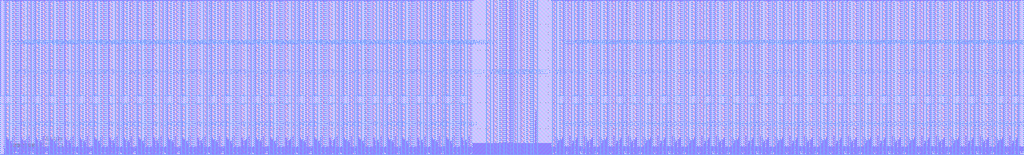
<source format=lef>
VERSION 5.7 ;
NAMESCASESENSITIVE ON ;
BUSBITCHARS "[]" ;
DIVIDERCHAR "/" ;

PROPERTYDEFINITIONS
END PROPERTYDEFINITIONS


MACRO RM_IHPSG13_1P_256x64_c2_bm_bist
    CLASS BLOCK ;
    SIZE 784.48 BY 118.78 ;
    SYMMETRY X Y R90 ;
    PIN A_DIN[32]
        DIRECTION INPUT ; 
        USE SIGNAL ; 
        ANTENNAPARTIALMETALAREA 1.794 LAYER Metal2 ;
        ANTENNAGATEAREA 0.20085 LAYER Metal2 ;
        ANTENNAMAXAREACAR 9.83819 LAYER Metal2 ;
        PORT
            LAYER Metal2 ;
              RECT  432.49 0 432.75 0.26 ;
        END
    END A_DIN[32]
    PIN A_DIN[31]
        DIRECTION INPUT ; 
        USE SIGNAL ; 
        ANTENNAPARTIALMETALAREA 1.794 LAYER Metal2 ;
        ANTENNAGATEAREA 0.20085 LAYER Metal2 ;
        ANTENNAMAXAREACAR 9.83819 LAYER Metal2 ;
        PORT
            LAYER Metal2 ;
              RECT  351.73 0 351.99 0.26 ;
        END
    END A_DIN[31]
    PIN A_BIST_DIN[32]
        DIRECTION INPUT ; 
        USE SIGNAL ; 
        ANTENNAPARTIALMETALAREA 1.6263 LAYER Metal2 ;
        ANTENNAGATEAREA 0.20085 LAYER Metal2 ;
        ANTENNAMAXAREACAR 9.36594 LAYER Metal2 ;
        PORT
            LAYER Metal2 ;
              RECT  431.635 0 431.895 0.26 ;
        END
    END A_BIST_DIN[32]
    PIN A_BIST_DIN[31]
        DIRECTION INPUT ; 
        USE SIGNAL ; 
        ANTENNAPARTIALMETALAREA 1.6263 LAYER Metal2 ;
        ANTENNAGATEAREA 0.20085 LAYER Metal2 ;
        ANTENNAMAXAREACAR 9.36594 LAYER Metal2 ;
        PORT
            LAYER Metal2 ;
              RECT  352.585 0 352.845 0.26 ;
        END
    END A_BIST_DIN[31]
    PIN A_BM[32]
        DIRECTION INPUT ; 
        USE SIGNAL ; 
        ANTENNAPARTIALMETALAREA 0.7215 LAYER Metal2 ;
        ANTENNAGATEAREA 0.20085 LAYER Metal2 ;
        ANTENNAMAXAREACAR 4.49838 LAYER Metal2 ;
        PORT
            LAYER Metal2 ;
              RECT  424.65 0 424.91 0.26 ;
        END
    END A_BM[32]
    PIN A_BM[31]
        DIRECTION INPUT ; 
        USE SIGNAL ; 
        ANTENNAPARTIALMETALAREA 0.7215 LAYER Metal2 ;
        ANTENNAGATEAREA 0.20085 LAYER Metal2 ;
        ANTENNAMAXAREACAR 4.49838 LAYER Metal2 ;
        PORT
            LAYER Metal2 ;
              RECT  359.57 0 359.83 0.26 ;
        END
    END A_BM[31]
    PIN A_BIST_BM[32]
        DIRECTION INPUT ; 
        USE SIGNAL ; 
        ANTENNAPARTIALMETALAREA 0.7605 LAYER Metal2 ;
        ANTENNAGATEAREA 0.20085 LAYER Metal2 ;
        ANTENNAMAXAREACAR 5.05527 LAYER Metal2 ;
        PORT
            LAYER Metal2 ;
              RECT  426.025 0 426.285 0.26 ;
        END
    END A_BIST_BM[32]
    PIN A_BIST_BM[31]
        DIRECTION INPUT ; 
        USE SIGNAL ; 
        ANTENNAPARTIALMETALAREA 0.7605 LAYER Metal2 ;
        ANTENNAGATEAREA 0.20085 LAYER Metal2 ;
        ANTENNAMAXAREACAR 5.05527 LAYER Metal2 ;
        PORT
            LAYER Metal2 ;
              RECT  358.195 0 358.455 0.26 ;
        END
    END A_BIST_BM[31]
    PIN A_DOUT[32]
        DIRECTION OUTPUT ; 
        USE SIGNAL ; 
        ANTENNAPARTIALMETALAREA 3.7095 LAYER Metal2 ;
        ANTENNADIFFAREA 0.988 LAYER Metal2 ;
        PORT
            LAYER Metal2 ;
              RECT  425.16 0 425.42 0.26 ;
        END
    END A_DOUT[32]
    PIN A_DOUT[31]
        DIRECTION OUTPUT ; 
        USE SIGNAL ; 
        ANTENNAPARTIALMETALAREA 3.7095 LAYER Metal2 ;
        ANTENNADIFFAREA 0.988 LAYER Metal2 ;
        PORT
            LAYER Metal2 ;
              RECT  359.06 0 359.32 0.26 ;
        END
    END A_DOUT[31]
    PIN VSS!
        DIRECTION INOUT ; 
        USE GROUND ; 
        PORT
            LAYER Metal4 ;
              RECT  771.79 0 774.6 118.78 ;
        END
        PORT
            LAYER Metal4 ;
              RECT  760.55 0 763.36 118.78 ;
        END
        PORT
            LAYER Metal4 ;
              RECT  749.31 0 752.12 118.78 ;
        END
        PORT
            LAYER Metal4 ;
              RECT  738.07 0 740.88 118.78 ;
        END
        PORT
            LAYER Metal4 ;
              RECT  726.83 0 729.64 118.78 ;
        END
        PORT
            LAYER Metal4 ;
              RECT  715.59 0 718.4 118.78 ;
        END
        PORT
            LAYER Metal4 ;
              RECT  704.35 0 707.16 118.78 ;
        END
        PORT
            LAYER Metal4 ;
              RECT  693.11 0 695.92 118.78 ;
        END
        PORT
            LAYER Metal4 ;
              RECT  681.87 0 684.68 118.78 ;
        END
        PORT
            LAYER Metal4 ;
              RECT  670.63 0 673.44 118.78 ;
        END
        PORT
            LAYER Metal4 ;
              RECT  659.39 0 662.2 118.78 ;
        END
        PORT
            LAYER Metal4 ;
              RECT  648.15 0 650.96 118.78 ;
        END
        PORT
            LAYER Metal4 ;
              RECT  636.91 0 639.72 118.78 ;
        END
        PORT
            LAYER Metal4 ;
              RECT  625.67 0 628.48 118.78 ;
        END
        PORT
            LAYER Metal4 ;
              RECT  614.43 0 617.24 118.78 ;
        END
        PORT
            LAYER Metal4 ;
              RECT  603.19 0 606 118.78 ;
        END
        PORT
            LAYER Metal4 ;
              RECT  591.95 0 594.76 118.78 ;
        END
        PORT
            LAYER Metal4 ;
              RECT  580.71 0 583.52 118.78 ;
        END
        PORT
            LAYER Metal4 ;
              RECT  569.47 0 572.28 118.78 ;
        END
        PORT
            LAYER Metal4 ;
              RECT  558.23 0 561.04 118.78 ;
        END
        PORT
            LAYER Metal4 ;
              RECT  546.99 0 549.8 118.78 ;
        END
        PORT
            LAYER Metal4 ;
              RECT  535.75 0 538.56 118.78 ;
        END
        PORT
            LAYER Metal4 ;
              RECT  524.51 0 527.32 118.78 ;
        END
        PORT
            LAYER Metal4 ;
              RECT  513.27 0 516.08 118.78 ;
        END
        PORT
            LAYER Metal4 ;
              RECT  502.03 0 504.84 118.78 ;
        END
        PORT
            LAYER Metal4 ;
              RECT  490.79 0 493.6 118.78 ;
        END
        PORT
            LAYER Metal4 ;
              RECT  479.55 0 482.36 118.78 ;
        END
        PORT
            LAYER Metal4 ;
              RECT  468.31 0 471.12 118.78 ;
        END
        PORT
            LAYER Metal4 ;
              RECT  457.07 0 459.88 118.78 ;
        END
        PORT
            LAYER Metal4 ;
              RECT  445.83 0 448.64 118.78 ;
        END
        PORT
            LAYER Metal4 ;
              RECT  434.59 0 437.4 118.78 ;
        END
        PORT
            LAYER Metal4 ;
              RECT  423.35 0 426.16 118.78 ;
        END
        PORT
            LAYER Metal4 ;
              RECT  408.86 0 411.67 118.78 ;
        END
        PORT
            LAYER Metal4 ;
              RECT  398.56 0 401.37 118.78 ;
        END
        PORT
            LAYER Metal4 ;
              RECT  383.11 0 385.92 118.78 ;
        END
        PORT
            LAYER Metal4 ;
              RECT  372.81 0 375.62 118.78 ;
        END
        PORT
            LAYER Metal4 ;
              RECT  358.32 0 361.13 118.78 ;
        END
        PORT
            LAYER Metal4 ;
              RECT  347.08 0 349.89 118.78 ;
        END
        PORT
            LAYER Metal4 ;
              RECT  335.84 0 338.65 118.78 ;
        END
        PORT
            LAYER Metal4 ;
              RECT  324.6 0 327.41 118.78 ;
        END
        PORT
            LAYER Metal4 ;
              RECT  313.36 0 316.17 118.78 ;
        END
        PORT
            LAYER Metal4 ;
              RECT  302.12 0 304.93 118.78 ;
        END
        PORT
            LAYER Metal4 ;
              RECT  290.88 0 293.69 118.78 ;
        END
        PORT
            LAYER Metal4 ;
              RECT  279.64 0 282.45 118.78 ;
        END
        PORT
            LAYER Metal4 ;
              RECT  268.4 0 271.21 118.78 ;
        END
        PORT
            LAYER Metal4 ;
              RECT  257.16 0 259.97 118.78 ;
        END
        PORT
            LAYER Metal4 ;
              RECT  245.92 0 248.73 118.78 ;
        END
        PORT
            LAYER Metal4 ;
              RECT  234.68 0 237.49 118.78 ;
        END
        PORT
            LAYER Metal4 ;
              RECT  223.44 0 226.25 118.78 ;
        END
        PORT
            LAYER Metal4 ;
              RECT  212.2 0 215.01 118.78 ;
        END
        PORT
            LAYER Metal4 ;
              RECT  200.96 0 203.77 118.78 ;
        END
        PORT
            LAYER Metal4 ;
              RECT  189.72 0 192.53 118.78 ;
        END
        PORT
            LAYER Metal4 ;
              RECT  178.48 0 181.29 118.78 ;
        END
        PORT
            LAYER Metal4 ;
              RECT  167.24 0 170.05 118.78 ;
        END
        PORT
            LAYER Metal4 ;
              RECT  156 0 158.81 118.78 ;
        END
        PORT
            LAYER Metal4 ;
              RECT  144.76 0 147.57 118.78 ;
        END
        PORT
            LAYER Metal4 ;
              RECT  133.52 0 136.33 118.78 ;
        END
        PORT
            LAYER Metal4 ;
              RECT  122.28 0 125.09 118.78 ;
        END
        PORT
            LAYER Metal4 ;
              RECT  111.04 0 113.85 118.78 ;
        END
        PORT
            LAYER Metal4 ;
              RECT  99.8 0 102.61 118.78 ;
        END
        PORT
            LAYER Metal4 ;
              RECT  88.56 0 91.37 118.78 ;
        END
        PORT
            LAYER Metal4 ;
              RECT  77.32 0 80.13 118.78 ;
        END
        PORT
            LAYER Metal4 ;
              RECT  66.08 0 68.89 118.78 ;
        END
        PORT
            LAYER Metal4 ;
              RECT  54.84 0 57.65 118.78 ;
        END
        PORT
            LAYER Metal4 ;
              RECT  43.6 0 46.41 118.78 ;
        END
        PORT
            LAYER Metal4 ;
              RECT  32.36 0 35.17 118.78 ;
        END
        PORT
            LAYER Metal4 ;
              RECT  21.12 0 23.93 118.78 ;
        END
        PORT
            LAYER Metal4 ;
              RECT  9.88 0 12.69 118.78 ;
        END
    END VSS!
    PIN VDD!
        DIRECTION INOUT ; 
        USE POWER ; 
        PORT
            LAYER Metal4 ;
              RECT  777.41 0 780.22 38.825 ;
        END
        PORT
            LAYER Metal4 ;
              RECT  766.17 0 768.98 38.825 ;
        END
        PORT
            LAYER Metal4 ;
              RECT  754.93 0 757.74 38.825 ;
        END
        PORT
            LAYER Metal4 ;
              RECT  743.69 0 746.5 38.825 ;
        END
        PORT
            LAYER Metal4 ;
              RECT  732.45 0 735.26 38.825 ;
        END
        PORT
            LAYER Metal4 ;
              RECT  721.21 0 724.02 38.825 ;
        END
        PORT
            LAYER Metal4 ;
              RECT  709.97 0 712.78 38.825 ;
        END
        PORT
            LAYER Metal4 ;
              RECT  698.73 0 701.54 38.825 ;
        END
        PORT
            LAYER Metal4 ;
              RECT  687.49 0 690.3 38.825 ;
        END
        PORT
            LAYER Metal4 ;
              RECT  676.25 0 679.06 38.825 ;
        END
        PORT
            LAYER Metal4 ;
              RECT  665.01 0 667.82 38.825 ;
        END
        PORT
            LAYER Metal4 ;
              RECT  653.77 0 656.58 38.825 ;
        END
        PORT
            LAYER Metal4 ;
              RECT  642.53 0 645.34 38.825 ;
        END
        PORT
            LAYER Metal4 ;
              RECT  631.29 0 634.1 38.825 ;
        END
        PORT
            LAYER Metal4 ;
              RECT  620.05 0 622.86 38.825 ;
        END
        PORT
            LAYER Metal4 ;
              RECT  608.81 0 611.62 38.825 ;
        END
        PORT
            LAYER Metal4 ;
              RECT  597.57 0 600.38 38.825 ;
        END
        PORT
            LAYER Metal4 ;
              RECT  586.33 0 589.14 38.825 ;
        END
        PORT
            LAYER Metal4 ;
              RECT  575.09 0 577.9 38.825 ;
        END
        PORT
            LAYER Metal4 ;
              RECT  563.85 0 566.66 38.825 ;
        END
        PORT
            LAYER Metal4 ;
              RECT  552.61 0 555.42 38.825 ;
        END
        PORT
            LAYER Metal4 ;
              RECT  541.37 0 544.18 38.825 ;
        END
        PORT
            LAYER Metal4 ;
              RECT  530.13 0 532.94 38.825 ;
        END
        PORT
            LAYER Metal4 ;
              RECT  518.89 0 521.7 38.825 ;
        END
        PORT
            LAYER Metal4 ;
              RECT  507.65 0 510.46 38.825 ;
        END
        PORT
            LAYER Metal4 ;
              RECT  496.41 0 499.22 38.825 ;
        END
        PORT
            LAYER Metal4 ;
              RECT  485.17 0 487.98 38.825 ;
        END
        PORT
            LAYER Metal4 ;
              RECT  473.93 0 476.74 38.825 ;
        END
        PORT
            LAYER Metal4 ;
              RECT  462.69 0 465.5 38.825 ;
        END
        PORT
            LAYER Metal4 ;
              RECT  451.45 0 454.26 38.825 ;
        END
        PORT
            LAYER Metal4 ;
              RECT  440.21 0 443.02 38.825 ;
        END
        PORT
            LAYER Metal4 ;
              RECT  428.97 0 431.78 38.825 ;
        END
        PORT
            LAYER Metal4 ;
              RECT  403.71 0 406.52 118.78 ;
        END
        PORT
            LAYER Metal4 ;
              RECT  393.41 0 396.22 118.78 ;
        END
        PORT
            LAYER Metal4 ;
              RECT  388.26 0 391.07 118.78 ;
        END
        PORT
            LAYER Metal4 ;
              RECT  377.96 0 380.77 118.78 ;
        END
        PORT
            LAYER Metal4 ;
              RECT  352.7 0 355.51 38.825 ;
        END
        PORT
            LAYER Metal4 ;
              RECT  341.46 0 344.27 38.825 ;
        END
        PORT
            LAYER Metal4 ;
              RECT  330.22 0 333.03 38.825 ;
        END
        PORT
            LAYER Metal4 ;
              RECT  318.98 0 321.79 38.825 ;
        END
        PORT
            LAYER Metal4 ;
              RECT  307.74 0 310.55 38.825 ;
        END
        PORT
            LAYER Metal4 ;
              RECT  296.5 0 299.31 38.825 ;
        END
        PORT
            LAYER Metal4 ;
              RECT  285.26 0 288.07 38.825 ;
        END
        PORT
            LAYER Metal4 ;
              RECT  274.02 0 276.83 38.825 ;
        END
        PORT
            LAYER Metal4 ;
              RECT  262.78 0 265.59 38.825 ;
        END
        PORT
            LAYER Metal4 ;
              RECT  251.54 0 254.35 38.825 ;
        END
        PORT
            LAYER Metal4 ;
              RECT  240.3 0 243.11 38.825 ;
        END
        PORT
            LAYER Metal4 ;
              RECT  229.06 0 231.87 38.825 ;
        END
        PORT
            LAYER Metal4 ;
              RECT  217.82 0 220.63 38.825 ;
        END
        PORT
            LAYER Metal4 ;
              RECT  206.58 0 209.39 38.825 ;
        END
        PORT
            LAYER Metal4 ;
              RECT  195.34 0 198.15 38.825 ;
        END
        PORT
            LAYER Metal4 ;
              RECT  184.1 0 186.91 38.825 ;
        END
        PORT
            LAYER Metal4 ;
              RECT  172.86 0 175.67 38.825 ;
        END
        PORT
            LAYER Metal4 ;
              RECT  161.62 0 164.43 38.825 ;
        END
        PORT
            LAYER Metal4 ;
              RECT  150.38 0 153.19 38.825 ;
        END
        PORT
            LAYER Metal4 ;
              RECT  139.14 0 141.95 38.825 ;
        END
        PORT
            LAYER Metal4 ;
              RECT  127.9 0 130.71 38.825 ;
        END
        PORT
            LAYER Metal4 ;
              RECT  116.66 0 119.47 38.825 ;
        END
        PORT
            LAYER Metal4 ;
              RECT  105.42 0 108.23 38.825 ;
        END
        PORT
            LAYER Metal4 ;
              RECT  94.18 0 96.99 38.825 ;
        END
        PORT
            LAYER Metal4 ;
              RECT  82.94 0 85.75 38.825 ;
        END
        PORT
            LAYER Metal4 ;
              RECT  71.7 0 74.51 38.825 ;
        END
        PORT
            LAYER Metal4 ;
              RECT  60.46 0 63.27 38.825 ;
        END
        PORT
            LAYER Metal4 ;
              RECT  49.22 0 52.03 38.825 ;
        END
        PORT
            LAYER Metal4 ;
              RECT  37.98 0 40.79 38.825 ;
        END
        PORT
            LAYER Metal4 ;
              RECT  26.74 0 29.55 38.825 ;
        END
        PORT
            LAYER Metal4 ;
              RECT  15.5 0 18.31 38.825 ;
        END
        PORT
            LAYER Metal4 ;
              RECT  4.26 0 7.07 38.825 ;
        END
    END VDD!
    PIN VDDARRAY!
        DIRECTION INOUT ; 
        USE POWER ; 
        PORT
            LAYER Metal4 ;
              RECT  777.41 45.465 780.22 118.78 ;
        END
        PORT
            LAYER Metal4 ;
              RECT  766.17 45.465 768.98 118.78 ;
        END
        PORT
            LAYER Metal4 ;
              RECT  754.93 45.465 757.74 118.78 ;
        END
        PORT
            LAYER Metal4 ;
              RECT  743.69 45.465 746.5 118.78 ;
        END
        PORT
            LAYER Metal4 ;
              RECT  732.45 45.465 735.26 118.78 ;
        END
        PORT
            LAYER Metal4 ;
              RECT  721.21 45.465 724.02 118.78 ;
        END
        PORT
            LAYER Metal4 ;
              RECT  709.97 45.465 712.78 118.78 ;
        END
        PORT
            LAYER Metal4 ;
              RECT  698.73 45.465 701.54 118.78 ;
        END
        PORT
            LAYER Metal4 ;
              RECT  687.49 45.465 690.3 118.78 ;
        END
        PORT
            LAYER Metal4 ;
              RECT  676.25 45.465 679.06 118.78 ;
        END
        PORT
            LAYER Metal4 ;
              RECT  665.01 45.465 667.82 118.78 ;
        END
        PORT
            LAYER Metal4 ;
              RECT  653.77 45.465 656.58 118.78 ;
        END
        PORT
            LAYER Metal4 ;
              RECT  642.53 45.465 645.34 118.78 ;
        END
        PORT
            LAYER Metal4 ;
              RECT  631.29 45.465 634.1 118.78 ;
        END
        PORT
            LAYER Metal4 ;
              RECT  620.05 45.465 622.86 118.78 ;
        END
        PORT
            LAYER Metal4 ;
              RECT  608.81 45.465 611.62 118.78 ;
        END
        PORT
            LAYER Metal4 ;
              RECT  597.57 45.465 600.38 118.78 ;
        END
        PORT
            LAYER Metal4 ;
              RECT  586.33 45.465 589.14 118.78 ;
        END
        PORT
            LAYER Metal4 ;
              RECT  575.09 45.465 577.9 118.78 ;
        END
        PORT
            LAYER Metal4 ;
              RECT  563.85 45.465 566.66 118.78 ;
        END
        PORT
            LAYER Metal4 ;
              RECT  552.61 45.465 555.42 118.78 ;
        END
        PORT
            LAYER Metal4 ;
              RECT  541.37 45.465 544.18 118.78 ;
        END
        PORT
            LAYER Metal4 ;
              RECT  530.13 45.465 532.94 118.78 ;
        END
        PORT
            LAYER Metal4 ;
              RECT  518.89 45.465 521.7 118.78 ;
        END
        PORT
            LAYER Metal4 ;
              RECT  507.65 45.465 510.46 118.78 ;
        END
        PORT
            LAYER Metal4 ;
              RECT  496.41 45.465 499.22 118.78 ;
        END
        PORT
            LAYER Metal4 ;
              RECT  485.17 45.465 487.98 118.78 ;
        END
        PORT
            LAYER Metal4 ;
              RECT  473.93 45.465 476.74 118.78 ;
        END
        PORT
            LAYER Metal4 ;
              RECT  462.69 45.465 465.5 118.78 ;
        END
        PORT
            LAYER Metal4 ;
              RECT  451.45 45.465 454.26 118.78 ;
        END
        PORT
            LAYER Metal4 ;
              RECT  440.21 45.465 443.02 118.78 ;
        END
        PORT
            LAYER Metal4 ;
              RECT  428.97 45.465 431.78 118.78 ;
        END
        PORT
            LAYER Metal4 ;
              RECT  352.7 45.465 355.51 118.78 ;
        END
        PORT
            LAYER Metal4 ;
              RECT  341.46 45.465 344.27 118.78 ;
        END
        PORT
            LAYER Metal4 ;
              RECT  330.22 45.465 333.03 118.78 ;
        END
        PORT
            LAYER Metal4 ;
              RECT  318.98 45.465 321.79 118.78 ;
        END
        PORT
            LAYER Metal4 ;
              RECT  307.74 45.465 310.55 118.78 ;
        END
        PORT
            LAYER Metal4 ;
              RECT  296.5 45.465 299.31 118.78 ;
        END
        PORT
            LAYER Metal4 ;
              RECT  285.26 45.465 288.07 118.78 ;
        END
        PORT
            LAYER Metal4 ;
              RECT  274.02 45.465 276.83 118.78 ;
        END
        PORT
            LAYER Metal4 ;
              RECT  262.78 45.465 265.59 118.78 ;
        END
        PORT
            LAYER Metal4 ;
              RECT  251.54 45.465 254.35 118.78 ;
        END
        PORT
            LAYER Metal4 ;
              RECT  240.3 45.465 243.11 118.78 ;
        END
        PORT
            LAYER Metal4 ;
              RECT  229.06 45.465 231.87 118.78 ;
        END
        PORT
            LAYER Metal4 ;
              RECT  217.82 45.465 220.63 118.78 ;
        END
        PORT
            LAYER Metal4 ;
              RECT  206.58 45.465 209.39 118.78 ;
        END
        PORT
            LAYER Metal4 ;
              RECT  195.34 45.465 198.15 118.78 ;
        END
        PORT
            LAYER Metal4 ;
              RECT  184.1 45.465 186.91 118.78 ;
        END
        PORT
            LAYER Metal4 ;
              RECT  172.86 45.465 175.67 118.78 ;
        END
        PORT
            LAYER Metal4 ;
              RECT  161.62 45.465 164.43 118.78 ;
        END
        PORT
            LAYER Metal4 ;
              RECT  150.38 45.465 153.19 118.78 ;
        END
        PORT
            LAYER Metal4 ;
              RECT  139.14 45.465 141.95 118.78 ;
        END
        PORT
            LAYER Metal4 ;
              RECT  127.9 45.465 130.71 118.78 ;
        END
        PORT
            LAYER Metal4 ;
              RECT  116.66 45.465 119.47 118.78 ;
        END
        PORT
            LAYER Metal4 ;
              RECT  105.42 45.465 108.23 118.78 ;
        END
        PORT
            LAYER Metal4 ;
              RECT  94.18 45.465 96.99 118.78 ;
        END
        PORT
            LAYER Metal4 ;
              RECT  82.94 45.465 85.75 118.78 ;
        END
        PORT
            LAYER Metal4 ;
              RECT  71.7 45.465 74.51 118.78 ;
        END
        PORT
            LAYER Metal4 ;
              RECT  60.46 45.465 63.27 118.78 ;
        END
        PORT
            LAYER Metal4 ;
              RECT  49.22 45.465 52.03 118.78 ;
        END
        PORT
            LAYER Metal4 ;
              RECT  37.98 45.465 40.79 118.78 ;
        END
        PORT
            LAYER Metal4 ;
              RECT  26.74 45.465 29.55 118.78 ;
        END
        PORT
            LAYER Metal4 ;
              RECT  15.5 45.465 18.31 118.78 ;
        END
        PORT
            LAYER Metal4 ;
              RECT  4.26 45.465 7.07 118.78 ;
        END
    END VDDARRAY!
    PIN A_DIN[33]
        DIRECTION INPUT ; 
        USE SIGNAL ; 
        ANTENNAPARTIALMETALAREA 1.794 LAYER Metal2 ;
        ANTENNAGATEAREA 0.20085 LAYER Metal2 ;
        ANTENNAMAXAREACAR 9.83819 LAYER Metal2 ;
        PORT
            LAYER Metal2 ;
              RECT  443.73 0 443.99 0.26 ;
        END
    END A_DIN[33]
    PIN A_DIN[30]
        DIRECTION INPUT ; 
        USE SIGNAL ; 
        ANTENNAPARTIALMETALAREA 1.794 LAYER Metal2 ;
        ANTENNAGATEAREA 0.20085 LAYER Metal2 ;
        ANTENNAMAXAREACAR 9.83819 LAYER Metal2 ;
        PORT
            LAYER Metal2 ;
              RECT  340.49 0 340.75 0.26 ;
        END
    END A_DIN[30]
    PIN A_BIST_DIN[33]
        DIRECTION INPUT ; 
        USE SIGNAL ; 
        ANTENNAPARTIALMETALAREA 1.6263 LAYER Metal2 ;
        ANTENNAGATEAREA 0.20085 LAYER Metal2 ;
        ANTENNAMAXAREACAR 9.36594 LAYER Metal2 ;
        PORT
            LAYER Metal2 ;
              RECT  442.875 0 443.135 0.26 ;
        END
    END A_BIST_DIN[33]
    PIN A_BIST_DIN[30]
        DIRECTION INPUT ; 
        USE SIGNAL ; 
        ANTENNAPARTIALMETALAREA 1.6263 LAYER Metal2 ;
        ANTENNAGATEAREA 0.20085 LAYER Metal2 ;
        ANTENNAMAXAREACAR 9.36594 LAYER Metal2 ;
        PORT
            LAYER Metal2 ;
              RECT  341.345 0 341.605 0.26 ;
        END
    END A_BIST_DIN[30]
    PIN A_BM[33]
        DIRECTION INPUT ; 
        USE SIGNAL ; 
        ANTENNAPARTIALMETALAREA 0.7215 LAYER Metal2 ;
        ANTENNAGATEAREA 0.20085 LAYER Metal2 ;
        ANTENNAMAXAREACAR 4.49838 LAYER Metal2 ;
        PORT
            LAYER Metal2 ;
              RECT  435.89 0 436.15 0.26 ;
        END
    END A_BM[33]
    PIN A_BM[30]
        DIRECTION INPUT ; 
        USE SIGNAL ; 
        ANTENNAPARTIALMETALAREA 0.7215 LAYER Metal2 ;
        ANTENNAGATEAREA 0.20085 LAYER Metal2 ;
        ANTENNAMAXAREACAR 4.49838 LAYER Metal2 ;
        PORT
            LAYER Metal2 ;
              RECT  348.33 0 348.59 0.26 ;
        END
    END A_BM[30]
    PIN A_BIST_BM[33]
        DIRECTION INPUT ; 
        USE SIGNAL ; 
        ANTENNAPARTIALMETALAREA 0.7605 LAYER Metal2 ;
        ANTENNAGATEAREA 0.20085 LAYER Metal2 ;
        ANTENNAMAXAREACAR 5.05527 LAYER Metal2 ;
        PORT
            LAYER Metal2 ;
              RECT  437.265 0 437.525 0.26 ;
        END
    END A_BIST_BM[33]
    PIN A_BIST_BM[30]
        DIRECTION INPUT ; 
        USE SIGNAL ; 
        ANTENNAPARTIALMETALAREA 0.7605 LAYER Metal2 ;
        ANTENNAGATEAREA 0.20085 LAYER Metal2 ;
        ANTENNAMAXAREACAR 5.05527 LAYER Metal2 ;
        PORT
            LAYER Metal2 ;
              RECT  346.955 0 347.215 0.26 ;
        END
    END A_BIST_BM[30]
    PIN A_DOUT[33]
        DIRECTION OUTPUT ; 
        USE SIGNAL ; 
        ANTENNAPARTIALMETALAREA 3.7095 LAYER Metal2 ;
        ANTENNADIFFAREA 0.988 LAYER Metal2 ;
        PORT
            LAYER Metal2 ;
              RECT  436.4 0 436.66 0.26 ;
        END
    END A_DOUT[33]
    PIN A_DOUT[30]
        DIRECTION OUTPUT ; 
        USE SIGNAL ; 
        ANTENNAPARTIALMETALAREA 3.7095 LAYER Metal2 ;
        ANTENNADIFFAREA 0.988 LAYER Metal2 ;
        PORT
            LAYER Metal2 ;
              RECT  347.82 0 348.08 0.26 ;
        END
    END A_DOUT[30]
    PIN A_DIN[34]
        DIRECTION INPUT ; 
        USE SIGNAL ; 
        ANTENNAPARTIALMETALAREA 1.794 LAYER Metal2 ;
        ANTENNAGATEAREA 0.20085 LAYER Metal2 ;
        ANTENNAMAXAREACAR 9.83819 LAYER Metal2 ;
        PORT
            LAYER Metal2 ;
              RECT  454.97 0 455.23 0.26 ;
        END
    END A_DIN[34]
    PIN A_DIN[29]
        DIRECTION INPUT ; 
        USE SIGNAL ; 
        ANTENNAPARTIALMETALAREA 1.794 LAYER Metal2 ;
        ANTENNAGATEAREA 0.20085 LAYER Metal2 ;
        ANTENNAMAXAREACAR 9.83819 LAYER Metal2 ;
        PORT
            LAYER Metal2 ;
              RECT  329.25 0 329.51 0.26 ;
        END
    END A_DIN[29]
    PIN A_BIST_DIN[34]
        DIRECTION INPUT ; 
        USE SIGNAL ; 
        ANTENNAPARTIALMETALAREA 1.6263 LAYER Metal2 ;
        ANTENNAGATEAREA 0.20085 LAYER Metal2 ;
        ANTENNAMAXAREACAR 9.36594 LAYER Metal2 ;
        PORT
            LAYER Metal2 ;
              RECT  454.115 0 454.375 0.26 ;
        END
    END A_BIST_DIN[34]
    PIN A_BIST_DIN[29]
        DIRECTION INPUT ; 
        USE SIGNAL ; 
        ANTENNAPARTIALMETALAREA 1.6263 LAYER Metal2 ;
        ANTENNAGATEAREA 0.20085 LAYER Metal2 ;
        ANTENNAMAXAREACAR 9.36594 LAYER Metal2 ;
        PORT
            LAYER Metal2 ;
              RECT  330.105 0 330.365 0.26 ;
        END
    END A_BIST_DIN[29]
    PIN A_BM[34]
        DIRECTION INPUT ; 
        USE SIGNAL ; 
        ANTENNAPARTIALMETALAREA 0.7215 LAYER Metal2 ;
        ANTENNAGATEAREA 0.20085 LAYER Metal2 ;
        ANTENNAMAXAREACAR 4.49838 LAYER Metal2 ;
        PORT
            LAYER Metal2 ;
              RECT  447.13 0 447.39 0.26 ;
        END
    END A_BM[34]
    PIN A_BM[29]
        DIRECTION INPUT ; 
        USE SIGNAL ; 
        ANTENNAPARTIALMETALAREA 0.7215 LAYER Metal2 ;
        ANTENNAGATEAREA 0.20085 LAYER Metal2 ;
        ANTENNAMAXAREACAR 4.49838 LAYER Metal2 ;
        PORT
            LAYER Metal2 ;
              RECT  337.09 0 337.35 0.26 ;
        END
    END A_BM[29]
    PIN A_BIST_BM[34]
        DIRECTION INPUT ; 
        USE SIGNAL ; 
        ANTENNAPARTIALMETALAREA 0.7605 LAYER Metal2 ;
        ANTENNAGATEAREA 0.20085 LAYER Metal2 ;
        ANTENNAMAXAREACAR 5.05527 LAYER Metal2 ;
        PORT
            LAYER Metal2 ;
              RECT  448.505 0 448.765 0.26 ;
        END
    END A_BIST_BM[34]
    PIN A_BIST_BM[29]
        DIRECTION INPUT ; 
        USE SIGNAL ; 
        ANTENNAPARTIALMETALAREA 0.7605 LAYER Metal2 ;
        ANTENNAGATEAREA 0.20085 LAYER Metal2 ;
        ANTENNAMAXAREACAR 5.05527 LAYER Metal2 ;
        PORT
            LAYER Metal2 ;
              RECT  335.715 0 335.975 0.26 ;
        END
    END A_BIST_BM[29]
    PIN A_DOUT[34]
        DIRECTION OUTPUT ; 
        USE SIGNAL ; 
        ANTENNAPARTIALMETALAREA 3.7095 LAYER Metal2 ;
        ANTENNADIFFAREA 0.988 LAYER Metal2 ;
        PORT
            LAYER Metal2 ;
              RECT  447.64 0 447.9 0.26 ;
        END
    END A_DOUT[34]
    PIN A_DOUT[29]
        DIRECTION OUTPUT ; 
        USE SIGNAL ; 
        ANTENNAPARTIALMETALAREA 3.7095 LAYER Metal2 ;
        ANTENNADIFFAREA 0.988 LAYER Metal2 ;
        PORT
            LAYER Metal2 ;
              RECT  336.58 0 336.84 0.26 ;
        END
    END A_DOUT[29]
    PIN A_DIN[35]
        DIRECTION INPUT ; 
        USE SIGNAL ; 
        ANTENNAPARTIALMETALAREA 1.794 LAYER Metal2 ;
        ANTENNAGATEAREA 0.20085 LAYER Metal2 ;
        ANTENNAMAXAREACAR 9.83819 LAYER Metal2 ;
        PORT
            LAYER Metal2 ;
              RECT  466.21 0 466.47 0.26 ;
        END
    END A_DIN[35]
    PIN A_DIN[28]
        DIRECTION INPUT ; 
        USE SIGNAL ; 
        ANTENNAPARTIALMETALAREA 1.794 LAYER Metal2 ;
        ANTENNAGATEAREA 0.20085 LAYER Metal2 ;
        ANTENNAMAXAREACAR 9.83819 LAYER Metal2 ;
        PORT
            LAYER Metal2 ;
              RECT  318.01 0 318.27 0.26 ;
        END
    END A_DIN[28]
    PIN A_BIST_DIN[35]
        DIRECTION INPUT ; 
        USE SIGNAL ; 
        ANTENNAPARTIALMETALAREA 1.6263 LAYER Metal2 ;
        ANTENNAGATEAREA 0.20085 LAYER Metal2 ;
        ANTENNAMAXAREACAR 9.36594 LAYER Metal2 ;
        PORT
            LAYER Metal2 ;
              RECT  465.355 0 465.615 0.26 ;
        END
    END A_BIST_DIN[35]
    PIN A_BIST_DIN[28]
        DIRECTION INPUT ; 
        USE SIGNAL ; 
        ANTENNAPARTIALMETALAREA 1.6263 LAYER Metal2 ;
        ANTENNAGATEAREA 0.20085 LAYER Metal2 ;
        ANTENNAMAXAREACAR 9.36594 LAYER Metal2 ;
        PORT
            LAYER Metal2 ;
              RECT  318.865 0 319.125 0.26 ;
        END
    END A_BIST_DIN[28]
    PIN A_BM[35]
        DIRECTION INPUT ; 
        USE SIGNAL ; 
        ANTENNAPARTIALMETALAREA 0.7215 LAYER Metal2 ;
        ANTENNAGATEAREA 0.20085 LAYER Metal2 ;
        ANTENNAMAXAREACAR 4.49838 LAYER Metal2 ;
        PORT
            LAYER Metal2 ;
              RECT  458.37 0 458.63 0.26 ;
        END
    END A_BM[35]
    PIN A_BM[28]
        DIRECTION INPUT ; 
        USE SIGNAL ; 
        ANTENNAPARTIALMETALAREA 0.7215 LAYER Metal2 ;
        ANTENNAGATEAREA 0.20085 LAYER Metal2 ;
        ANTENNAMAXAREACAR 4.49838 LAYER Metal2 ;
        PORT
            LAYER Metal2 ;
              RECT  325.85 0 326.11 0.26 ;
        END
    END A_BM[28]
    PIN A_BIST_BM[35]
        DIRECTION INPUT ; 
        USE SIGNAL ; 
        ANTENNAPARTIALMETALAREA 0.7605 LAYER Metal2 ;
        ANTENNAGATEAREA 0.20085 LAYER Metal2 ;
        ANTENNAMAXAREACAR 5.05527 LAYER Metal2 ;
        PORT
            LAYER Metal2 ;
              RECT  459.745 0 460.005 0.26 ;
        END
    END A_BIST_BM[35]
    PIN A_BIST_BM[28]
        DIRECTION INPUT ; 
        USE SIGNAL ; 
        ANTENNAPARTIALMETALAREA 0.7605 LAYER Metal2 ;
        ANTENNAGATEAREA 0.20085 LAYER Metal2 ;
        ANTENNAMAXAREACAR 5.05527 LAYER Metal2 ;
        PORT
            LAYER Metal2 ;
              RECT  324.475 0 324.735 0.26 ;
        END
    END A_BIST_BM[28]
    PIN A_DOUT[35]
        DIRECTION OUTPUT ; 
        USE SIGNAL ; 
        ANTENNAPARTIALMETALAREA 3.7095 LAYER Metal2 ;
        ANTENNADIFFAREA 0.988 LAYER Metal2 ;
        PORT
            LAYER Metal2 ;
              RECT  458.88 0 459.14 0.26 ;
        END
    END A_DOUT[35]
    PIN A_DOUT[28]
        DIRECTION OUTPUT ; 
        USE SIGNAL ; 
        ANTENNAPARTIALMETALAREA 3.7095 LAYER Metal2 ;
        ANTENNADIFFAREA 0.988 LAYER Metal2 ;
        PORT
            LAYER Metal2 ;
              RECT  325.34 0 325.6 0.26 ;
        END
    END A_DOUT[28]
    PIN A_DIN[36]
        DIRECTION INPUT ; 
        USE SIGNAL ; 
        ANTENNAPARTIALMETALAREA 1.794 LAYER Metal2 ;
        ANTENNAGATEAREA 0.20085 LAYER Metal2 ;
        ANTENNAMAXAREACAR 9.83819 LAYER Metal2 ;
        PORT
            LAYER Metal2 ;
              RECT  477.45 0 477.71 0.26 ;
        END
    END A_DIN[36]
    PIN A_DIN[27]
        DIRECTION INPUT ; 
        USE SIGNAL ; 
        ANTENNAPARTIALMETALAREA 1.794 LAYER Metal2 ;
        ANTENNAGATEAREA 0.20085 LAYER Metal2 ;
        ANTENNAMAXAREACAR 9.83819 LAYER Metal2 ;
        PORT
            LAYER Metal2 ;
              RECT  306.77 0 307.03 0.26 ;
        END
    END A_DIN[27]
    PIN A_BIST_DIN[36]
        DIRECTION INPUT ; 
        USE SIGNAL ; 
        ANTENNAPARTIALMETALAREA 1.6263 LAYER Metal2 ;
        ANTENNAGATEAREA 0.20085 LAYER Metal2 ;
        ANTENNAMAXAREACAR 9.36594 LAYER Metal2 ;
        PORT
            LAYER Metal2 ;
              RECT  476.595 0 476.855 0.26 ;
        END
    END A_BIST_DIN[36]
    PIN A_BIST_DIN[27]
        DIRECTION INPUT ; 
        USE SIGNAL ; 
        ANTENNAPARTIALMETALAREA 1.6263 LAYER Metal2 ;
        ANTENNAGATEAREA 0.20085 LAYER Metal2 ;
        ANTENNAMAXAREACAR 9.36594 LAYER Metal2 ;
        PORT
            LAYER Metal2 ;
              RECT  307.625 0 307.885 0.26 ;
        END
    END A_BIST_DIN[27]
    PIN A_BM[36]
        DIRECTION INPUT ; 
        USE SIGNAL ; 
        ANTENNAPARTIALMETALAREA 0.7215 LAYER Metal2 ;
        ANTENNAGATEAREA 0.20085 LAYER Metal2 ;
        ANTENNAMAXAREACAR 4.49838 LAYER Metal2 ;
        PORT
            LAYER Metal2 ;
              RECT  469.61 0 469.87 0.26 ;
        END
    END A_BM[36]
    PIN A_BM[27]
        DIRECTION INPUT ; 
        USE SIGNAL ; 
        ANTENNAPARTIALMETALAREA 0.7215 LAYER Metal2 ;
        ANTENNAGATEAREA 0.20085 LAYER Metal2 ;
        ANTENNAMAXAREACAR 4.49838 LAYER Metal2 ;
        PORT
            LAYER Metal2 ;
              RECT  314.61 0 314.87 0.26 ;
        END
    END A_BM[27]
    PIN A_BIST_BM[36]
        DIRECTION INPUT ; 
        USE SIGNAL ; 
        ANTENNAPARTIALMETALAREA 0.7605 LAYER Metal2 ;
        ANTENNAGATEAREA 0.20085 LAYER Metal2 ;
        ANTENNAMAXAREACAR 5.05527 LAYER Metal2 ;
        PORT
            LAYER Metal2 ;
              RECT  470.985 0 471.245 0.26 ;
        END
    END A_BIST_BM[36]
    PIN A_BIST_BM[27]
        DIRECTION INPUT ; 
        USE SIGNAL ; 
        ANTENNAPARTIALMETALAREA 0.7605 LAYER Metal2 ;
        ANTENNAGATEAREA 0.20085 LAYER Metal2 ;
        ANTENNAMAXAREACAR 5.05527 LAYER Metal2 ;
        PORT
            LAYER Metal2 ;
              RECT  313.235 0 313.495 0.26 ;
        END
    END A_BIST_BM[27]
    PIN A_DOUT[36]
        DIRECTION OUTPUT ; 
        USE SIGNAL ; 
        ANTENNAPARTIALMETALAREA 3.7095 LAYER Metal2 ;
        ANTENNADIFFAREA 0.988 LAYER Metal2 ;
        PORT
            LAYER Metal2 ;
              RECT  470.12 0 470.38 0.26 ;
        END
    END A_DOUT[36]
    PIN A_DOUT[27]
        DIRECTION OUTPUT ; 
        USE SIGNAL ; 
        ANTENNAPARTIALMETALAREA 3.7095 LAYER Metal2 ;
        ANTENNADIFFAREA 0.988 LAYER Metal2 ;
        PORT
            LAYER Metal2 ;
              RECT  314.1 0 314.36 0.26 ;
        END
    END A_DOUT[27]
    PIN A_DIN[37]
        DIRECTION INPUT ; 
        USE SIGNAL ; 
        ANTENNAPARTIALMETALAREA 1.794 LAYER Metal2 ;
        ANTENNAGATEAREA 0.20085 LAYER Metal2 ;
        ANTENNAMAXAREACAR 9.83819 LAYER Metal2 ;
        PORT
            LAYER Metal2 ;
              RECT  488.69 0 488.95 0.26 ;
        END
    END A_DIN[37]
    PIN A_DIN[26]
        DIRECTION INPUT ; 
        USE SIGNAL ; 
        ANTENNAPARTIALMETALAREA 1.794 LAYER Metal2 ;
        ANTENNAGATEAREA 0.20085 LAYER Metal2 ;
        ANTENNAMAXAREACAR 9.83819 LAYER Metal2 ;
        PORT
            LAYER Metal2 ;
              RECT  295.53 0 295.79 0.26 ;
        END
    END A_DIN[26]
    PIN A_BIST_DIN[37]
        DIRECTION INPUT ; 
        USE SIGNAL ; 
        ANTENNAPARTIALMETALAREA 1.6263 LAYER Metal2 ;
        ANTENNAGATEAREA 0.20085 LAYER Metal2 ;
        ANTENNAMAXAREACAR 9.36594 LAYER Metal2 ;
        PORT
            LAYER Metal2 ;
              RECT  487.835 0 488.095 0.26 ;
        END
    END A_BIST_DIN[37]
    PIN A_BIST_DIN[26]
        DIRECTION INPUT ; 
        USE SIGNAL ; 
        ANTENNAPARTIALMETALAREA 1.6263 LAYER Metal2 ;
        ANTENNAGATEAREA 0.20085 LAYER Metal2 ;
        ANTENNAMAXAREACAR 9.36594 LAYER Metal2 ;
        PORT
            LAYER Metal2 ;
              RECT  296.385 0 296.645 0.26 ;
        END
    END A_BIST_DIN[26]
    PIN A_BM[37]
        DIRECTION INPUT ; 
        USE SIGNAL ; 
        ANTENNAPARTIALMETALAREA 0.7215 LAYER Metal2 ;
        ANTENNAGATEAREA 0.20085 LAYER Metal2 ;
        ANTENNAMAXAREACAR 4.49838 LAYER Metal2 ;
        PORT
            LAYER Metal2 ;
              RECT  480.85 0 481.11 0.26 ;
        END
    END A_BM[37]
    PIN A_BM[26]
        DIRECTION INPUT ; 
        USE SIGNAL ; 
        ANTENNAPARTIALMETALAREA 0.7215 LAYER Metal2 ;
        ANTENNAGATEAREA 0.20085 LAYER Metal2 ;
        ANTENNAMAXAREACAR 4.49838 LAYER Metal2 ;
        PORT
            LAYER Metal2 ;
              RECT  303.37 0 303.63 0.26 ;
        END
    END A_BM[26]
    PIN A_BIST_BM[37]
        DIRECTION INPUT ; 
        USE SIGNAL ; 
        ANTENNAPARTIALMETALAREA 0.7605 LAYER Metal2 ;
        ANTENNAGATEAREA 0.20085 LAYER Metal2 ;
        ANTENNAMAXAREACAR 5.05527 LAYER Metal2 ;
        PORT
            LAYER Metal2 ;
              RECT  482.225 0 482.485 0.26 ;
        END
    END A_BIST_BM[37]
    PIN A_BIST_BM[26]
        DIRECTION INPUT ; 
        USE SIGNAL ; 
        ANTENNAPARTIALMETALAREA 0.7605 LAYER Metal2 ;
        ANTENNAGATEAREA 0.20085 LAYER Metal2 ;
        ANTENNAMAXAREACAR 5.05527 LAYER Metal2 ;
        PORT
            LAYER Metal2 ;
              RECT  301.995 0 302.255 0.26 ;
        END
    END A_BIST_BM[26]
    PIN A_DOUT[37]
        DIRECTION OUTPUT ; 
        USE SIGNAL ; 
        ANTENNAPARTIALMETALAREA 3.7095 LAYER Metal2 ;
        ANTENNADIFFAREA 0.988 LAYER Metal2 ;
        PORT
            LAYER Metal2 ;
              RECT  481.36 0 481.62 0.26 ;
        END
    END A_DOUT[37]
    PIN A_DOUT[26]
        DIRECTION OUTPUT ; 
        USE SIGNAL ; 
        ANTENNAPARTIALMETALAREA 3.7095 LAYER Metal2 ;
        ANTENNADIFFAREA 0.988 LAYER Metal2 ;
        PORT
            LAYER Metal2 ;
              RECT  302.86 0 303.12 0.26 ;
        END
    END A_DOUT[26]
    PIN A_DIN[38]
        DIRECTION INPUT ; 
        USE SIGNAL ; 
        ANTENNAPARTIALMETALAREA 1.794 LAYER Metal2 ;
        ANTENNAGATEAREA 0.20085 LAYER Metal2 ;
        ANTENNAMAXAREACAR 9.83819 LAYER Metal2 ;
        PORT
            LAYER Metal2 ;
              RECT  499.93 0 500.19 0.26 ;
        END
    END A_DIN[38]
    PIN A_DIN[25]
        DIRECTION INPUT ; 
        USE SIGNAL ; 
        ANTENNAPARTIALMETALAREA 1.794 LAYER Metal2 ;
        ANTENNAGATEAREA 0.20085 LAYER Metal2 ;
        ANTENNAMAXAREACAR 9.83819 LAYER Metal2 ;
        PORT
            LAYER Metal2 ;
              RECT  284.29 0 284.55 0.26 ;
        END
    END A_DIN[25]
    PIN A_BIST_DIN[38]
        DIRECTION INPUT ; 
        USE SIGNAL ; 
        ANTENNAPARTIALMETALAREA 1.6263 LAYER Metal2 ;
        ANTENNAGATEAREA 0.20085 LAYER Metal2 ;
        ANTENNAMAXAREACAR 9.36594 LAYER Metal2 ;
        PORT
            LAYER Metal2 ;
              RECT  499.075 0 499.335 0.26 ;
        END
    END A_BIST_DIN[38]
    PIN A_BIST_DIN[25]
        DIRECTION INPUT ; 
        USE SIGNAL ; 
        ANTENNAPARTIALMETALAREA 1.6263 LAYER Metal2 ;
        ANTENNAGATEAREA 0.20085 LAYER Metal2 ;
        ANTENNAMAXAREACAR 9.36594 LAYER Metal2 ;
        PORT
            LAYER Metal2 ;
              RECT  285.145 0 285.405 0.26 ;
        END
    END A_BIST_DIN[25]
    PIN A_BM[38]
        DIRECTION INPUT ; 
        USE SIGNAL ; 
        ANTENNAPARTIALMETALAREA 0.7215 LAYER Metal2 ;
        ANTENNAGATEAREA 0.20085 LAYER Metal2 ;
        ANTENNAMAXAREACAR 4.49838 LAYER Metal2 ;
        PORT
            LAYER Metal2 ;
              RECT  492.09 0 492.35 0.26 ;
        END
    END A_BM[38]
    PIN A_BM[25]
        DIRECTION INPUT ; 
        USE SIGNAL ; 
        ANTENNAPARTIALMETALAREA 0.7215 LAYER Metal2 ;
        ANTENNAGATEAREA 0.20085 LAYER Metal2 ;
        ANTENNAMAXAREACAR 4.49838 LAYER Metal2 ;
        PORT
            LAYER Metal2 ;
              RECT  292.13 0 292.39 0.26 ;
        END
    END A_BM[25]
    PIN A_BIST_BM[38]
        DIRECTION INPUT ; 
        USE SIGNAL ; 
        ANTENNAPARTIALMETALAREA 0.7605 LAYER Metal2 ;
        ANTENNAGATEAREA 0.20085 LAYER Metal2 ;
        ANTENNAMAXAREACAR 5.05527 LAYER Metal2 ;
        PORT
            LAYER Metal2 ;
              RECT  493.465 0 493.725 0.26 ;
        END
    END A_BIST_BM[38]
    PIN A_BIST_BM[25]
        DIRECTION INPUT ; 
        USE SIGNAL ; 
        ANTENNAPARTIALMETALAREA 0.7605 LAYER Metal2 ;
        ANTENNAGATEAREA 0.20085 LAYER Metal2 ;
        ANTENNAMAXAREACAR 5.05527 LAYER Metal2 ;
        PORT
            LAYER Metal2 ;
              RECT  290.755 0 291.015 0.26 ;
        END
    END A_BIST_BM[25]
    PIN A_DOUT[38]
        DIRECTION OUTPUT ; 
        USE SIGNAL ; 
        ANTENNAPARTIALMETALAREA 3.7095 LAYER Metal2 ;
        ANTENNADIFFAREA 0.988 LAYER Metal2 ;
        PORT
            LAYER Metal2 ;
              RECT  492.6 0 492.86 0.26 ;
        END
    END A_DOUT[38]
    PIN A_DOUT[25]
        DIRECTION OUTPUT ; 
        USE SIGNAL ; 
        ANTENNAPARTIALMETALAREA 3.7095 LAYER Metal2 ;
        ANTENNADIFFAREA 0.988 LAYER Metal2 ;
        PORT
            LAYER Metal2 ;
              RECT  291.62 0 291.88 0.26 ;
        END
    END A_DOUT[25]
    PIN A_DIN[39]
        DIRECTION INPUT ; 
        USE SIGNAL ; 
        ANTENNAPARTIALMETALAREA 1.794 LAYER Metal2 ;
        ANTENNAGATEAREA 0.20085 LAYER Metal2 ;
        ANTENNAMAXAREACAR 9.83819 LAYER Metal2 ;
        PORT
            LAYER Metal2 ;
              RECT  511.17 0 511.43 0.26 ;
        END
    END A_DIN[39]
    PIN A_DIN[24]
        DIRECTION INPUT ; 
        USE SIGNAL ; 
        ANTENNAPARTIALMETALAREA 1.794 LAYER Metal2 ;
        ANTENNAGATEAREA 0.20085 LAYER Metal2 ;
        ANTENNAMAXAREACAR 9.83819 LAYER Metal2 ;
        PORT
            LAYER Metal2 ;
              RECT  273.05 0 273.31 0.26 ;
        END
    END A_DIN[24]
    PIN A_BIST_DIN[39]
        DIRECTION INPUT ; 
        USE SIGNAL ; 
        ANTENNAPARTIALMETALAREA 1.6263 LAYER Metal2 ;
        ANTENNAGATEAREA 0.20085 LAYER Metal2 ;
        ANTENNAMAXAREACAR 9.36594 LAYER Metal2 ;
        PORT
            LAYER Metal2 ;
              RECT  510.315 0 510.575 0.26 ;
        END
    END A_BIST_DIN[39]
    PIN A_BIST_DIN[24]
        DIRECTION INPUT ; 
        USE SIGNAL ; 
        ANTENNAPARTIALMETALAREA 1.6263 LAYER Metal2 ;
        ANTENNAGATEAREA 0.20085 LAYER Metal2 ;
        ANTENNAMAXAREACAR 9.36594 LAYER Metal2 ;
        PORT
            LAYER Metal2 ;
              RECT  273.905 0 274.165 0.26 ;
        END
    END A_BIST_DIN[24]
    PIN A_BM[39]
        DIRECTION INPUT ; 
        USE SIGNAL ; 
        ANTENNAPARTIALMETALAREA 0.7215 LAYER Metal2 ;
        ANTENNAGATEAREA 0.20085 LAYER Metal2 ;
        ANTENNAMAXAREACAR 4.49838 LAYER Metal2 ;
        PORT
            LAYER Metal2 ;
              RECT  503.33 0 503.59 0.26 ;
        END
    END A_BM[39]
    PIN A_BM[24]
        DIRECTION INPUT ; 
        USE SIGNAL ; 
        ANTENNAPARTIALMETALAREA 0.7215 LAYER Metal2 ;
        ANTENNAGATEAREA 0.20085 LAYER Metal2 ;
        ANTENNAMAXAREACAR 4.49838 LAYER Metal2 ;
        PORT
            LAYER Metal2 ;
              RECT  280.89 0 281.15 0.26 ;
        END
    END A_BM[24]
    PIN A_BIST_BM[39]
        DIRECTION INPUT ; 
        USE SIGNAL ; 
        ANTENNAPARTIALMETALAREA 0.7605 LAYER Metal2 ;
        ANTENNAGATEAREA 0.20085 LAYER Metal2 ;
        ANTENNAMAXAREACAR 5.05527 LAYER Metal2 ;
        PORT
            LAYER Metal2 ;
              RECT  504.705 0 504.965 0.26 ;
        END
    END A_BIST_BM[39]
    PIN A_BIST_BM[24]
        DIRECTION INPUT ; 
        USE SIGNAL ; 
        ANTENNAPARTIALMETALAREA 0.7605 LAYER Metal2 ;
        ANTENNAGATEAREA 0.20085 LAYER Metal2 ;
        ANTENNAMAXAREACAR 5.05527 LAYER Metal2 ;
        PORT
            LAYER Metal2 ;
              RECT  279.515 0 279.775 0.26 ;
        END
    END A_BIST_BM[24]
    PIN A_DOUT[39]
        DIRECTION OUTPUT ; 
        USE SIGNAL ; 
        ANTENNAPARTIALMETALAREA 3.7095 LAYER Metal2 ;
        ANTENNADIFFAREA 0.988 LAYER Metal2 ;
        PORT
            LAYER Metal2 ;
              RECT  503.84 0 504.1 0.26 ;
        END
    END A_DOUT[39]
    PIN A_DOUT[24]
        DIRECTION OUTPUT ; 
        USE SIGNAL ; 
        ANTENNAPARTIALMETALAREA 3.7095 LAYER Metal2 ;
        ANTENNADIFFAREA 0.988 LAYER Metal2 ;
        PORT
            LAYER Metal2 ;
              RECT  280.38 0 280.64 0.26 ;
        END
    END A_DOUT[24]
    PIN A_DIN[40]
        DIRECTION INPUT ; 
        USE SIGNAL ; 
        ANTENNAPARTIALMETALAREA 1.794 LAYER Metal2 ;
        ANTENNAGATEAREA 0.20085 LAYER Metal2 ;
        ANTENNAMAXAREACAR 9.83819 LAYER Metal2 ;
        PORT
            LAYER Metal2 ;
              RECT  522.41 0 522.67 0.26 ;
        END
    END A_DIN[40]
    PIN A_DIN[23]
        DIRECTION INPUT ; 
        USE SIGNAL ; 
        ANTENNAPARTIALMETALAREA 1.794 LAYER Metal2 ;
        ANTENNAGATEAREA 0.20085 LAYER Metal2 ;
        ANTENNAMAXAREACAR 9.83819 LAYER Metal2 ;
        PORT
            LAYER Metal2 ;
              RECT  261.81 0 262.07 0.26 ;
        END
    END A_DIN[23]
    PIN A_BIST_DIN[40]
        DIRECTION INPUT ; 
        USE SIGNAL ; 
        ANTENNAPARTIALMETALAREA 1.6263 LAYER Metal2 ;
        ANTENNAGATEAREA 0.20085 LAYER Metal2 ;
        ANTENNAMAXAREACAR 9.36594 LAYER Metal2 ;
        PORT
            LAYER Metal2 ;
              RECT  521.555 0 521.815 0.26 ;
        END
    END A_BIST_DIN[40]
    PIN A_BIST_DIN[23]
        DIRECTION INPUT ; 
        USE SIGNAL ; 
        ANTENNAPARTIALMETALAREA 1.6263 LAYER Metal2 ;
        ANTENNAGATEAREA 0.20085 LAYER Metal2 ;
        ANTENNAMAXAREACAR 9.36594 LAYER Metal2 ;
        PORT
            LAYER Metal2 ;
              RECT  262.665 0 262.925 0.26 ;
        END
    END A_BIST_DIN[23]
    PIN A_BM[40]
        DIRECTION INPUT ; 
        USE SIGNAL ; 
        ANTENNAPARTIALMETALAREA 0.7215 LAYER Metal2 ;
        ANTENNAGATEAREA 0.20085 LAYER Metal2 ;
        ANTENNAMAXAREACAR 4.49838 LAYER Metal2 ;
        PORT
            LAYER Metal2 ;
              RECT  514.57 0 514.83 0.26 ;
        END
    END A_BM[40]
    PIN A_BM[23]
        DIRECTION INPUT ; 
        USE SIGNAL ; 
        ANTENNAPARTIALMETALAREA 0.7215 LAYER Metal2 ;
        ANTENNAGATEAREA 0.20085 LAYER Metal2 ;
        ANTENNAMAXAREACAR 4.49838 LAYER Metal2 ;
        PORT
            LAYER Metal2 ;
              RECT  269.65 0 269.91 0.26 ;
        END
    END A_BM[23]
    PIN A_BIST_BM[40]
        DIRECTION INPUT ; 
        USE SIGNAL ; 
        ANTENNAPARTIALMETALAREA 0.7605 LAYER Metal2 ;
        ANTENNAGATEAREA 0.20085 LAYER Metal2 ;
        ANTENNAMAXAREACAR 5.05527 LAYER Metal2 ;
        PORT
            LAYER Metal2 ;
              RECT  515.945 0 516.205 0.26 ;
        END
    END A_BIST_BM[40]
    PIN A_BIST_BM[23]
        DIRECTION INPUT ; 
        USE SIGNAL ; 
        ANTENNAPARTIALMETALAREA 0.7605 LAYER Metal2 ;
        ANTENNAGATEAREA 0.20085 LAYER Metal2 ;
        ANTENNAMAXAREACAR 5.05527 LAYER Metal2 ;
        PORT
            LAYER Metal2 ;
              RECT  268.275 0 268.535 0.26 ;
        END
    END A_BIST_BM[23]
    PIN A_DOUT[40]
        DIRECTION OUTPUT ; 
        USE SIGNAL ; 
        ANTENNAPARTIALMETALAREA 3.7095 LAYER Metal2 ;
        ANTENNADIFFAREA 0.988 LAYER Metal2 ;
        PORT
            LAYER Metal2 ;
              RECT  515.08 0 515.34 0.26 ;
        END
    END A_DOUT[40]
    PIN A_DOUT[23]
        DIRECTION OUTPUT ; 
        USE SIGNAL ; 
        ANTENNAPARTIALMETALAREA 3.7095 LAYER Metal2 ;
        ANTENNADIFFAREA 0.988 LAYER Metal2 ;
        PORT
            LAYER Metal2 ;
              RECT  269.14 0 269.4 0.26 ;
        END
    END A_DOUT[23]
    PIN A_DIN[41]
        DIRECTION INPUT ; 
        USE SIGNAL ; 
        ANTENNAPARTIALMETALAREA 1.794 LAYER Metal2 ;
        ANTENNAGATEAREA 0.20085 LAYER Metal2 ;
        ANTENNAMAXAREACAR 9.83819 LAYER Metal2 ;
        PORT
            LAYER Metal2 ;
              RECT  533.65 0 533.91 0.26 ;
        END
    END A_DIN[41]
    PIN A_DIN[22]
        DIRECTION INPUT ; 
        USE SIGNAL ; 
        ANTENNAPARTIALMETALAREA 1.794 LAYER Metal2 ;
        ANTENNAGATEAREA 0.20085 LAYER Metal2 ;
        ANTENNAMAXAREACAR 9.83819 LAYER Metal2 ;
        PORT
            LAYER Metal2 ;
              RECT  250.57 0 250.83 0.26 ;
        END
    END A_DIN[22]
    PIN A_BIST_DIN[41]
        DIRECTION INPUT ; 
        USE SIGNAL ; 
        ANTENNAPARTIALMETALAREA 1.6263 LAYER Metal2 ;
        ANTENNAGATEAREA 0.20085 LAYER Metal2 ;
        ANTENNAMAXAREACAR 9.36594 LAYER Metal2 ;
        PORT
            LAYER Metal2 ;
              RECT  532.795 0 533.055 0.26 ;
        END
    END A_BIST_DIN[41]
    PIN A_BIST_DIN[22]
        DIRECTION INPUT ; 
        USE SIGNAL ; 
        ANTENNAPARTIALMETALAREA 1.6263 LAYER Metal2 ;
        ANTENNAGATEAREA 0.20085 LAYER Metal2 ;
        ANTENNAMAXAREACAR 9.36594 LAYER Metal2 ;
        PORT
            LAYER Metal2 ;
              RECT  251.425 0 251.685 0.26 ;
        END
    END A_BIST_DIN[22]
    PIN A_BM[41]
        DIRECTION INPUT ; 
        USE SIGNAL ; 
        ANTENNAPARTIALMETALAREA 0.7215 LAYER Metal2 ;
        ANTENNAGATEAREA 0.20085 LAYER Metal2 ;
        ANTENNAMAXAREACAR 4.49838 LAYER Metal2 ;
        PORT
            LAYER Metal2 ;
              RECT  525.81 0 526.07 0.26 ;
        END
    END A_BM[41]
    PIN A_BM[22]
        DIRECTION INPUT ; 
        USE SIGNAL ; 
        ANTENNAPARTIALMETALAREA 0.7215 LAYER Metal2 ;
        ANTENNAGATEAREA 0.20085 LAYER Metal2 ;
        ANTENNAMAXAREACAR 4.49838 LAYER Metal2 ;
        PORT
            LAYER Metal2 ;
              RECT  258.41 0 258.67 0.26 ;
        END
    END A_BM[22]
    PIN A_BIST_BM[41]
        DIRECTION INPUT ; 
        USE SIGNAL ; 
        ANTENNAPARTIALMETALAREA 0.7605 LAYER Metal2 ;
        ANTENNAGATEAREA 0.20085 LAYER Metal2 ;
        ANTENNAMAXAREACAR 5.05527 LAYER Metal2 ;
        PORT
            LAYER Metal2 ;
              RECT  527.185 0 527.445 0.26 ;
        END
    END A_BIST_BM[41]
    PIN A_BIST_BM[22]
        DIRECTION INPUT ; 
        USE SIGNAL ; 
        ANTENNAPARTIALMETALAREA 0.7605 LAYER Metal2 ;
        ANTENNAGATEAREA 0.20085 LAYER Metal2 ;
        ANTENNAMAXAREACAR 5.05527 LAYER Metal2 ;
        PORT
            LAYER Metal2 ;
              RECT  257.035 0 257.295 0.26 ;
        END
    END A_BIST_BM[22]
    PIN A_DOUT[41]
        DIRECTION OUTPUT ; 
        USE SIGNAL ; 
        ANTENNAPARTIALMETALAREA 3.7095 LAYER Metal2 ;
        ANTENNADIFFAREA 0.988 LAYER Metal2 ;
        PORT
            LAYER Metal2 ;
              RECT  526.32 0 526.58 0.26 ;
        END
    END A_DOUT[41]
    PIN A_DOUT[22]
        DIRECTION OUTPUT ; 
        USE SIGNAL ; 
        ANTENNAPARTIALMETALAREA 3.7095 LAYER Metal2 ;
        ANTENNADIFFAREA 0.988 LAYER Metal2 ;
        PORT
            LAYER Metal2 ;
              RECT  257.9 0 258.16 0.26 ;
        END
    END A_DOUT[22]
    PIN A_DIN[42]
        DIRECTION INPUT ; 
        USE SIGNAL ; 
        ANTENNAPARTIALMETALAREA 1.794 LAYER Metal2 ;
        ANTENNAGATEAREA 0.20085 LAYER Metal2 ;
        ANTENNAMAXAREACAR 9.83819 LAYER Metal2 ;
        PORT
            LAYER Metal2 ;
              RECT  544.89 0 545.15 0.26 ;
        END
    END A_DIN[42]
    PIN A_DIN[21]
        DIRECTION INPUT ; 
        USE SIGNAL ; 
        ANTENNAPARTIALMETALAREA 1.794 LAYER Metal2 ;
        ANTENNAGATEAREA 0.20085 LAYER Metal2 ;
        ANTENNAMAXAREACAR 9.83819 LAYER Metal2 ;
        PORT
            LAYER Metal2 ;
              RECT  239.33 0 239.59 0.26 ;
        END
    END A_DIN[21]
    PIN A_BIST_DIN[42]
        DIRECTION INPUT ; 
        USE SIGNAL ; 
        ANTENNAPARTIALMETALAREA 1.6263 LAYER Metal2 ;
        ANTENNAGATEAREA 0.20085 LAYER Metal2 ;
        ANTENNAMAXAREACAR 9.36594 LAYER Metal2 ;
        PORT
            LAYER Metal2 ;
              RECT  544.035 0 544.295 0.26 ;
        END
    END A_BIST_DIN[42]
    PIN A_BIST_DIN[21]
        DIRECTION INPUT ; 
        USE SIGNAL ; 
        ANTENNAPARTIALMETALAREA 1.6263 LAYER Metal2 ;
        ANTENNAGATEAREA 0.20085 LAYER Metal2 ;
        ANTENNAMAXAREACAR 9.36594 LAYER Metal2 ;
        PORT
            LAYER Metal2 ;
              RECT  240.185 0 240.445 0.26 ;
        END
    END A_BIST_DIN[21]
    PIN A_BM[42]
        DIRECTION INPUT ; 
        USE SIGNAL ; 
        ANTENNAPARTIALMETALAREA 0.7215 LAYER Metal2 ;
        ANTENNAGATEAREA 0.20085 LAYER Metal2 ;
        ANTENNAMAXAREACAR 4.49838 LAYER Metal2 ;
        PORT
            LAYER Metal2 ;
              RECT  537.05 0 537.31 0.26 ;
        END
    END A_BM[42]
    PIN A_BM[21]
        DIRECTION INPUT ; 
        USE SIGNAL ; 
        ANTENNAPARTIALMETALAREA 0.7215 LAYER Metal2 ;
        ANTENNAGATEAREA 0.20085 LAYER Metal2 ;
        ANTENNAMAXAREACAR 4.49838 LAYER Metal2 ;
        PORT
            LAYER Metal2 ;
              RECT  247.17 0 247.43 0.26 ;
        END
    END A_BM[21]
    PIN A_BIST_BM[42]
        DIRECTION INPUT ; 
        USE SIGNAL ; 
        ANTENNAPARTIALMETALAREA 0.7605 LAYER Metal2 ;
        ANTENNAGATEAREA 0.20085 LAYER Metal2 ;
        ANTENNAMAXAREACAR 5.05527 LAYER Metal2 ;
        PORT
            LAYER Metal2 ;
              RECT  538.425 0 538.685 0.26 ;
        END
    END A_BIST_BM[42]
    PIN A_BIST_BM[21]
        DIRECTION INPUT ; 
        USE SIGNAL ; 
        ANTENNAPARTIALMETALAREA 0.7605 LAYER Metal2 ;
        ANTENNAGATEAREA 0.20085 LAYER Metal2 ;
        ANTENNAMAXAREACAR 5.05527 LAYER Metal2 ;
        PORT
            LAYER Metal2 ;
              RECT  245.795 0 246.055 0.26 ;
        END
    END A_BIST_BM[21]
    PIN A_DOUT[42]
        DIRECTION OUTPUT ; 
        USE SIGNAL ; 
        ANTENNAPARTIALMETALAREA 3.7095 LAYER Metal2 ;
        ANTENNADIFFAREA 0.988 LAYER Metal2 ;
        PORT
            LAYER Metal2 ;
              RECT  537.56 0 537.82 0.26 ;
        END
    END A_DOUT[42]
    PIN A_DOUT[21]
        DIRECTION OUTPUT ; 
        USE SIGNAL ; 
        ANTENNAPARTIALMETALAREA 3.7095 LAYER Metal2 ;
        ANTENNADIFFAREA 0.988 LAYER Metal2 ;
        PORT
            LAYER Metal2 ;
              RECT  246.66 0 246.92 0.26 ;
        END
    END A_DOUT[21]
    PIN A_DIN[43]
        DIRECTION INPUT ; 
        USE SIGNAL ; 
        ANTENNAPARTIALMETALAREA 1.794 LAYER Metal2 ;
        ANTENNAGATEAREA 0.20085 LAYER Metal2 ;
        ANTENNAMAXAREACAR 9.83819 LAYER Metal2 ;
        PORT
            LAYER Metal2 ;
              RECT  556.13 0 556.39 0.26 ;
        END
    END A_DIN[43]
    PIN A_DIN[20]
        DIRECTION INPUT ; 
        USE SIGNAL ; 
        ANTENNAPARTIALMETALAREA 1.794 LAYER Metal2 ;
        ANTENNAGATEAREA 0.20085 LAYER Metal2 ;
        ANTENNAMAXAREACAR 9.83819 LAYER Metal2 ;
        PORT
            LAYER Metal2 ;
              RECT  228.09 0 228.35 0.26 ;
        END
    END A_DIN[20]
    PIN A_BIST_DIN[43]
        DIRECTION INPUT ; 
        USE SIGNAL ; 
        ANTENNAPARTIALMETALAREA 1.6263 LAYER Metal2 ;
        ANTENNAGATEAREA 0.20085 LAYER Metal2 ;
        ANTENNAMAXAREACAR 9.36594 LAYER Metal2 ;
        PORT
            LAYER Metal2 ;
              RECT  555.275 0 555.535 0.26 ;
        END
    END A_BIST_DIN[43]
    PIN A_BIST_DIN[20]
        DIRECTION INPUT ; 
        USE SIGNAL ; 
        ANTENNAPARTIALMETALAREA 1.6263 LAYER Metal2 ;
        ANTENNAGATEAREA 0.20085 LAYER Metal2 ;
        ANTENNAMAXAREACAR 9.36594 LAYER Metal2 ;
        PORT
            LAYER Metal2 ;
              RECT  228.945 0 229.205 0.26 ;
        END
    END A_BIST_DIN[20]
    PIN A_BM[43]
        DIRECTION INPUT ; 
        USE SIGNAL ; 
        ANTENNAPARTIALMETALAREA 0.7215 LAYER Metal2 ;
        ANTENNAGATEAREA 0.20085 LAYER Metal2 ;
        ANTENNAMAXAREACAR 4.49838 LAYER Metal2 ;
        PORT
            LAYER Metal2 ;
              RECT  548.29 0 548.55 0.26 ;
        END
    END A_BM[43]
    PIN A_BM[20]
        DIRECTION INPUT ; 
        USE SIGNAL ; 
        ANTENNAPARTIALMETALAREA 0.7215 LAYER Metal2 ;
        ANTENNAGATEAREA 0.20085 LAYER Metal2 ;
        ANTENNAMAXAREACAR 4.49838 LAYER Metal2 ;
        PORT
            LAYER Metal2 ;
              RECT  235.93 0 236.19 0.26 ;
        END
    END A_BM[20]
    PIN A_BIST_BM[43]
        DIRECTION INPUT ; 
        USE SIGNAL ; 
        ANTENNAPARTIALMETALAREA 0.7605 LAYER Metal2 ;
        ANTENNAGATEAREA 0.20085 LAYER Metal2 ;
        ANTENNAMAXAREACAR 5.05527 LAYER Metal2 ;
        PORT
            LAYER Metal2 ;
              RECT  549.665 0 549.925 0.26 ;
        END
    END A_BIST_BM[43]
    PIN A_BIST_BM[20]
        DIRECTION INPUT ; 
        USE SIGNAL ; 
        ANTENNAPARTIALMETALAREA 0.7605 LAYER Metal2 ;
        ANTENNAGATEAREA 0.20085 LAYER Metal2 ;
        ANTENNAMAXAREACAR 5.05527 LAYER Metal2 ;
        PORT
            LAYER Metal2 ;
              RECT  234.555 0 234.815 0.26 ;
        END
    END A_BIST_BM[20]
    PIN A_DOUT[43]
        DIRECTION OUTPUT ; 
        USE SIGNAL ; 
        ANTENNAPARTIALMETALAREA 3.7095 LAYER Metal2 ;
        ANTENNADIFFAREA 0.988 LAYER Metal2 ;
        PORT
            LAYER Metal2 ;
              RECT  548.8 0 549.06 0.26 ;
        END
    END A_DOUT[43]
    PIN A_DOUT[20]
        DIRECTION OUTPUT ; 
        USE SIGNAL ; 
        ANTENNAPARTIALMETALAREA 3.7095 LAYER Metal2 ;
        ANTENNADIFFAREA 0.988 LAYER Metal2 ;
        PORT
            LAYER Metal2 ;
              RECT  235.42 0 235.68 0.26 ;
        END
    END A_DOUT[20]
    PIN A_DIN[44]
        DIRECTION INPUT ; 
        USE SIGNAL ; 
        ANTENNAPARTIALMETALAREA 1.794 LAYER Metal2 ;
        ANTENNAGATEAREA 0.20085 LAYER Metal2 ;
        ANTENNAMAXAREACAR 9.83819 LAYER Metal2 ;
        PORT
            LAYER Metal2 ;
              RECT  567.37 0 567.63 0.26 ;
        END
    END A_DIN[44]
    PIN A_DIN[19]
        DIRECTION INPUT ; 
        USE SIGNAL ; 
        ANTENNAPARTIALMETALAREA 1.794 LAYER Metal2 ;
        ANTENNAGATEAREA 0.20085 LAYER Metal2 ;
        ANTENNAMAXAREACAR 9.83819 LAYER Metal2 ;
        PORT
            LAYER Metal2 ;
              RECT  216.85 0 217.11 0.26 ;
        END
    END A_DIN[19]
    PIN A_BIST_DIN[44]
        DIRECTION INPUT ; 
        USE SIGNAL ; 
        ANTENNAPARTIALMETALAREA 1.6263 LAYER Metal2 ;
        ANTENNAGATEAREA 0.20085 LAYER Metal2 ;
        ANTENNAMAXAREACAR 9.36594 LAYER Metal2 ;
        PORT
            LAYER Metal2 ;
              RECT  566.515 0 566.775 0.26 ;
        END
    END A_BIST_DIN[44]
    PIN A_BIST_DIN[19]
        DIRECTION INPUT ; 
        USE SIGNAL ; 
        ANTENNAPARTIALMETALAREA 1.6263 LAYER Metal2 ;
        ANTENNAGATEAREA 0.20085 LAYER Metal2 ;
        ANTENNAMAXAREACAR 9.36594 LAYER Metal2 ;
        PORT
            LAYER Metal2 ;
              RECT  217.705 0 217.965 0.26 ;
        END
    END A_BIST_DIN[19]
    PIN A_BM[44]
        DIRECTION INPUT ; 
        USE SIGNAL ; 
        ANTENNAPARTIALMETALAREA 0.7215 LAYER Metal2 ;
        ANTENNAGATEAREA 0.20085 LAYER Metal2 ;
        ANTENNAMAXAREACAR 4.49838 LAYER Metal2 ;
        PORT
            LAYER Metal2 ;
              RECT  559.53 0 559.79 0.26 ;
        END
    END A_BM[44]
    PIN A_BM[19]
        DIRECTION INPUT ; 
        USE SIGNAL ; 
        ANTENNAPARTIALMETALAREA 0.7215 LAYER Metal2 ;
        ANTENNAGATEAREA 0.20085 LAYER Metal2 ;
        ANTENNAMAXAREACAR 4.49838 LAYER Metal2 ;
        PORT
            LAYER Metal2 ;
              RECT  224.69 0 224.95 0.26 ;
        END
    END A_BM[19]
    PIN A_BIST_BM[44]
        DIRECTION INPUT ; 
        USE SIGNAL ; 
        ANTENNAPARTIALMETALAREA 0.7605 LAYER Metal2 ;
        ANTENNAGATEAREA 0.20085 LAYER Metal2 ;
        ANTENNAMAXAREACAR 5.05527 LAYER Metal2 ;
        PORT
            LAYER Metal2 ;
              RECT  560.905 0 561.165 0.26 ;
        END
    END A_BIST_BM[44]
    PIN A_BIST_BM[19]
        DIRECTION INPUT ; 
        USE SIGNAL ; 
        ANTENNAPARTIALMETALAREA 0.7605 LAYER Metal2 ;
        ANTENNAGATEAREA 0.20085 LAYER Metal2 ;
        ANTENNAMAXAREACAR 5.05527 LAYER Metal2 ;
        PORT
            LAYER Metal2 ;
              RECT  223.315 0 223.575 0.26 ;
        END
    END A_BIST_BM[19]
    PIN A_DOUT[44]
        DIRECTION OUTPUT ; 
        USE SIGNAL ; 
        ANTENNAPARTIALMETALAREA 3.7095 LAYER Metal2 ;
        ANTENNADIFFAREA 0.988 LAYER Metal2 ;
        PORT
            LAYER Metal2 ;
              RECT  560.04 0 560.3 0.26 ;
        END
    END A_DOUT[44]
    PIN A_DOUT[19]
        DIRECTION OUTPUT ; 
        USE SIGNAL ; 
        ANTENNAPARTIALMETALAREA 3.7095 LAYER Metal2 ;
        ANTENNADIFFAREA 0.988 LAYER Metal2 ;
        PORT
            LAYER Metal2 ;
              RECT  224.18 0 224.44 0.26 ;
        END
    END A_DOUT[19]
    PIN A_DIN[45]
        DIRECTION INPUT ; 
        USE SIGNAL ; 
        ANTENNAPARTIALMETALAREA 1.794 LAYER Metal2 ;
        ANTENNAGATEAREA 0.20085 LAYER Metal2 ;
        ANTENNAMAXAREACAR 9.83819 LAYER Metal2 ;
        PORT
            LAYER Metal2 ;
              RECT  578.61 0 578.87 0.26 ;
        END
    END A_DIN[45]
    PIN A_DIN[18]
        DIRECTION INPUT ; 
        USE SIGNAL ; 
        ANTENNAPARTIALMETALAREA 1.794 LAYER Metal2 ;
        ANTENNAGATEAREA 0.20085 LAYER Metal2 ;
        ANTENNAMAXAREACAR 9.83819 LAYER Metal2 ;
        PORT
            LAYER Metal2 ;
              RECT  205.61 0 205.87 0.26 ;
        END
    END A_DIN[18]
    PIN A_BIST_DIN[45]
        DIRECTION INPUT ; 
        USE SIGNAL ; 
        ANTENNAPARTIALMETALAREA 1.6263 LAYER Metal2 ;
        ANTENNAGATEAREA 0.20085 LAYER Metal2 ;
        ANTENNAMAXAREACAR 9.36594 LAYER Metal2 ;
        PORT
            LAYER Metal2 ;
              RECT  577.755 0 578.015 0.26 ;
        END
    END A_BIST_DIN[45]
    PIN A_BIST_DIN[18]
        DIRECTION INPUT ; 
        USE SIGNAL ; 
        ANTENNAPARTIALMETALAREA 1.6263 LAYER Metal2 ;
        ANTENNAGATEAREA 0.20085 LAYER Metal2 ;
        ANTENNAMAXAREACAR 9.36594 LAYER Metal2 ;
        PORT
            LAYER Metal2 ;
              RECT  206.465 0 206.725 0.26 ;
        END
    END A_BIST_DIN[18]
    PIN A_BM[45]
        DIRECTION INPUT ; 
        USE SIGNAL ; 
        ANTENNAPARTIALMETALAREA 0.7215 LAYER Metal2 ;
        ANTENNAGATEAREA 0.20085 LAYER Metal2 ;
        ANTENNAMAXAREACAR 4.49838 LAYER Metal2 ;
        PORT
            LAYER Metal2 ;
              RECT  570.77 0 571.03 0.26 ;
        END
    END A_BM[45]
    PIN A_BM[18]
        DIRECTION INPUT ; 
        USE SIGNAL ; 
        ANTENNAPARTIALMETALAREA 0.7215 LAYER Metal2 ;
        ANTENNAGATEAREA 0.20085 LAYER Metal2 ;
        ANTENNAMAXAREACAR 4.49838 LAYER Metal2 ;
        PORT
            LAYER Metal2 ;
              RECT  213.45 0 213.71 0.26 ;
        END
    END A_BM[18]
    PIN A_BIST_BM[45]
        DIRECTION INPUT ; 
        USE SIGNAL ; 
        ANTENNAPARTIALMETALAREA 0.7605 LAYER Metal2 ;
        ANTENNAGATEAREA 0.20085 LAYER Metal2 ;
        ANTENNAMAXAREACAR 5.05527 LAYER Metal2 ;
        PORT
            LAYER Metal2 ;
              RECT  572.145 0 572.405 0.26 ;
        END
    END A_BIST_BM[45]
    PIN A_BIST_BM[18]
        DIRECTION INPUT ; 
        USE SIGNAL ; 
        ANTENNAPARTIALMETALAREA 0.7605 LAYER Metal2 ;
        ANTENNAGATEAREA 0.20085 LAYER Metal2 ;
        ANTENNAMAXAREACAR 5.05527 LAYER Metal2 ;
        PORT
            LAYER Metal2 ;
              RECT  212.075 0 212.335 0.26 ;
        END
    END A_BIST_BM[18]
    PIN A_DOUT[45]
        DIRECTION OUTPUT ; 
        USE SIGNAL ; 
        ANTENNAPARTIALMETALAREA 3.7095 LAYER Metal2 ;
        ANTENNADIFFAREA 0.988 LAYER Metal2 ;
        PORT
            LAYER Metal2 ;
              RECT  571.28 0 571.54 0.26 ;
        END
    END A_DOUT[45]
    PIN A_DOUT[18]
        DIRECTION OUTPUT ; 
        USE SIGNAL ; 
        ANTENNAPARTIALMETALAREA 3.7095 LAYER Metal2 ;
        ANTENNADIFFAREA 0.988 LAYER Metal2 ;
        PORT
            LAYER Metal2 ;
              RECT  212.94 0 213.2 0.26 ;
        END
    END A_DOUT[18]
    PIN A_DIN[46]
        DIRECTION INPUT ; 
        USE SIGNAL ; 
        ANTENNAPARTIALMETALAREA 1.794 LAYER Metal2 ;
        ANTENNAGATEAREA 0.20085 LAYER Metal2 ;
        ANTENNAMAXAREACAR 9.83819 LAYER Metal2 ;
        PORT
            LAYER Metal2 ;
              RECT  589.85 0 590.11 0.26 ;
        END
    END A_DIN[46]
    PIN A_DIN[17]
        DIRECTION INPUT ; 
        USE SIGNAL ; 
        ANTENNAPARTIALMETALAREA 1.794 LAYER Metal2 ;
        ANTENNAGATEAREA 0.20085 LAYER Metal2 ;
        ANTENNAMAXAREACAR 9.83819 LAYER Metal2 ;
        PORT
            LAYER Metal2 ;
              RECT  194.37 0 194.63 0.26 ;
        END
    END A_DIN[17]
    PIN A_BIST_DIN[46]
        DIRECTION INPUT ; 
        USE SIGNAL ; 
        ANTENNAPARTIALMETALAREA 1.6263 LAYER Metal2 ;
        ANTENNAGATEAREA 0.20085 LAYER Metal2 ;
        ANTENNAMAXAREACAR 9.36594 LAYER Metal2 ;
        PORT
            LAYER Metal2 ;
              RECT  588.995 0 589.255 0.26 ;
        END
    END A_BIST_DIN[46]
    PIN A_BIST_DIN[17]
        DIRECTION INPUT ; 
        USE SIGNAL ; 
        ANTENNAPARTIALMETALAREA 1.6263 LAYER Metal2 ;
        ANTENNAGATEAREA 0.20085 LAYER Metal2 ;
        ANTENNAMAXAREACAR 9.36594 LAYER Metal2 ;
        PORT
            LAYER Metal2 ;
              RECT  195.225 0 195.485 0.26 ;
        END
    END A_BIST_DIN[17]
    PIN A_BM[46]
        DIRECTION INPUT ; 
        USE SIGNAL ; 
        ANTENNAPARTIALMETALAREA 0.7215 LAYER Metal2 ;
        ANTENNAGATEAREA 0.20085 LAYER Metal2 ;
        ANTENNAMAXAREACAR 4.49838 LAYER Metal2 ;
        PORT
            LAYER Metal2 ;
              RECT  582.01 0 582.27 0.26 ;
        END
    END A_BM[46]
    PIN A_BM[17]
        DIRECTION INPUT ; 
        USE SIGNAL ; 
        ANTENNAPARTIALMETALAREA 0.7215 LAYER Metal2 ;
        ANTENNAGATEAREA 0.20085 LAYER Metal2 ;
        ANTENNAMAXAREACAR 4.49838 LAYER Metal2 ;
        PORT
            LAYER Metal2 ;
              RECT  202.21 0 202.47 0.26 ;
        END
    END A_BM[17]
    PIN A_BIST_BM[46]
        DIRECTION INPUT ; 
        USE SIGNAL ; 
        ANTENNAPARTIALMETALAREA 0.7605 LAYER Metal2 ;
        ANTENNAGATEAREA 0.20085 LAYER Metal2 ;
        ANTENNAMAXAREACAR 5.05527 LAYER Metal2 ;
        PORT
            LAYER Metal2 ;
              RECT  583.385 0 583.645 0.26 ;
        END
    END A_BIST_BM[46]
    PIN A_BIST_BM[17]
        DIRECTION INPUT ; 
        USE SIGNAL ; 
        ANTENNAPARTIALMETALAREA 0.7605 LAYER Metal2 ;
        ANTENNAGATEAREA 0.20085 LAYER Metal2 ;
        ANTENNAMAXAREACAR 5.05527 LAYER Metal2 ;
        PORT
            LAYER Metal2 ;
              RECT  200.835 0 201.095 0.26 ;
        END
    END A_BIST_BM[17]
    PIN A_DOUT[46]
        DIRECTION OUTPUT ; 
        USE SIGNAL ; 
        ANTENNAPARTIALMETALAREA 3.7095 LAYER Metal2 ;
        ANTENNADIFFAREA 0.988 LAYER Metal2 ;
        PORT
            LAYER Metal2 ;
              RECT  582.52 0 582.78 0.26 ;
        END
    END A_DOUT[46]
    PIN A_DOUT[17]
        DIRECTION OUTPUT ; 
        USE SIGNAL ; 
        ANTENNAPARTIALMETALAREA 3.7095 LAYER Metal2 ;
        ANTENNADIFFAREA 0.988 LAYER Metal2 ;
        PORT
            LAYER Metal2 ;
              RECT  201.7 0 201.96 0.26 ;
        END
    END A_DOUT[17]
    PIN A_DIN[47]
        DIRECTION INPUT ; 
        USE SIGNAL ; 
        ANTENNAPARTIALMETALAREA 1.794 LAYER Metal2 ;
        ANTENNAGATEAREA 0.20085 LAYER Metal2 ;
        ANTENNAMAXAREACAR 9.83819 LAYER Metal2 ;
        PORT
            LAYER Metal2 ;
              RECT  601.09 0 601.35 0.26 ;
        END
    END A_DIN[47]
    PIN A_DIN[16]
        DIRECTION INPUT ; 
        USE SIGNAL ; 
        ANTENNAPARTIALMETALAREA 1.794 LAYER Metal2 ;
        ANTENNAGATEAREA 0.20085 LAYER Metal2 ;
        ANTENNAMAXAREACAR 9.83819 LAYER Metal2 ;
        PORT
            LAYER Metal2 ;
              RECT  183.13 0 183.39 0.26 ;
        END
    END A_DIN[16]
    PIN A_BIST_DIN[47]
        DIRECTION INPUT ; 
        USE SIGNAL ; 
        ANTENNAPARTIALMETALAREA 1.6263 LAYER Metal2 ;
        ANTENNAGATEAREA 0.20085 LAYER Metal2 ;
        ANTENNAMAXAREACAR 9.36594 LAYER Metal2 ;
        PORT
            LAYER Metal2 ;
              RECT  600.235 0 600.495 0.26 ;
        END
    END A_BIST_DIN[47]
    PIN A_BIST_DIN[16]
        DIRECTION INPUT ; 
        USE SIGNAL ; 
        ANTENNAPARTIALMETALAREA 1.6263 LAYER Metal2 ;
        ANTENNAGATEAREA 0.20085 LAYER Metal2 ;
        ANTENNAMAXAREACAR 9.36594 LAYER Metal2 ;
        PORT
            LAYER Metal2 ;
              RECT  183.985 0 184.245 0.26 ;
        END
    END A_BIST_DIN[16]
    PIN A_BM[47]
        DIRECTION INPUT ; 
        USE SIGNAL ; 
        ANTENNAPARTIALMETALAREA 0.7215 LAYER Metal2 ;
        ANTENNAGATEAREA 0.20085 LAYER Metal2 ;
        ANTENNAMAXAREACAR 4.49838 LAYER Metal2 ;
        PORT
            LAYER Metal2 ;
              RECT  593.25 0 593.51 0.26 ;
        END
    END A_BM[47]
    PIN A_BM[16]
        DIRECTION INPUT ; 
        USE SIGNAL ; 
        ANTENNAPARTIALMETALAREA 0.7215 LAYER Metal2 ;
        ANTENNAGATEAREA 0.20085 LAYER Metal2 ;
        ANTENNAMAXAREACAR 4.49838 LAYER Metal2 ;
        PORT
            LAYER Metal2 ;
              RECT  190.97 0 191.23 0.26 ;
        END
    END A_BM[16]
    PIN A_BIST_BM[47]
        DIRECTION INPUT ; 
        USE SIGNAL ; 
        ANTENNAPARTIALMETALAREA 0.7605 LAYER Metal2 ;
        ANTENNAGATEAREA 0.20085 LAYER Metal2 ;
        ANTENNAMAXAREACAR 5.05527 LAYER Metal2 ;
        PORT
            LAYER Metal2 ;
              RECT  594.625 0 594.885 0.26 ;
        END
    END A_BIST_BM[47]
    PIN A_BIST_BM[16]
        DIRECTION INPUT ; 
        USE SIGNAL ; 
        ANTENNAPARTIALMETALAREA 0.7605 LAYER Metal2 ;
        ANTENNAGATEAREA 0.20085 LAYER Metal2 ;
        ANTENNAMAXAREACAR 5.05527 LAYER Metal2 ;
        PORT
            LAYER Metal2 ;
              RECT  189.595 0 189.855 0.26 ;
        END
    END A_BIST_BM[16]
    PIN A_DOUT[47]
        DIRECTION OUTPUT ; 
        USE SIGNAL ; 
        ANTENNAPARTIALMETALAREA 3.7095 LAYER Metal2 ;
        ANTENNADIFFAREA 0.988 LAYER Metal2 ;
        PORT
            LAYER Metal2 ;
              RECT  593.76 0 594.02 0.26 ;
        END
    END A_DOUT[47]
    PIN A_DOUT[16]
        DIRECTION OUTPUT ; 
        USE SIGNAL ; 
        ANTENNAPARTIALMETALAREA 3.7095 LAYER Metal2 ;
        ANTENNADIFFAREA 0.988 LAYER Metal2 ;
        PORT
            LAYER Metal2 ;
              RECT  190.46 0 190.72 0.26 ;
        END
    END A_DOUT[16]
    PIN A_DIN[48]
        DIRECTION INPUT ; 
        USE SIGNAL ; 
        ANTENNAPARTIALMETALAREA 1.794 LAYER Metal2 ;
        ANTENNAGATEAREA 0.20085 LAYER Metal2 ;
        ANTENNAMAXAREACAR 9.83819 LAYER Metal2 ;
        PORT
            LAYER Metal2 ;
              RECT  612.33 0 612.59 0.26 ;
        END
    END A_DIN[48]
    PIN A_DIN[15]
        DIRECTION INPUT ; 
        USE SIGNAL ; 
        ANTENNAPARTIALMETALAREA 1.794 LAYER Metal2 ;
        ANTENNAGATEAREA 0.20085 LAYER Metal2 ;
        ANTENNAMAXAREACAR 9.83819 LAYER Metal2 ;
        PORT
            LAYER Metal2 ;
              RECT  171.89 0 172.15 0.26 ;
        END
    END A_DIN[15]
    PIN A_BIST_DIN[48]
        DIRECTION INPUT ; 
        USE SIGNAL ; 
        ANTENNAPARTIALMETALAREA 1.6263 LAYER Metal2 ;
        ANTENNAGATEAREA 0.20085 LAYER Metal2 ;
        ANTENNAMAXAREACAR 9.36594 LAYER Metal2 ;
        PORT
            LAYER Metal2 ;
              RECT  611.475 0 611.735 0.26 ;
        END
    END A_BIST_DIN[48]
    PIN A_BIST_DIN[15]
        DIRECTION INPUT ; 
        USE SIGNAL ; 
        ANTENNAPARTIALMETALAREA 1.6263 LAYER Metal2 ;
        ANTENNAGATEAREA 0.20085 LAYER Metal2 ;
        ANTENNAMAXAREACAR 9.36594 LAYER Metal2 ;
        PORT
            LAYER Metal2 ;
              RECT  172.745 0 173.005 0.26 ;
        END
    END A_BIST_DIN[15]
    PIN A_BM[48]
        DIRECTION INPUT ; 
        USE SIGNAL ; 
        ANTENNAPARTIALMETALAREA 0.7215 LAYER Metal2 ;
        ANTENNAGATEAREA 0.20085 LAYER Metal2 ;
        ANTENNAMAXAREACAR 4.49838 LAYER Metal2 ;
        PORT
            LAYER Metal2 ;
              RECT  604.49 0 604.75 0.26 ;
        END
    END A_BM[48]
    PIN A_BM[15]
        DIRECTION INPUT ; 
        USE SIGNAL ; 
        ANTENNAPARTIALMETALAREA 0.7215 LAYER Metal2 ;
        ANTENNAGATEAREA 0.20085 LAYER Metal2 ;
        ANTENNAMAXAREACAR 4.49838 LAYER Metal2 ;
        PORT
            LAYER Metal2 ;
              RECT  179.73 0 179.99 0.26 ;
        END
    END A_BM[15]
    PIN A_BIST_BM[48]
        DIRECTION INPUT ; 
        USE SIGNAL ; 
        ANTENNAPARTIALMETALAREA 0.7605 LAYER Metal2 ;
        ANTENNAGATEAREA 0.20085 LAYER Metal2 ;
        ANTENNAMAXAREACAR 5.05527 LAYER Metal2 ;
        PORT
            LAYER Metal2 ;
              RECT  605.865 0 606.125 0.26 ;
        END
    END A_BIST_BM[48]
    PIN A_BIST_BM[15]
        DIRECTION INPUT ; 
        USE SIGNAL ; 
        ANTENNAPARTIALMETALAREA 0.7605 LAYER Metal2 ;
        ANTENNAGATEAREA 0.20085 LAYER Metal2 ;
        ANTENNAMAXAREACAR 5.05527 LAYER Metal2 ;
        PORT
            LAYER Metal2 ;
              RECT  178.355 0 178.615 0.26 ;
        END
    END A_BIST_BM[15]
    PIN A_DOUT[48]
        DIRECTION OUTPUT ; 
        USE SIGNAL ; 
        ANTENNAPARTIALMETALAREA 3.7095 LAYER Metal2 ;
        ANTENNADIFFAREA 0.988 LAYER Metal2 ;
        PORT
            LAYER Metal2 ;
              RECT  605 0 605.26 0.26 ;
        END
    END A_DOUT[48]
    PIN A_DOUT[15]
        DIRECTION OUTPUT ; 
        USE SIGNAL ; 
        ANTENNAPARTIALMETALAREA 3.7095 LAYER Metal2 ;
        ANTENNADIFFAREA 0.988 LAYER Metal2 ;
        PORT
            LAYER Metal2 ;
              RECT  179.22 0 179.48 0.26 ;
        END
    END A_DOUT[15]
    PIN A_DIN[49]
        DIRECTION INPUT ; 
        USE SIGNAL ; 
        ANTENNAPARTIALMETALAREA 1.794 LAYER Metal2 ;
        ANTENNAGATEAREA 0.20085 LAYER Metal2 ;
        ANTENNAMAXAREACAR 9.83819 LAYER Metal2 ;
        PORT
            LAYER Metal2 ;
              RECT  623.57 0 623.83 0.26 ;
        END
    END A_DIN[49]
    PIN A_DIN[14]
        DIRECTION INPUT ; 
        USE SIGNAL ; 
        ANTENNAPARTIALMETALAREA 1.794 LAYER Metal2 ;
        ANTENNAGATEAREA 0.20085 LAYER Metal2 ;
        ANTENNAMAXAREACAR 9.83819 LAYER Metal2 ;
        PORT
            LAYER Metal2 ;
              RECT  160.65 0 160.91 0.26 ;
        END
    END A_DIN[14]
    PIN A_BIST_DIN[49]
        DIRECTION INPUT ; 
        USE SIGNAL ; 
        ANTENNAPARTIALMETALAREA 1.6263 LAYER Metal2 ;
        ANTENNAGATEAREA 0.20085 LAYER Metal2 ;
        ANTENNAMAXAREACAR 9.36594 LAYER Metal2 ;
        PORT
            LAYER Metal2 ;
              RECT  622.715 0 622.975 0.26 ;
        END
    END A_BIST_DIN[49]
    PIN A_BIST_DIN[14]
        DIRECTION INPUT ; 
        USE SIGNAL ; 
        ANTENNAPARTIALMETALAREA 1.6263 LAYER Metal2 ;
        ANTENNAGATEAREA 0.20085 LAYER Metal2 ;
        ANTENNAMAXAREACAR 9.36594 LAYER Metal2 ;
        PORT
            LAYER Metal2 ;
              RECT  161.505 0 161.765 0.26 ;
        END
    END A_BIST_DIN[14]
    PIN A_BM[49]
        DIRECTION INPUT ; 
        USE SIGNAL ; 
        ANTENNAPARTIALMETALAREA 0.7215 LAYER Metal2 ;
        ANTENNAGATEAREA 0.20085 LAYER Metal2 ;
        ANTENNAMAXAREACAR 4.49838 LAYER Metal2 ;
        PORT
            LAYER Metal2 ;
              RECT  615.73 0 615.99 0.26 ;
        END
    END A_BM[49]
    PIN A_BM[14]
        DIRECTION INPUT ; 
        USE SIGNAL ; 
        ANTENNAPARTIALMETALAREA 0.7215 LAYER Metal2 ;
        ANTENNAGATEAREA 0.20085 LAYER Metal2 ;
        ANTENNAMAXAREACAR 4.49838 LAYER Metal2 ;
        PORT
            LAYER Metal2 ;
              RECT  168.49 0 168.75 0.26 ;
        END
    END A_BM[14]
    PIN A_BIST_BM[49]
        DIRECTION INPUT ; 
        USE SIGNAL ; 
        ANTENNAPARTIALMETALAREA 0.7605 LAYER Metal2 ;
        ANTENNAGATEAREA 0.20085 LAYER Metal2 ;
        ANTENNAMAXAREACAR 5.05527 LAYER Metal2 ;
        PORT
            LAYER Metal2 ;
              RECT  617.105 0 617.365 0.26 ;
        END
    END A_BIST_BM[49]
    PIN A_BIST_BM[14]
        DIRECTION INPUT ; 
        USE SIGNAL ; 
        ANTENNAPARTIALMETALAREA 0.7605 LAYER Metal2 ;
        ANTENNAGATEAREA 0.20085 LAYER Metal2 ;
        ANTENNAMAXAREACAR 5.05527 LAYER Metal2 ;
        PORT
            LAYER Metal2 ;
              RECT  167.115 0 167.375 0.26 ;
        END
    END A_BIST_BM[14]
    PIN A_DOUT[49]
        DIRECTION OUTPUT ; 
        USE SIGNAL ; 
        ANTENNAPARTIALMETALAREA 3.7095 LAYER Metal2 ;
        ANTENNADIFFAREA 0.988 LAYER Metal2 ;
        PORT
            LAYER Metal2 ;
              RECT  616.24 0 616.5 0.26 ;
        END
    END A_DOUT[49]
    PIN A_DOUT[14]
        DIRECTION OUTPUT ; 
        USE SIGNAL ; 
        ANTENNAPARTIALMETALAREA 3.7095 LAYER Metal2 ;
        ANTENNADIFFAREA 0.988 LAYER Metal2 ;
        PORT
            LAYER Metal2 ;
              RECT  167.98 0 168.24 0.26 ;
        END
    END A_DOUT[14]
    PIN A_DIN[50]
        DIRECTION INPUT ; 
        USE SIGNAL ; 
        ANTENNAPARTIALMETALAREA 1.794 LAYER Metal2 ;
        ANTENNAGATEAREA 0.20085 LAYER Metal2 ;
        ANTENNAMAXAREACAR 9.83819 LAYER Metal2 ;
        PORT
            LAYER Metal2 ;
              RECT  634.81 0 635.07 0.26 ;
        END
    END A_DIN[50]
    PIN A_DIN[13]
        DIRECTION INPUT ; 
        USE SIGNAL ; 
        ANTENNAPARTIALMETALAREA 1.794 LAYER Metal2 ;
        ANTENNAGATEAREA 0.20085 LAYER Metal2 ;
        ANTENNAMAXAREACAR 9.83819 LAYER Metal2 ;
        PORT
            LAYER Metal2 ;
              RECT  149.41 0 149.67 0.26 ;
        END
    END A_DIN[13]
    PIN A_BIST_DIN[50]
        DIRECTION INPUT ; 
        USE SIGNAL ; 
        ANTENNAPARTIALMETALAREA 1.6263 LAYER Metal2 ;
        ANTENNAGATEAREA 0.20085 LAYER Metal2 ;
        ANTENNAMAXAREACAR 9.36594 LAYER Metal2 ;
        PORT
            LAYER Metal2 ;
              RECT  633.955 0 634.215 0.26 ;
        END
    END A_BIST_DIN[50]
    PIN A_BIST_DIN[13]
        DIRECTION INPUT ; 
        USE SIGNAL ; 
        ANTENNAPARTIALMETALAREA 1.6263 LAYER Metal2 ;
        ANTENNAGATEAREA 0.20085 LAYER Metal2 ;
        ANTENNAMAXAREACAR 9.36594 LAYER Metal2 ;
        PORT
            LAYER Metal2 ;
              RECT  150.265 0 150.525 0.26 ;
        END
    END A_BIST_DIN[13]
    PIN A_BM[50]
        DIRECTION INPUT ; 
        USE SIGNAL ; 
        ANTENNAPARTIALMETALAREA 0.7215 LAYER Metal2 ;
        ANTENNAGATEAREA 0.20085 LAYER Metal2 ;
        ANTENNAMAXAREACAR 4.49838 LAYER Metal2 ;
        PORT
            LAYER Metal2 ;
              RECT  626.97 0 627.23 0.26 ;
        END
    END A_BM[50]
    PIN A_BM[13]
        DIRECTION INPUT ; 
        USE SIGNAL ; 
        ANTENNAPARTIALMETALAREA 0.7215 LAYER Metal2 ;
        ANTENNAGATEAREA 0.20085 LAYER Metal2 ;
        ANTENNAMAXAREACAR 4.49838 LAYER Metal2 ;
        PORT
            LAYER Metal2 ;
              RECT  157.25 0 157.51 0.26 ;
        END
    END A_BM[13]
    PIN A_BIST_BM[50]
        DIRECTION INPUT ; 
        USE SIGNAL ; 
        ANTENNAPARTIALMETALAREA 0.7605 LAYER Metal2 ;
        ANTENNAGATEAREA 0.20085 LAYER Metal2 ;
        ANTENNAMAXAREACAR 5.05527 LAYER Metal2 ;
        PORT
            LAYER Metal2 ;
              RECT  628.345 0 628.605 0.26 ;
        END
    END A_BIST_BM[50]
    PIN A_BIST_BM[13]
        DIRECTION INPUT ; 
        USE SIGNAL ; 
        ANTENNAPARTIALMETALAREA 0.7605 LAYER Metal2 ;
        ANTENNAGATEAREA 0.20085 LAYER Metal2 ;
        ANTENNAMAXAREACAR 5.05527 LAYER Metal2 ;
        PORT
            LAYER Metal2 ;
              RECT  155.875 0 156.135 0.26 ;
        END
    END A_BIST_BM[13]
    PIN A_DOUT[50]
        DIRECTION OUTPUT ; 
        USE SIGNAL ; 
        ANTENNAPARTIALMETALAREA 3.7095 LAYER Metal2 ;
        ANTENNADIFFAREA 0.988 LAYER Metal2 ;
        PORT
            LAYER Metal2 ;
              RECT  627.48 0 627.74 0.26 ;
        END
    END A_DOUT[50]
    PIN A_DOUT[13]
        DIRECTION OUTPUT ; 
        USE SIGNAL ; 
        ANTENNAPARTIALMETALAREA 3.7095 LAYER Metal2 ;
        ANTENNADIFFAREA 0.988 LAYER Metal2 ;
        PORT
            LAYER Metal2 ;
              RECT  156.74 0 157 0.26 ;
        END
    END A_DOUT[13]
    PIN A_DIN[51]
        DIRECTION INPUT ; 
        USE SIGNAL ; 
        ANTENNAPARTIALMETALAREA 1.794 LAYER Metal2 ;
        ANTENNAGATEAREA 0.20085 LAYER Metal2 ;
        ANTENNAMAXAREACAR 9.83819 LAYER Metal2 ;
        PORT
            LAYER Metal2 ;
              RECT  646.05 0 646.31 0.26 ;
        END
    END A_DIN[51]
    PIN A_DIN[12]
        DIRECTION INPUT ; 
        USE SIGNAL ; 
        ANTENNAPARTIALMETALAREA 1.794 LAYER Metal2 ;
        ANTENNAGATEAREA 0.20085 LAYER Metal2 ;
        ANTENNAMAXAREACAR 9.83819 LAYER Metal2 ;
        PORT
            LAYER Metal2 ;
              RECT  138.17 0 138.43 0.26 ;
        END
    END A_DIN[12]
    PIN A_BIST_DIN[51]
        DIRECTION INPUT ; 
        USE SIGNAL ; 
        ANTENNAPARTIALMETALAREA 1.6263 LAYER Metal2 ;
        ANTENNAGATEAREA 0.20085 LAYER Metal2 ;
        ANTENNAMAXAREACAR 9.36594 LAYER Metal2 ;
        PORT
            LAYER Metal2 ;
              RECT  645.195 0 645.455 0.26 ;
        END
    END A_BIST_DIN[51]
    PIN A_BIST_DIN[12]
        DIRECTION INPUT ; 
        USE SIGNAL ; 
        ANTENNAPARTIALMETALAREA 1.6263 LAYER Metal2 ;
        ANTENNAGATEAREA 0.20085 LAYER Metal2 ;
        ANTENNAMAXAREACAR 9.36594 LAYER Metal2 ;
        PORT
            LAYER Metal2 ;
              RECT  139.025 0 139.285 0.26 ;
        END
    END A_BIST_DIN[12]
    PIN A_BM[51]
        DIRECTION INPUT ; 
        USE SIGNAL ; 
        ANTENNAPARTIALMETALAREA 0.7215 LAYER Metal2 ;
        ANTENNAGATEAREA 0.20085 LAYER Metal2 ;
        ANTENNAMAXAREACAR 4.49838 LAYER Metal2 ;
        PORT
            LAYER Metal2 ;
              RECT  638.21 0 638.47 0.26 ;
        END
    END A_BM[51]
    PIN A_BM[12]
        DIRECTION INPUT ; 
        USE SIGNAL ; 
        ANTENNAPARTIALMETALAREA 0.7215 LAYER Metal2 ;
        ANTENNAGATEAREA 0.20085 LAYER Metal2 ;
        ANTENNAMAXAREACAR 4.49838 LAYER Metal2 ;
        PORT
            LAYER Metal2 ;
              RECT  146.01 0 146.27 0.26 ;
        END
    END A_BM[12]
    PIN A_BIST_BM[51]
        DIRECTION INPUT ; 
        USE SIGNAL ; 
        ANTENNAPARTIALMETALAREA 0.7605 LAYER Metal2 ;
        ANTENNAGATEAREA 0.20085 LAYER Metal2 ;
        ANTENNAMAXAREACAR 5.05527 LAYER Metal2 ;
        PORT
            LAYER Metal2 ;
              RECT  639.585 0 639.845 0.26 ;
        END
    END A_BIST_BM[51]
    PIN A_BIST_BM[12]
        DIRECTION INPUT ; 
        USE SIGNAL ; 
        ANTENNAPARTIALMETALAREA 0.7605 LAYER Metal2 ;
        ANTENNAGATEAREA 0.20085 LAYER Metal2 ;
        ANTENNAMAXAREACAR 5.05527 LAYER Metal2 ;
        PORT
            LAYER Metal2 ;
              RECT  144.635 0 144.895 0.26 ;
        END
    END A_BIST_BM[12]
    PIN A_DOUT[51]
        DIRECTION OUTPUT ; 
        USE SIGNAL ; 
        ANTENNAPARTIALMETALAREA 3.7095 LAYER Metal2 ;
        ANTENNADIFFAREA 0.988 LAYER Metal2 ;
        PORT
            LAYER Metal2 ;
              RECT  638.72 0 638.98 0.26 ;
        END
    END A_DOUT[51]
    PIN A_DOUT[12]
        DIRECTION OUTPUT ; 
        USE SIGNAL ; 
        ANTENNAPARTIALMETALAREA 3.7095 LAYER Metal2 ;
        ANTENNADIFFAREA 0.988 LAYER Metal2 ;
        PORT
            LAYER Metal2 ;
              RECT  145.5 0 145.76 0.26 ;
        END
    END A_DOUT[12]
    PIN A_DIN[52]
        DIRECTION INPUT ; 
        USE SIGNAL ; 
        ANTENNAPARTIALMETALAREA 1.794 LAYER Metal2 ;
        ANTENNAGATEAREA 0.20085 LAYER Metal2 ;
        ANTENNAMAXAREACAR 9.83819 LAYER Metal2 ;
        PORT
            LAYER Metal2 ;
              RECT  657.29 0 657.55 0.26 ;
        END
    END A_DIN[52]
    PIN A_DIN[11]
        DIRECTION INPUT ; 
        USE SIGNAL ; 
        ANTENNAPARTIALMETALAREA 1.794 LAYER Metal2 ;
        ANTENNAGATEAREA 0.20085 LAYER Metal2 ;
        ANTENNAMAXAREACAR 9.83819 LAYER Metal2 ;
        PORT
            LAYER Metal2 ;
              RECT  126.93 0 127.19 0.26 ;
        END
    END A_DIN[11]
    PIN A_BIST_DIN[52]
        DIRECTION INPUT ; 
        USE SIGNAL ; 
        ANTENNAPARTIALMETALAREA 1.6263 LAYER Metal2 ;
        ANTENNAGATEAREA 0.20085 LAYER Metal2 ;
        ANTENNAMAXAREACAR 9.36594 LAYER Metal2 ;
        PORT
            LAYER Metal2 ;
              RECT  656.435 0 656.695 0.26 ;
        END
    END A_BIST_DIN[52]
    PIN A_BIST_DIN[11]
        DIRECTION INPUT ; 
        USE SIGNAL ; 
        ANTENNAPARTIALMETALAREA 1.6263 LAYER Metal2 ;
        ANTENNAGATEAREA 0.20085 LAYER Metal2 ;
        ANTENNAMAXAREACAR 9.36594 LAYER Metal2 ;
        PORT
            LAYER Metal2 ;
              RECT  127.785 0 128.045 0.26 ;
        END
    END A_BIST_DIN[11]
    PIN A_BM[52]
        DIRECTION INPUT ; 
        USE SIGNAL ; 
        ANTENNAPARTIALMETALAREA 0.7215 LAYER Metal2 ;
        ANTENNAGATEAREA 0.20085 LAYER Metal2 ;
        ANTENNAMAXAREACAR 4.49838 LAYER Metal2 ;
        PORT
            LAYER Metal2 ;
              RECT  649.45 0 649.71 0.26 ;
        END
    END A_BM[52]
    PIN A_BM[11]
        DIRECTION INPUT ; 
        USE SIGNAL ; 
        ANTENNAPARTIALMETALAREA 0.7215 LAYER Metal2 ;
        ANTENNAGATEAREA 0.20085 LAYER Metal2 ;
        ANTENNAMAXAREACAR 4.49838 LAYER Metal2 ;
        PORT
            LAYER Metal2 ;
              RECT  134.77 0 135.03 0.26 ;
        END
    END A_BM[11]
    PIN A_BIST_BM[52]
        DIRECTION INPUT ; 
        USE SIGNAL ; 
        ANTENNAPARTIALMETALAREA 0.7605 LAYER Metal2 ;
        ANTENNAGATEAREA 0.20085 LAYER Metal2 ;
        ANTENNAMAXAREACAR 5.05527 LAYER Metal2 ;
        PORT
            LAYER Metal2 ;
              RECT  650.825 0 651.085 0.26 ;
        END
    END A_BIST_BM[52]
    PIN A_BIST_BM[11]
        DIRECTION INPUT ; 
        USE SIGNAL ; 
        ANTENNAPARTIALMETALAREA 0.7605 LAYER Metal2 ;
        ANTENNAGATEAREA 0.20085 LAYER Metal2 ;
        ANTENNAMAXAREACAR 5.05527 LAYER Metal2 ;
        PORT
            LAYER Metal2 ;
              RECT  133.395 0 133.655 0.26 ;
        END
    END A_BIST_BM[11]
    PIN A_DOUT[52]
        DIRECTION OUTPUT ; 
        USE SIGNAL ; 
        ANTENNAPARTIALMETALAREA 3.7095 LAYER Metal2 ;
        ANTENNADIFFAREA 0.988 LAYER Metal2 ;
        PORT
            LAYER Metal2 ;
              RECT  649.96 0 650.22 0.26 ;
        END
    END A_DOUT[52]
    PIN A_DOUT[11]
        DIRECTION OUTPUT ; 
        USE SIGNAL ; 
        ANTENNAPARTIALMETALAREA 3.7095 LAYER Metal2 ;
        ANTENNADIFFAREA 0.988 LAYER Metal2 ;
        PORT
            LAYER Metal2 ;
              RECT  134.26 0 134.52 0.26 ;
        END
    END A_DOUT[11]
    PIN A_DIN[53]
        DIRECTION INPUT ; 
        USE SIGNAL ; 
        ANTENNAPARTIALMETALAREA 1.794 LAYER Metal2 ;
        ANTENNAGATEAREA 0.20085 LAYER Metal2 ;
        ANTENNAMAXAREACAR 9.83819 LAYER Metal2 ;
        PORT
            LAYER Metal2 ;
              RECT  668.53 0 668.79 0.26 ;
        END
    END A_DIN[53]
    PIN A_DIN[10]
        DIRECTION INPUT ; 
        USE SIGNAL ; 
        ANTENNAPARTIALMETALAREA 1.794 LAYER Metal2 ;
        ANTENNAGATEAREA 0.20085 LAYER Metal2 ;
        ANTENNAMAXAREACAR 9.83819 LAYER Metal2 ;
        PORT
            LAYER Metal2 ;
              RECT  115.69 0 115.95 0.26 ;
        END
    END A_DIN[10]
    PIN A_BIST_DIN[53]
        DIRECTION INPUT ; 
        USE SIGNAL ; 
        ANTENNAPARTIALMETALAREA 1.6263 LAYER Metal2 ;
        ANTENNAGATEAREA 0.20085 LAYER Metal2 ;
        ANTENNAMAXAREACAR 9.36594 LAYER Metal2 ;
        PORT
            LAYER Metal2 ;
              RECT  667.675 0 667.935 0.26 ;
        END
    END A_BIST_DIN[53]
    PIN A_BIST_DIN[10]
        DIRECTION INPUT ; 
        USE SIGNAL ; 
        ANTENNAPARTIALMETALAREA 1.6263 LAYER Metal2 ;
        ANTENNAGATEAREA 0.20085 LAYER Metal2 ;
        ANTENNAMAXAREACAR 9.36594 LAYER Metal2 ;
        PORT
            LAYER Metal2 ;
              RECT  116.545 0 116.805 0.26 ;
        END
    END A_BIST_DIN[10]
    PIN A_BM[53]
        DIRECTION INPUT ; 
        USE SIGNAL ; 
        ANTENNAPARTIALMETALAREA 0.7215 LAYER Metal2 ;
        ANTENNAGATEAREA 0.20085 LAYER Metal2 ;
        ANTENNAMAXAREACAR 4.49838 LAYER Metal2 ;
        PORT
            LAYER Metal2 ;
              RECT  660.69 0 660.95 0.26 ;
        END
    END A_BM[53]
    PIN A_BM[10]
        DIRECTION INPUT ; 
        USE SIGNAL ; 
        ANTENNAPARTIALMETALAREA 0.7215 LAYER Metal2 ;
        ANTENNAGATEAREA 0.20085 LAYER Metal2 ;
        ANTENNAMAXAREACAR 4.49838 LAYER Metal2 ;
        PORT
            LAYER Metal2 ;
              RECT  123.53 0 123.79 0.26 ;
        END
    END A_BM[10]
    PIN A_BIST_BM[53]
        DIRECTION INPUT ; 
        USE SIGNAL ; 
        ANTENNAPARTIALMETALAREA 0.7605 LAYER Metal2 ;
        ANTENNAGATEAREA 0.20085 LAYER Metal2 ;
        ANTENNAMAXAREACAR 5.05527 LAYER Metal2 ;
        PORT
            LAYER Metal2 ;
              RECT  662.065 0 662.325 0.26 ;
        END
    END A_BIST_BM[53]
    PIN A_BIST_BM[10]
        DIRECTION INPUT ; 
        USE SIGNAL ; 
        ANTENNAPARTIALMETALAREA 0.7605 LAYER Metal2 ;
        ANTENNAGATEAREA 0.20085 LAYER Metal2 ;
        ANTENNAMAXAREACAR 5.05527 LAYER Metal2 ;
        PORT
            LAYER Metal2 ;
              RECT  122.155 0 122.415 0.26 ;
        END
    END A_BIST_BM[10]
    PIN A_DOUT[53]
        DIRECTION OUTPUT ; 
        USE SIGNAL ; 
        ANTENNAPARTIALMETALAREA 3.7095 LAYER Metal2 ;
        ANTENNADIFFAREA 0.988 LAYER Metal2 ;
        PORT
            LAYER Metal2 ;
              RECT  661.2 0 661.46 0.26 ;
        END
    END A_DOUT[53]
    PIN A_DOUT[10]
        DIRECTION OUTPUT ; 
        USE SIGNAL ; 
        ANTENNAPARTIALMETALAREA 3.7095 LAYER Metal2 ;
        ANTENNADIFFAREA 0.988 LAYER Metal2 ;
        PORT
            LAYER Metal2 ;
              RECT  123.02 0 123.28 0.26 ;
        END
    END A_DOUT[10]
    PIN A_DIN[54]
        DIRECTION INPUT ; 
        USE SIGNAL ; 
        ANTENNAPARTIALMETALAREA 1.794 LAYER Metal2 ;
        ANTENNAGATEAREA 0.20085 LAYER Metal2 ;
        ANTENNAMAXAREACAR 9.83819 LAYER Metal2 ;
        PORT
            LAYER Metal2 ;
              RECT  679.77 0 680.03 0.26 ;
        END
    END A_DIN[54]
    PIN A_DIN[9]
        DIRECTION INPUT ; 
        USE SIGNAL ; 
        ANTENNAPARTIALMETALAREA 1.794 LAYER Metal2 ;
        ANTENNAGATEAREA 0.20085 LAYER Metal2 ;
        ANTENNAMAXAREACAR 9.83819 LAYER Metal2 ;
        PORT
            LAYER Metal2 ;
              RECT  104.45 0 104.71 0.26 ;
        END
    END A_DIN[9]
    PIN A_BIST_DIN[54]
        DIRECTION INPUT ; 
        USE SIGNAL ; 
        ANTENNAPARTIALMETALAREA 1.6263 LAYER Metal2 ;
        ANTENNAGATEAREA 0.20085 LAYER Metal2 ;
        ANTENNAMAXAREACAR 9.36594 LAYER Metal2 ;
        PORT
            LAYER Metal2 ;
              RECT  678.915 0 679.175 0.26 ;
        END
    END A_BIST_DIN[54]
    PIN A_BIST_DIN[9]
        DIRECTION INPUT ; 
        USE SIGNAL ; 
        ANTENNAPARTIALMETALAREA 1.6263 LAYER Metal2 ;
        ANTENNAGATEAREA 0.20085 LAYER Metal2 ;
        ANTENNAMAXAREACAR 9.36594 LAYER Metal2 ;
        PORT
            LAYER Metal2 ;
              RECT  105.305 0 105.565 0.26 ;
        END
    END A_BIST_DIN[9]
    PIN A_BM[54]
        DIRECTION INPUT ; 
        USE SIGNAL ; 
        ANTENNAPARTIALMETALAREA 0.7215 LAYER Metal2 ;
        ANTENNAGATEAREA 0.20085 LAYER Metal2 ;
        ANTENNAMAXAREACAR 4.49838 LAYER Metal2 ;
        PORT
            LAYER Metal2 ;
              RECT  671.93 0 672.19 0.26 ;
        END
    END A_BM[54]
    PIN A_BM[9]
        DIRECTION INPUT ; 
        USE SIGNAL ; 
        ANTENNAPARTIALMETALAREA 0.7215 LAYER Metal2 ;
        ANTENNAGATEAREA 0.20085 LAYER Metal2 ;
        ANTENNAMAXAREACAR 4.49838 LAYER Metal2 ;
        PORT
            LAYER Metal2 ;
              RECT  112.29 0 112.55 0.26 ;
        END
    END A_BM[9]
    PIN A_BIST_BM[54]
        DIRECTION INPUT ; 
        USE SIGNAL ; 
        ANTENNAPARTIALMETALAREA 0.7605 LAYER Metal2 ;
        ANTENNAGATEAREA 0.20085 LAYER Metal2 ;
        ANTENNAMAXAREACAR 5.05527 LAYER Metal2 ;
        PORT
            LAYER Metal2 ;
              RECT  673.305 0 673.565 0.26 ;
        END
    END A_BIST_BM[54]
    PIN A_BIST_BM[9]
        DIRECTION INPUT ; 
        USE SIGNAL ; 
        ANTENNAPARTIALMETALAREA 0.7605 LAYER Metal2 ;
        ANTENNAGATEAREA 0.20085 LAYER Metal2 ;
        ANTENNAMAXAREACAR 5.05527 LAYER Metal2 ;
        PORT
            LAYER Metal2 ;
              RECT  110.915 0 111.175 0.26 ;
        END
    END A_BIST_BM[9]
    PIN A_DOUT[54]
        DIRECTION OUTPUT ; 
        USE SIGNAL ; 
        ANTENNAPARTIALMETALAREA 3.7095 LAYER Metal2 ;
        ANTENNADIFFAREA 0.988 LAYER Metal2 ;
        PORT
            LAYER Metal2 ;
              RECT  672.44 0 672.7 0.26 ;
        END
    END A_DOUT[54]
    PIN A_DOUT[9]
        DIRECTION OUTPUT ; 
        USE SIGNAL ; 
        ANTENNAPARTIALMETALAREA 3.7095 LAYER Metal2 ;
        ANTENNADIFFAREA 0.988 LAYER Metal2 ;
        PORT
            LAYER Metal2 ;
              RECT  111.78 0 112.04 0.26 ;
        END
    END A_DOUT[9]
    PIN A_DIN[55]
        DIRECTION INPUT ; 
        USE SIGNAL ; 
        ANTENNAPARTIALMETALAREA 1.794 LAYER Metal2 ;
        ANTENNAGATEAREA 0.20085 LAYER Metal2 ;
        ANTENNAMAXAREACAR 9.83819 LAYER Metal2 ;
        PORT
            LAYER Metal2 ;
              RECT  691.01 0 691.27 0.26 ;
        END
    END A_DIN[55]
    PIN A_DIN[8]
        DIRECTION INPUT ; 
        USE SIGNAL ; 
        ANTENNAPARTIALMETALAREA 1.794 LAYER Metal2 ;
        ANTENNAGATEAREA 0.20085 LAYER Metal2 ;
        ANTENNAMAXAREACAR 9.83819 LAYER Metal2 ;
        PORT
            LAYER Metal2 ;
              RECT  93.21 0 93.47 0.26 ;
        END
    END A_DIN[8]
    PIN A_BIST_DIN[55]
        DIRECTION INPUT ; 
        USE SIGNAL ; 
        ANTENNAPARTIALMETALAREA 1.6263 LAYER Metal2 ;
        ANTENNAGATEAREA 0.20085 LAYER Metal2 ;
        ANTENNAMAXAREACAR 9.36594 LAYER Metal2 ;
        PORT
            LAYER Metal2 ;
              RECT  690.155 0 690.415 0.26 ;
        END
    END A_BIST_DIN[55]
    PIN A_BIST_DIN[8]
        DIRECTION INPUT ; 
        USE SIGNAL ; 
        ANTENNAPARTIALMETALAREA 1.6263 LAYER Metal2 ;
        ANTENNAGATEAREA 0.20085 LAYER Metal2 ;
        ANTENNAMAXAREACAR 9.36594 LAYER Metal2 ;
        PORT
            LAYER Metal2 ;
              RECT  94.065 0 94.325 0.26 ;
        END
    END A_BIST_DIN[8]
    PIN A_BM[55]
        DIRECTION INPUT ; 
        USE SIGNAL ; 
        ANTENNAPARTIALMETALAREA 0.7215 LAYER Metal2 ;
        ANTENNAGATEAREA 0.20085 LAYER Metal2 ;
        ANTENNAMAXAREACAR 4.49838 LAYER Metal2 ;
        PORT
            LAYER Metal2 ;
              RECT  683.17 0 683.43 0.26 ;
        END
    END A_BM[55]
    PIN A_BM[8]
        DIRECTION INPUT ; 
        USE SIGNAL ; 
        ANTENNAPARTIALMETALAREA 0.7215 LAYER Metal2 ;
        ANTENNAGATEAREA 0.20085 LAYER Metal2 ;
        ANTENNAMAXAREACAR 4.49838 LAYER Metal2 ;
        PORT
            LAYER Metal2 ;
              RECT  101.05 0 101.31 0.26 ;
        END
    END A_BM[8]
    PIN A_BIST_BM[55]
        DIRECTION INPUT ; 
        USE SIGNAL ; 
        ANTENNAPARTIALMETALAREA 0.7605 LAYER Metal2 ;
        ANTENNAGATEAREA 0.20085 LAYER Metal2 ;
        ANTENNAMAXAREACAR 5.05527 LAYER Metal2 ;
        PORT
            LAYER Metal2 ;
              RECT  684.545 0 684.805 0.26 ;
        END
    END A_BIST_BM[55]
    PIN A_BIST_BM[8]
        DIRECTION INPUT ; 
        USE SIGNAL ; 
        ANTENNAPARTIALMETALAREA 0.7605 LAYER Metal2 ;
        ANTENNAGATEAREA 0.20085 LAYER Metal2 ;
        ANTENNAMAXAREACAR 5.05527 LAYER Metal2 ;
        PORT
            LAYER Metal2 ;
              RECT  99.675 0 99.935 0.26 ;
        END
    END A_BIST_BM[8]
    PIN A_DOUT[55]
        DIRECTION OUTPUT ; 
        USE SIGNAL ; 
        ANTENNAPARTIALMETALAREA 3.7095 LAYER Metal2 ;
        ANTENNADIFFAREA 0.988 LAYER Metal2 ;
        PORT
            LAYER Metal2 ;
              RECT  683.68 0 683.94 0.26 ;
        END
    END A_DOUT[55]
    PIN A_DOUT[8]
        DIRECTION OUTPUT ; 
        USE SIGNAL ; 
        ANTENNAPARTIALMETALAREA 3.7095 LAYER Metal2 ;
        ANTENNADIFFAREA 0.988 LAYER Metal2 ;
        PORT
            LAYER Metal2 ;
              RECT  100.54 0 100.8 0.26 ;
        END
    END A_DOUT[8]
    PIN A_DIN[56]
        DIRECTION INPUT ; 
        USE SIGNAL ; 
        ANTENNAPARTIALMETALAREA 1.794 LAYER Metal2 ;
        ANTENNAGATEAREA 0.20085 LAYER Metal2 ;
        ANTENNAMAXAREACAR 9.83819 LAYER Metal2 ;
        PORT
            LAYER Metal2 ;
              RECT  702.25 0 702.51 0.26 ;
        END
    END A_DIN[56]
    PIN A_DIN[7]
        DIRECTION INPUT ; 
        USE SIGNAL ; 
        ANTENNAPARTIALMETALAREA 1.794 LAYER Metal2 ;
        ANTENNAGATEAREA 0.20085 LAYER Metal2 ;
        ANTENNAMAXAREACAR 9.83819 LAYER Metal2 ;
        PORT
            LAYER Metal2 ;
              RECT  81.97 0 82.23 0.26 ;
        END
    END A_DIN[7]
    PIN A_BIST_DIN[56]
        DIRECTION INPUT ; 
        USE SIGNAL ; 
        ANTENNAPARTIALMETALAREA 1.6263 LAYER Metal2 ;
        ANTENNAGATEAREA 0.20085 LAYER Metal2 ;
        ANTENNAMAXAREACAR 9.36594 LAYER Metal2 ;
        PORT
            LAYER Metal2 ;
              RECT  701.395 0 701.655 0.26 ;
        END
    END A_BIST_DIN[56]
    PIN A_BIST_DIN[7]
        DIRECTION INPUT ; 
        USE SIGNAL ; 
        ANTENNAPARTIALMETALAREA 1.6263 LAYER Metal2 ;
        ANTENNAGATEAREA 0.20085 LAYER Metal2 ;
        ANTENNAMAXAREACAR 9.36594 LAYER Metal2 ;
        PORT
            LAYER Metal2 ;
              RECT  82.825 0 83.085 0.26 ;
        END
    END A_BIST_DIN[7]
    PIN A_BM[56]
        DIRECTION INPUT ; 
        USE SIGNAL ; 
        ANTENNAPARTIALMETALAREA 0.7215 LAYER Metal2 ;
        ANTENNAGATEAREA 0.20085 LAYER Metal2 ;
        ANTENNAMAXAREACAR 4.49838 LAYER Metal2 ;
        PORT
            LAYER Metal2 ;
              RECT  694.41 0 694.67 0.26 ;
        END
    END A_BM[56]
    PIN A_BM[7]
        DIRECTION INPUT ; 
        USE SIGNAL ; 
        ANTENNAPARTIALMETALAREA 0.7215 LAYER Metal2 ;
        ANTENNAGATEAREA 0.20085 LAYER Metal2 ;
        ANTENNAMAXAREACAR 4.49838 LAYER Metal2 ;
        PORT
            LAYER Metal2 ;
              RECT  89.81 0 90.07 0.26 ;
        END
    END A_BM[7]
    PIN A_BIST_BM[56]
        DIRECTION INPUT ; 
        USE SIGNAL ; 
        ANTENNAPARTIALMETALAREA 0.7605 LAYER Metal2 ;
        ANTENNAGATEAREA 0.20085 LAYER Metal2 ;
        ANTENNAMAXAREACAR 5.05527 LAYER Metal2 ;
        PORT
            LAYER Metal2 ;
              RECT  695.785 0 696.045 0.26 ;
        END
    END A_BIST_BM[56]
    PIN A_BIST_BM[7]
        DIRECTION INPUT ; 
        USE SIGNAL ; 
        ANTENNAPARTIALMETALAREA 0.7605 LAYER Metal2 ;
        ANTENNAGATEAREA 0.20085 LAYER Metal2 ;
        ANTENNAMAXAREACAR 5.05527 LAYER Metal2 ;
        PORT
            LAYER Metal2 ;
              RECT  88.435 0 88.695 0.26 ;
        END
    END A_BIST_BM[7]
    PIN A_DOUT[56]
        DIRECTION OUTPUT ; 
        USE SIGNAL ; 
        ANTENNAPARTIALMETALAREA 3.7095 LAYER Metal2 ;
        ANTENNADIFFAREA 0.988 LAYER Metal2 ;
        PORT
            LAYER Metal2 ;
              RECT  694.92 0 695.18 0.26 ;
        END
    END A_DOUT[56]
    PIN A_DOUT[7]
        DIRECTION OUTPUT ; 
        USE SIGNAL ; 
        ANTENNAPARTIALMETALAREA 3.7095 LAYER Metal2 ;
        ANTENNADIFFAREA 0.988 LAYER Metal2 ;
        PORT
            LAYER Metal2 ;
              RECT  89.3 0 89.56 0.26 ;
        END
    END A_DOUT[7]
    PIN A_DIN[57]
        DIRECTION INPUT ; 
        USE SIGNAL ; 
        ANTENNAPARTIALMETALAREA 1.794 LAYER Metal2 ;
        ANTENNAGATEAREA 0.20085 LAYER Metal2 ;
        ANTENNAMAXAREACAR 9.83819 LAYER Metal2 ;
        PORT
            LAYER Metal2 ;
              RECT  713.49 0 713.75 0.26 ;
        END
    END A_DIN[57]
    PIN A_DIN[6]
        DIRECTION INPUT ; 
        USE SIGNAL ; 
        ANTENNAPARTIALMETALAREA 1.794 LAYER Metal2 ;
        ANTENNAGATEAREA 0.20085 LAYER Metal2 ;
        ANTENNAMAXAREACAR 9.83819 LAYER Metal2 ;
        PORT
            LAYER Metal2 ;
              RECT  70.73 0 70.99 0.26 ;
        END
    END A_DIN[6]
    PIN A_BIST_DIN[57]
        DIRECTION INPUT ; 
        USE SIGNAL ; 
        ANTENNAPARTIALMETALAREA 1.6263 LAYER Metal2 ;
        ANTENNAGATEAREA 0.20085 LAYER Metal2 ;
        ANTENNAMAXAREACAR 9.36594 LAYER Metal2 ;
        PORT
            LAYER Metal2 ;
              RECT  712.635 0 712.895 0.26 ;
        END
    END A_BIST_DIN[57]
    PIN A_BIST_DIN[6]
        DIRECTION INPUT ; 
        USE SIGNAL ; 
        ANTENNAPARTIALMETALAREA 1.6263 LAYER Metal2 ;
        ANTENNAGATEAREA 0.20085 LAYER Metal2 ;
        ANTENNAMAXAREACAR 9.36594 LAYER Metal2 ;
        PORT
            LAYER Metal2 ;
              RECT  71.585 0 71.845 0.26 ;
        END
    END A_BIST_DIN[6]
    PIN A_BM[57]
        DIRECTION INPUT ; 
        USE SIGNAL ; 
        ANTENNAPARTIALMETALAREA 0.7215 LAYER Metal2 ;
        ANTENNAGATEAREA 0.20085 LAYER Metal2 ;
        ANTENNAMAXAREACAR 4.49838 LAYER Metal2 ;
        PORT
            LAYER Metal2 ;
              RECT  705.65 0 705.91 0.26 ;
        END
    END A_BM[57]
    PIN A_BM[6]
        DIRECTION INPUT ; 
        USE SIGNAL ; 
        ANTENNAPARTIALMETALAREA 0.7215 LAYER Metal2 ;
        ANTENNAGATEAREA 0.20085 LAYER Metal2 ;
        ANTENNAMAXAREACAR 4.49838 LAYER Metal2 ;
        PORT
            LAYER Metal2 ;
              RECT  78.57 0 78.83 0.26 ;
        END
    END A_BM[6]
    PIN A_BIST_BM[57]
        DIRECTION INPUT ; 
        USE SIGNAL ; 
        ANTENNAPARTIALMETALAREA 0.7605 LAYER Metal2 ;
        ANTENNAGATEAREA 0.20085 LAYER Metal2 ;
        ANTENNAMAXAREACAR 5.05527 LAYER Metal2 ;
        PORT
            LAYER Metal2 ;
              RECT  707.025 0 707.285 0.26 ;
        END
    END A_BIST_BM[57]
    PIN A_BIST_BM[6]
        DIRECTION INPUT ; 
        USE SIGNAL ; 
        ANTENNAPARTIALMETALAREA 0.7605 LAYER Metal2 ;
        ANTENNAGATEAREA 0.20085 LAYER Metal2 ;
        ANTENNAMAXAREACAR 5.05527 LAYER Metal2 ;
        PORT
            LAYER Metal2 ;
              RECT  77.195 0 77.455 0.26 ;
        END
    END A_BIST_BM[6]
    PIN A_DOUT[57]
        DIRECTION OUTPUT ; 
        USE SIGNAL ; 
        ANTENNAPARTIALMETALAREA 3.7095 LAYER Metal2 ;
        ANTENNADIFFAREA 0.988 LAYER Metal2 ;
        PORT
            LAYER Metal2 ;
              RECT  706.16 0 706.42 0.26 ;
        END
    END A_DOUT[57]
    PIN A_DOUT[6]
        DIRECTION OUTPUT ; 
        USE SIGNAL ; 
        ANTENNAPARTIALMETALAREA 3.7095 LAYER Metal2 ;
        ANTENNADIFFAREA 0.988 LAYER Metal2 ;
        PORT
            LAYER Metal2 ;
              RECT  78.06 0 78.32 0.26 ;
        END
    END A_DOUT[6]
    PIN A_DIN[58]
        DIRECTION INPUT ; 
        USE SIGNAL ; 
        ANTENNAPARTIALMETALAREA 1.794 LAYER Metal2 ;
        ANTENNAGATEAREA 0.20085 LAYER Metal2 ;
        ANTENNAMAXAREACAR 9.83819 LAYER Metal2 ;
        PORT
            LAYER Metal2 ;
              RECT  724.73 0 724.99 0.26 ;
        END
    END A_DIN[58]
    PIN A_DIN[5]
        DIRECTION INPUT ; 
        USE SIGNAL ; 
        ANTENNAPARTIALMETALAREA 1.794 LAYER Metal2 ;
        ANTENNAGATEAREA 0.20085 LAYER Metal2 ;
        ANTENNAMAXAREACAR 9.83819 LAYER Metal2 ;
        PORT
            LAYER Metal2 ;
              RECT  59.49 0 59.75 0.26 ;
        END
    END A_DIN[5]
    PIN A_BIST_DIN[58]
        DIRECTION INPUT ; 
        USE SIGNAL ; 
        ANTENNAPARTIALMETALAREA 1.6263 LAYER Metal2 ;
        ANTENNAGATEAREA 0.20085 LAYER Metal2 ;
        ANTENNAMAXAREACAR 9.36594 LAYER Metal2 ;
        PORT
            LAYER Metal2 ;
              RECT  723.875 0 724.135 0.26 ;
        END
    END A_BIST_DIN[58]
    PIN A_BIST_DIN[5]
        DIRECTION INPUT ; 
        USE SIGNAL ; 
        ANTENNAPARTIALMETALAREA 1.6263 LAYER Metal2 ;
        ANTENNAGATEAREA 0.20085 LAYER Metal2 ;
        ANTENNAMAXAREACAR 9.36594 LAYER Metal2 ;
        PORT
            LAYER Metal2 ;
              RECT  60.345 0 60.605 0.26 ;
        END
    END A_BIST_DIN[5]
    PIN A_BM[58]
        DIRECTION INPUT ; 
        USE SIGNAL ; 
        ANTENNAPARTIALMETALAREA 0.7215 LAYER Metal2 ;
        ANTENNAGATEAREA 0.20085 LAYER Metal2 ;
        ANTENNAMAXAREACAR 4.49838 LAYER Metal2 ;
        PORT
            LAYER Metal2 ;
              RECT  716.89 0 717.15 0.26 ;
        END
    END A_BM[58]
    PIN A_BM[5]
        DIRECTION INPUT ; 
        USE SIGNAL ; 
        ANTENNAPARTIALMETALAREA 0.7215 LAYER Metal2 ;
        ANTENNAGATEAREA 0.20085 LAYER Metal2 ;
        ANTENNAMAXAREACAR 4.49838 LAYER Metal2 ;
        PORT
            LAYER Metal2 ;
              RECT  67.33 0 67.59 0.26 ;
        END
    END A_BM[5]
    PIN A_BIST_BM[58]
        DIRECTION INPUT ; 
        USE SIGNAL ; 
        ANTENNAPARTIALMETALAREA 0.7605 LAYER Metal2 ;
        ANTENNAGATEAREA 0.20085 LAYER Metal2 ;
        ANTENNAMAXAREACAR 5.05527 LAYER Metal2 ;
        PORT
            LAYER Metal2 ;
              RECT  718.265 0 718.525 0.26 ;
        END
    END A_BIST_BM[58]
    PIN A_BIST_BM[5]
        DIRECTION INPUT ; 
        USE SIGNAL ; 
        ANTENNAPARTIALMETALAREA 0.7605 LAYER Metal2 ;
        ANTENNAGATEAREA 0.20085 LAYER Metal2 ;
        ANTENNAMAXAREACAR 5.05527 LAYER Metal2 ;
        PORT
            LAYER Metal2 ;
              RECT  65.955 0 66.215 0.26 ;
        END
    END A_BIST_BM[5]
    PIN A_DOUT[58]
        DIRECTION OUTPUT ; 
        USE SIGNAL ; 
        ANTENNAPARTIALMETALAREA 3.7095 LAYER Metal2 ;
        ANTENNADIFFAREA 0.988 LAYER Metal2 ;
        PORT
            LAYER Metal2 ;
              RECT  717.4 0 717.66 0.26 ;
        END
    END A_DOUT[58]
    PIN A_DOUT[5]
        DIRECTION OUTPUT ; 
        USE SIGNAL ; 
        ANTENNAPARTIALMETALAREA 3.7095 LAYER Metal2 ;
        ANTENNADIFFAREA 0.988 LAYER Metal2 ;
        PORT
            LAYER Metal2 ;
              RECT  66.82 0 67.08 0.26 ;
        END
    END A_DOUT[5]
    PIN A_DIN[59]
        DIRECTION INPUT ; 
        USE SIGNAL ; 
        ANTENNAPARTIALMETALAREA 1.794 LAYER Metal2 ;
        ANTENNAGATEAREA 0.20085 LAYER Metal2 ;
        ANTENNAMAXAREACAR 9.83819 LAYER Metal2 ;
        PORT
            LAYER Metal2 ;
              RECT  735.97 0 736.23 0.26 ;
        END
    END A_DIN[59]
    PIN A_DIN[4]
        DIRECTION INPUT ; 
        USE SIGNAL ; 
        ANTENNAPARTIALMETALAREA 1.794 LAYER Metal2 ;
        ANTENNAGATEAREA 0.20085 LAYER Metal2 ;
        ANTENNAMAXAREACAR 9.83819 LAYER Metal2 ;
        PORT
            LAYER Metal2 ;
              RECT  48.25 0 48.51 0.26 ;
        END
    END A_DIN[4]
    PIN A_BIST_DIN[59]
        DIRECTION INPUT ; 
        USE SIGNAL ; 
        ANTENNAPARTIALMETALAREA 1.6263 LAYER Metal2 ;
        ANTENNAGATEAREA 0.20085 LAYER Metal2 ;
        ANTENNAMAXAREACAR 9.36594 LAYER Metal2 ;
        PORT
            LAYER Metal2 ;
              RECT  735.115 0 735.375 0.26 ;
        END
    END A_BIST_DIN[59]
    PIN A_BIST_DIN[4]
        DIRECTION INPUT ; 
        USE SIGNAL ; 
        ANTENNAPARTIALMETALAREA 1.6263 LAYER Metal2 ;
        ANTENNAGATEAREA 0.20085 LAYER Metal2 ;
        ANTENNAMAXAREACAR 9.36594 LAYER Metal2 ;
        PORT
            LAYER Metal2 ;
              RECT  49.105 0 49.365 0.26 ;
        END
    END A_BIST_DIN[4]
    PIN A_BM[59]
        DIRECTION INPUT ; 
        USE SIGNAL ; 
        ANTENNAPARTIALMETALAREA 0.7215 LAYER Metal2 ;
        ANTENNAGATEAREA 0.20085 LAYER Metal2 ;
        ANTENNAMAXAREACAR 4.49838 LAYER Metal2 ;
        PORT
            LAYER Metal2 ;
              RECT  728.13 0 728.39 0.26 ;
        END
    END A_BM[59]
    PIN A_BM[4]
        DIRECTION INPUT ; 
        USE SIGNAL ; 
        ANTENNAPARTIALMETALAREA 0.7215 LAYER Metal2 ;
        ANTENNAGATEAREA 0.20085 LAYER Metal2 ;
        ANTENNAMAXAREACAR 4.49838 LAYER Metal2 ;
        PORT
            LAYER Metal2 ;
              RECT  56.09 0 56.35 0.26 ;
        END
    END A_BM[4]
    PIN A_BIST_BM[59]
        DIRECTION INPUT ; 
        USE SIGNAL ; 
        ANTENNAPARTIALMETALAREA 0.7605 LAYER Metal2 ;
        ANTENNAGATEAREA 0.20085 LAYER Metal2 ;
        ANTENNAMAXAREACAR 5.05527 LAYER Metal2 ;
        PORT
            LAYER Metal2 ;
              RECT  729.505 0 729.765 0.26 ;
        END
    END A_BIST_BM[59]
    PIN A_BIST_BM[4]
        DIRECTION INPUT ; 
        USE SIGNAL ; 
        ANTENNAPARTIALMETALAREA 0.7605 LAYER Metal2 ;
        ANTENNAGATEAREA 0.20085 LAYER Metal2 ;
        ANTENNAMAXAREACAR 5.05527 LAYER Metal2 ;
        PORT
            LAYER Metal2 ;
              RECT  54.715 0 54.975 0.26 ;
        END
    END A_BIST_BM[4]
    PIN A_DOUT[59]
        DIRECTION OUTPUT ; 
        USE SIGNAL ; 
        ANTENNAPARTIALMETALAREA 3.7095 LAYER Metal2 ;
        ANTENNADIFFAREA 0.988 LAYER Metal2 ;
        PORT
            LAYER Metal2 ;
              RECT  728.64 0 728.9 0.26 ;
        END
    END A_DOUT[59]
    PIN A_DOUT[4]
        DIRECTION OUTPUT ; 
        USE SIGNAL ; 
        ANTENNAPARTIALMETALAREA 3.7095 LAYER Metal2 ;
        ANTENNADIFFAREA 0.988 LAYER Metal2 ;
        PORT
            LAYER Metal2 ;
              RECT  55.58 0 55.84 0.26 ;
        END
    END A_DOUT[4]
    PIN A_DIN[60]
        DIRECTION INPUT ; 
        USE SIGNAL ; 
        ANTENNAPARTIALMETALAREA 1.794 LAYER Metal2 ;
        ANTENNAGATEAREA 0.20085 LAYER Metal2 ;
        ANTENNAMAXAREACAR 9.83819 LAYER Metal2 ;
        PORT
            LAYER Metal2 ;
              RECT  747.21 0 747.47 0.26 ;
        END
    END A_DIN[60]
    PIN A_DIN[3]
        DIRECTION INPUT ; 
        USE SIGNAL ; 
        ANTENNAPARTIALMETALAREA 1.794 LAYER Metal2 ;
        ANTENNAGATEAREA 0.20085 LAYER Metal2 ;
        ANTENNAMAXAREACAR 9.83819 LAYER Metal2 ;
        PORT
            LAYER Metal2 ;
              RECT  37.01 0 37.27 0.26 ;
        END
    END A_DIN[3]
    PIN A_BIST_DIN[60]
        DIRECTION INPUT ; 
        USE SIGNAL ; 
        ANTENNAPARTIALMETALAREA 1.6263 LAYER Metal2 ;
        ANTENNAGATEAREA 0.20085 LAYER Metal2 ;
        ANTENNAMAXAREACAR 9.36594 LAYER Metal2 ;
        PORT
            LAYER Metal2 ;
              RECT  746.355 0 746.615 0.26 ;
        END
    END A_BIST_DIN[60]
    PIN A_BIST_DIN[3]
        DIRECTION INPUT ; 
        USE SIGNAL ; 
        ANTENNAPARTIALMETALAREA 1.6263 LAYER Metal2 ;
        ANTENNAGATEAREA 0.20085 LAYER Metal2 ;
        ANTENNAMAXAREACAR 9.36594 LAYER Metal2 ;
        PORT
            LAYER Metal2 ;
              RECT  37.865 0 38.125 0.26 ;
        END
    END A_BIST_DIN[3]
    PIN A_BM[60]
        DIRECTION INPUT ; 
        USE SIGNAL ; 
        ANTENNAPARTIALMETALAREA 0.7215 LAYER Metal2 ;
        ANTENNAGATEAREA 0.20085 LAYER Metal2 ;
        ANTENNAMAXAREACAR 4.49838 LAYER Metal2 ;
        PORT
            LAYER Metal2 ;
              RECT  739.37 0 739.63 0.26 ;
        END
    END A_BM[60]
    PIN A_BM[3]
        DIRECTION INPUT ; 
        USE SIGNAL ; 
        ANTENNAPARTIALMETALAREA 0.7215 LAYER Metal2 ;
        ANTENNAGATEAREA 0.20085 LAYER Metal2 ;
        ANTENNAMAXAREACAR 4.49838 LAYER Metal2 ;
        PORT
            LAYER Metal2 ;
              RECT  44.85 0 45.11 0.26 ;
        END
    END A_BM[3]
    PIN A_BIST_BM[60]
        DIRECTION INPUT ; 
        USE SIGNAL ; 
        ANTENNAPARTIALMETALAREA 0.7605 LAYER Metal2 ;
        ANTENNAGATEAREA 0.20085 LAYER Metal2 ;
        ANTENNAMAXAREACAR 5.05527 LAYER Metal2 ;
        PORT
            LAYER Metal2 ;
              RECT  740.745 0 741.005 0.26 ;
        END
    END A_BIST_BM[60]
    PIN A_BIST_BM[3]
        DIRECTION INPUT ; 
        USE SIGNAL ; 
        ANTENNAPARTIALMETALAREA 0.7605 LAYER Metal2 ;
        ANTENNAGATEAREA 0.20085 LAYER Metal2 ;
        ANTENNAMAXAREACAR 5.05527 LAYER Metal2 ;
        PORT
            LAYER Metal2 ;
              RECT  43.475 0 43.735 0.26 ;
        END
    END A_BIST_BM[3]
    PIN A_DOUT[60]
        DIRECTION OUTPUT ; 
        USE SIGNAL ; 
        ANTENNAPARTIALMETALAREA 3.7095 LAYER Metal2 ;
        ANTENNADIFFAREA 0.988 LAYER Metal2 ;
        PORT
            LAYER Metal2 ;
              RECT  739.88 0 740.14 0.26 ;
        END
    END A_DOUT[60]
    PIN A_DOUT[3]
        DIRECTION OUTPUT ; 
        USE SIGNAL ; 
        ANTENNAPARTIALMETALAREA 3.7095 LAYER Metal2 ;
        ANTENNADIFFAREA 0.988 LAYER Metal2 ;
        PORT
            LAYER Metal2 ;
              RECT  44.34 0 44.6 0.26 ;
        END
    END A_DOUT[3]
    PIN A_DIN[61]
        DIRECTION INPUT ; 
        USE SIGNAL ; 
        ANTENNAPARTIALMETALAREA 1.794 LAYER Metal2 ;
        ANTENNAGATEAREA 0.20085 LAYER Metal2 ;
        ANTENNAMAXAREACAR 9.83819 LAYER Metal2 ;
        PORT
            LAYER Metal2 ;
              RECT  758.45 0 758.71 0.26 ;
        END
    END A_DIN[61]
    PIN A_DIN[2]
        DIRECTION INPUT ; 
        USE SIGNAL ; 
        ANTENNAPARTIALMETALAREA 1.794 LAYER Metal2 ;
        ANTENNAGATEAREA 0.20085 LAYER Metal2 ;
        ANTENNAMAXAREACAR 9.83819 LAYER Metal2 ;
        PORT
            LAYER Metal2 ;
              RECT  25.77 0 26.03 0.26 ;
        END
    END A_DIN[2]
    PIN A_BIST_DIN[61]
        DIRECTION INPUT ; 
        USE SIGNAL ; 
        ANTENNAPARTIALMETALAREA 1.6263 LAYER Metal2 ;
        ANTENNAGATEAREA 0.20085 LAYER Metal2 ;
        ANTENNAMAXAREACAR 9.36594 LAYER Metal2 ;
        PORT
            LAYER Metal2 ;
              RECT  757.595 0 757.855 0.26 ;
        END
    END A_BIST_DIN[61]
    PIN A_BIST_DIN[2]
        DIRECTION INPUT ; 
        USE SIGNAL ; 
        ANTENNAPARTIALMETALAREA 1.6263 LAYER Metal2 ;
        ANTENNAGATEAREA 0.20085 LAYER Metal2 ;
        ANTENNAMAXAREACAR 9.36594 LAYER Metal2 ;
        PORT
            LAYER Metal2 ;
              RECT  26.625 0 26.885 0.26 ;
        END
    END A_BIST_DIN[2]
    PIN A_BM[61]
        DIRECTION INPUT ; 
        USE SIGNAL ; 
        ANTENNAPARTIALMETALAREA 0.7215 LAYER Metal2 ;
        ANTENNAGATEAREA 0.20085 LAYER Metal2 ;
        ANTENNAMAXAREACAR 4.49838 LAYER Metal2 ;
        PORT
            LAYER Metal2 ;
              RECT  750.61 0 750.87 0.26 ;
        END
    END A_BM[61]
    PIN A_BM[2]
        DIRECTION INPUT ; 
        USE SIGNAL ; 
        ANTENNAPARTIALMETALAREA 0.7215 LAYER Metal2 ;
        ANTENNAGATEAREA 0.20085 LAYER Metal2 ;
        ANTENNAMAXAREACAR 4.49838 LAYER Metal2 ;
        PORT
            LAYER Metal2 ;
              RECT  33.61 0 33.87 0.26 ;
        END
    END A_BM[2]
    PIN A_BIST_BM[61]
        DIRECTION INPUT ; 
        USE SIGNAL ; 
        ANTENNAPARTIALMETALAREA 0.7605 LAYER Metal2 ;
        ANTENNAGATEAREA 0.20085 LAYER Metal2 ;
        ANTENNAMAXAREACAR 5.05527 LAYER Metal2 ;
        PORT
            LAYER Metal2 ;
              RECT  751.985 0 752.245 0.26 ;
        END
    END A_BIST_BM[61]
    PIN A_BIST_BM[2]
        DIRECTION INPUT ; 
        USE SIGNAL ; 
        ANTENNAPARTIALMETALAREA 0.7605 LAYER Metal2 ;
        ANTENNAGATEAREA 0.20085 LAYER Metal2 ;
        ANTENNAMAXAREACAR 5.05527 LAYER Metal2 ;
        PORT
            LAYER Metal2 ;
              RECT  32.235 0 32.495 0.26 ;
        END
    END A_BIST_BM[2]
    PIN A_DOUT[61]
        DIRECTION OUTPUT ; 
        USE SIGNAL ; 
        ANTENNAPARTIALMETALAREA 3.7095 LAYER Metal2 ;
        ANTENNADIFFAREA 0.988 LAYER Metal2 ;
        PORT
            LAYER Metal2 ;
              RECT  751.12 0 751.38 0.26 ;
        END
    END A_DOUT[61]
    PIN A_DOUT[2]
        DIRECTION OUTPUT ; 
        USE SIGNAL ; 
        ANTENNAPARTIALMETALAREA 3.7095 LAYER Metal2 ;
        ANTENNADIFFAREA 0.988 LAYER Metal2 ;
        PORT
            LAYER Metal2 ;
              RECT  33.1 0 33.36 0.26 ;
        END
    END A_DOUT[2]
    PIN A_DIN[62]
        DIRECTION INPUT ; 
        USE SIGNAL ; 
        ANTENNAPARTIALMETALAREA 1.794 LAYER Metal2 ;
        ANTENNAGATEAREA 0.20085 LAYER Metal2 ;
        ANTENNAMAXAREACAR 9.83819 LAYER Metal2 ;
        PORT
            LAYER Metal2 ;
              RECT  769.69 0 769.95 0.26 ;
        END
    END A_DIN[62]
    PIN A_DIN[1]
        DIRECTION INPUT ; 
        USE SIGNAL ; 
        ANTENNAPARTIALMETALAREA 1.794 LAYER Metal2 ;
        ANTENNAGATEAREA 0.20085 LAYER Metal2 ;
        ANTENNAMAXAREACAR 9.83819 LAYER Metal2 ;
        PORT
            LAYER Metal2 ;
              RECT  14.53 0 14.79 0.26 ;
        END
    END A_DIN[1]
    PIN A_BIST_DIN[62]
        DIRECTION INPUT ; 
        USE SIGNAL ; 
        ANTENNAPARTIALMETALAREA 1.6263 LAYER Metal2 ;
        ANTENNAGATEAREA 0.20085 LAYER Metal2 ;
        ANTENNAMAXAREACAR 9.36594 LAYER Metal2 ;
        PORT
            LAYER Metal2 ;
              RECT  768.835 0 769.095 0.26 ;
        END
    END A_BIST_DIN[62]
    PIN A_BIST_DIN[1]
        DIRECTION INPUT ; 
        USE SIGNAL ; 
        ANTENNAPARTIALMETALAREA 1.6263 LAYER Metal2 ;
        ANTENNAGATEAREA 0.20085 LAYER Metal2 ;
        ANTENNAMAXAREACAR 9.36594 LAYER Metal2 ;
        PORT
            LAYER Metal2 ;
              RECT  15.385 0 15.645 0.26 ;
        END
    END A_BIST_DIN[1]
    PIN A_BM[62]
        DIRECTION INPUT ; 
        USE SIGNAL ; 
        ANTENNAPARTIALMETALAREA 0.7215 LAYER Metal2 ;
        ANTENNAGATEAREA 0.20085 LAYER Metal2 ;
        ANTENNAMAXAREACAR 4.49838 LAYER Metal2 ;
        PORT
            LAYER Metal2 ;
              RECT  761.85 0 762.11 0.26 ;
        END
    END A_BM[62]
    PIN A_BM[1]
        DIRECTION INPUT ; 
        USE SIGNAL ; 
        ANTENNAPARTIALMETALAREA 0.7215 LAYER Metal2 ;
        ANTENNAGATEAREA 0.20085 LAYER Metal2 ;
        ANTENNAMAXAREACAR 4.49838 LAYER Metal2 ;
        PORT
            LAYER Metal2 ;
              RECT  22.37 0 22.63 0.26 ;
        END
    END A_BM[1]
    PIN A_BIST_BM[62]
        DIRECTION INPUT ; 
        USE SIGNAL ; 
        ANTENNAPARTIALMETALAREA 0.7605 LAYER Metal2 ;
        ANTENNAGATEAREA 0.20085 LAYER Metal2 ;
        ANTENNAMAXAREACAR 5.05527 LAYER Metal2 ;
        PORT
            LAYER Metal2 ;
              RECT  763.225 0 763.485 0.26 ;
        END
    END A_BIST_BM[62]
    PIN A_BIST_BM[1]
        DIRECTION INPUT ; 
        USE SIGNAL ; 
        ANTENNAPARTIALMETALAREA 0.7605 LAYER Metal2 ;
        ANTENNAGATEAREA 0.20085 LAYER Metal2 ;
        ANTENNAMAXAREACAR 5.05527 LAYER Metal2 ;
        PORT
            LAYER Metal2 ;
              RECT  20.995 0 21.255 0.26 ;
        END
    END A_BIST_BM[1]
    PIN A_DOUT[62]
        DIRECTION OUTPUT ; 
        USE SIGNAL ; 
        ANTENNAPARTIALMETALAREA 3.7095 LAYER Metal2 ;
        ANTENNADIFFAREA 0.988 LAYER Metal2 ;
        PORT
            LAYER Metal2 ;
              RECT  762.36 0 762.62 0.26 ;
        END
    END A_DOUT[62]
    PIN A_DOUT[1]
        DIRECTION OUTPUT ; 
        USE SIGNAL ; 
        ANTENNAPARTIALMETALAREA 3.7095 LAYER Metal2 ;
        ANTENNADIFFAREA 0.988 LAYER Metal2 ;
        PORT
            LAYER Metal2 ;
              RECT  21.86 0 22.12 0.26 ;
        END
    END A_DOUT[1]
    PIN A_DIN[63]
        DIRECTION INPUT ; 
        USE SIGNAL ; 
        ANTENNAPARTIALMETALAREA 1.794 LAYER Metal2 ;
        ANTENNAGATEAREA 0.20085 LAYER Metal2 ;
        ANTENNAMAXAREACAR 9.83819 LAYER Metal2 ;
        PORT
            LAYER Metal2 ;
              RECT  780.93 0 781.19 0.26 ;
        END
    END A_DIN[63]
    PIN A_DIN[0]
        DIRECTION INPUT ; 
        USE SIGNAL ; 
        ANTENNAPARTIALMETALAREA 1.794 LAYER Metal2 ;
        ANTENNAGATEAREA 0.20085 LAYER Metal2 ;
        ANTENNAMAXAREACAR 9.83819 LAYER Metal2 ;
        PORT
            LAYER Metal2 ;
              RECT  3.29 0 3.55 0.26 ;
        END
    END A_DIN[0]
    PIN A_BIST_DIN[63]
        DIRECTION INPUT ; 
        USE SIGNAL ; 
        ANTENNAPARTIALMETALAREA 1.6263 LAYER Metal2 ;
        ANTENNAGATEAREA 0.20085 LAYER Metal2 ;
        ANTENNAMAXAREACAR 9.36594 LAYER Metal2 ;
        PORT
            LAYER Metal2 ;
              RECT  780.075 0 780.335 0.26 ;
        END
    END A_BIST_DIN[63]
    PIN A_BIST_DIN[0]
        DIRECTION INPUT ; 
        USE SIGNAL ; 
        ANTENNAPARTIALMETALAREA 1.6263 LAYER Metal2 ;
        ANTENNAGATEAREA 0.20085 LAYER Metal2 ;
        ANTENNAMAXAREACAR 9.36594 LAYER Metal2 ;
        PORT
            LAYER Metal2 ;
              RECT  4.145 0 4.405 0.26 ;
        END
    END A_BIST_DIN[0]
    PIN A_BM[63]
        DIRECTION INPUT ; 
        USE SIGNAL ; 
        ANTENNAPARTIALMETALAREA 0.7215 LAYER Metal2 ;
        ANTENNAGATEAREA 0.20085 LAYER Metal2 ;
        ANTENNAMAXAREACAR 4.49838 LAYER Metal2 ;
        PORT
            LAYER Metal2 ;
              RECT  773.09 0 773.35 0.26 ;
        END
    END A_BM[63]
    PIN A_BM[0]
        DIRECTION INPUT ; 
        USE SIGNAL ; 
        ANTENNAPARTIALMETALAREA 0.7215 LAYER Metal2 ;
        ANTENNAGATEAREA 0.20085 LAYER Metal2 ;
        ANTENNAMAXAREACAR 4.49838 LAYER Metal2 ;
        PORT
            LAYER Metal2 ;
              RECT  11.13 0 11.39 0.26 ;
        END
    END A_BM[0]
    PIN A_BIST_BM[63]
        DIRECTION INPUT ; 
        USE SIGNAL ; 
        ANTENNAPARTIALMETALAREA 0.7605 LAYER Metal2 ;
        ANTENNAGATEAREA 0.20085 LAYER Metal2 ;
        ANTENNAMAXAREACAR 5.05527 LAYER Metal2 ;
        PORT
            LAYER Metal2 ;
              RECT  774.465 0 774.725 0.26 ;
        END
    END A_BIST_BM[63]
    PIN A_BIST_BM[0]
        DIRECTION INPUT ; 
        USE SIGNAL ; 
        ANTENNAPARTIALMETALAREA 0.7605 LAYER Metal2 ;
        ANTENNAGATEAREA 0.20085 LAYER Metal2 ;
        ANTENNAMAXAREACAR 5.05527 LAYER Metal2 ;
        PORT
            LAYER Metal2 ;
              RECT  9.755 0 10.015 0.26 ;
        END
    END A_BIST_BM[0]
    PIN A_DOUT[63]
        DIRECTION OUTPUT ; 
        USE SIGNAL ; 
        ANTENNAPARTIALMETALAREA 3.7095 LAYER Metal2 ;
        ANTENNADIFFAREA 0.988 LAYER Metal2 ;
        PORT
            LAYER Metal2 ;
              RECT  773.6 0 773.86 0.26 ;
        END
    END A_DOUT[63]
    PIN A_DOUT[0]
        DIRECTION OUTPUT ; 
        USE SIGNAL ; 
        ANTENNAPARTIALMETALAREA 3.7095 LAYER Metal2 ;
        ANTENNADIFFAREA 0.988 LAYER Metal2 ;
        PORT
            LAYER Metal2 ;
              RECT  10.62 0 10.88 0.26 ;
        END
    END A_DOUT[0]
    PIN A_ADDR[0]
        DIRECTION INPUT ; 
        USE SIGNAL ; 
        ANTENNAPARTIALMETALAREA 8.9011 LAYER Metal2 ;
        ANTENNAGATEAREA 0.20085 LAYER Metal2 ;
        ANTENNAMAXAREACAR 45.2233 LAYER Metal2 ;
        PORT
            LAYER Metal2 ;
              RECT  388.44 0 388.7 0.26 ;
        END
    END A_ADDR[0]
    PIN A_BIST_ADDR[0]
        DIRECTION INPUT ; 
        USE SIGNAL ; 
        ANTENNAPARTIALMETALAREA 9.6967 LAYER Metal2 ;
        ANTENNAGATEAREA 0.20085 LAYER Metal2 ;
        ANTENNAMAXAREACAR 49.1845 LAYER Metal2 ;
        PORT
            LAYER Metal2 ;
              RECT  393.03 0 393.29 0.26 ;
        END
    END A_BIST_ADDR[0]
    PIN A_ADDR[1]
        DIRECTION INPUT ; 
        USE SIGNAL ; 
        ANTENNAPARTIALMETALAREA 7.774 LAYER Metal2 ;
        ANTENNAGATEAREA 0.20085 LAYER Metal2 ;
        ANTENNAMAXAREACAR 39.657 LAYER Metal2 ;
        PORT
            LAYER Metal2 ;
              RECT  387.93 0 388.19 0.26 ;
        END
    END A_ADDR[1]
    PIN A_BIST_ADDR[1]
        DIRECTION INPUT ; 
        USE SIGNAL ; 
        ANTENNAPARTIALMETALAREA 8.5696 LAYER Metal2 ;
        ANTENNAGATEAREA 0.20085 LAYER Metal2 ;
        ANTENNAMAXAREACAR 43.6181 LAYER Metal2 ;
        PORT
            LAYER Metal2 ;
              RECT  392.52 0 392.78 0.26 ;
        END
    END A_BIST_ADDR[1]
    PIN A_ADDR[2]
        DIRECTION INPUT ; 
        USE SIGNAL ; 
        ANTENNAPARTIALMETALAREA 10.6327 LAYER Metal2 ;
        ANTENNAPARTIALMETALAREA 1.5246 LAYER Metal3 ;
        ANTENNAPARTIALCUTAREA 0.0722 LAYER Via2 ;
        ANTENNAGATEAREA 0.20085 LAYER Metal3 ;
        ANTENNAMAXAREACAR 9.41598 LAYER Metal3 ;
        PORT
            LAYER Metal2 ;
              RECT  396.09 0 396.35 0.26 ;
        END
    END A_ADDR[2]
    PIN A_BIST_ADDR[2]
        DIRECTION INPUT ; 
        USE SIGNAL ; 
        ANTENNAPARTIALMETALAREA 10.6327 LAYER Metal2 ;
        ANTENNAPARTIALMETALAREA 1.0962 LAYER Metal3 ;
        ANTENNAPARTIALCUTAREA 0.0722 LAYER Via2 ;
        ANTENNAGATEAREA 0.20085 LAYER Metal3 ;
        ANTENNAMAXAREACAR 7.81379 LAYER Metal3 ;
        PORT
            LAYER Metal2 ;
              RECT  396.6 0 396.86 0.26 ;
        END
    END A_BIST_ADDR[2]
    PIN A_ADDR[3]
        DIRECTION INPUT ; 
        USE SIGNAL ; 
        ANTENNAPARTIALMETALAREA 10.6327 LAYER Metal2 ;
        ANTENNAPARTIALMETALAREA 3.8367 LAYER Metal3 ;
        ANTENNAPARTIALCUTAREA 0.0722 LAYER Via2 ;
        ANTENNAGATEAREA 0.20085 LAYER Metal3 ;
        ANTENNAMAXAREACAR 20.9276 LAYER Metal3 ;
        PORT
            LAYER Metal2 ;
              RECT  395.07 0 395.33 0.26 ;
        END
    END A_ADDR[3]
    PIN A_BIST_ADDR[3]
        DIRECTION INPUT ; 
        USE SIGNAL ; 
        ANTENNAPARTIALMETALAREA 10.6327 LAYER Metal2 ;
        ANTENNAPARTIALMETALAREA 3.5175 LAYER Metal3 ;
        ANTENNAPARTIALCUTAREA 0.0722 LAYER Via2 ;
        ANTENNAGATEAREA 0.20085 LAYER Metal3 ;
        ANTENNAMAXAREACAR 19.8691 LAYER Metal3 ;
        PORT
            LAYER Metal2 ;
              RECT  395.58 0 395.84 0.26 ;
        END
    END A_BIST_ADDR[3]
    PIN A_ADDR[4]
        DIRECTION INPUT ; 
        USE SIGNAL ; 
        ANTENNAPARTIALMETALAREA 12.1979 LAYER Metal2 ;
        ANTENNAGATEAREA 0.20085 LAYER Metal2 ;
        ANTENNAMAXAREACAR 61.6375 LAYER Metal2 ;
        PORT
            LAYER Metal2 ;
              RECT  398.64 0 398.9 0.26 ;
        END
    END A_ADDR[4]
    PIN A_BIST_ADDR[4]
        DIRECTION INPUT ; 
        USE SIGNAL ; 
        ANTENNAPARTIALMETALAREA 11.9327 LAYER Metal2 ;
        ANTENNAGATEAREA 0.20085 LAYER Metal2 ;
        ANTENNAMAXAREACAR 60.3172 LAYER Metal2 ;
        PORT
            LAYER Metal2 ;
              RECT  398.13 0 398.39 0.26 ;
        END
    END A_BIST_ADDR[4]
    PIN A_ADDR[5]
        DIRECTION INPUT ; 
        USE SIGNAL ; 
        ANTENNAPARTIALMETALAREA 13.9269 LAYER Metal2 ;
        ANTENNAGATEAREA 0.20085 LAYER Metal2 ;
        ANTENNAMAXAREACAR 70.246 LAYER Metal2 ;
        PORT
            LAYER Metal2 ;
              RECT  397.62 0 397.88 0.26 ;
        END
    END A_ADDR[5]
    PIN A_BIST_ADDR[5]
        DIRECTION INPUT ; 
        USE SIGNAL ; 
        ANTENNAPARTIALMETALAREA 13.6617 LAYER Metal2 ;
        ANTENNAGATEAREA 0.20085 LAYER Metal2 ;
        ANTENNAMAXAREACAR 68.9256 LAYER Metal2 ;
        PORT
            LAYER Metal2 ;
              RECT  397.11 0 397.37 0.26 ;
        END
    END A_BIST_ADDR[5]
    PIN A_ADDR[6]
        DIRECTION INPUT ; 
        USE SIGNAL ; 
        ANTENNAPARTIALMETALAREA 10.9525 LAYER Metal2 ;
        ANTENNAGATEAREA 0.20085 LAYER Metal2 ;
        ANTENNAMAXAREACAR 55.4369 LAYER Metal2 ;
        PORT
            LAYER Metal2 ;
              RECT  376.2 0 376.46 0.26 ;
        END
    END A_ADDR[6]
    PIN A_BIST_ADDR[6]
        DIRECTION INPUT ; 
        USE SIGNAL ; 
        ANTENNAPARTIALMETALAREA 10.6771 LAYER Metal2 ;
        ANTENNAGATEAREA 0.20085 LAYER Metal2 ;
        ANTENNAMAXAREACAR 54.0657 LAYER Metal2 ;
        PORT
            LAYER Metal2 ;
              RECT  376.71 0 376.97 0.26 ;
        END
    END A_BIST_ADDR[6]
    PIN A_ADDR[7]
        DIRECTION INPUT ; 
        USE SIGNAL ; 
        ANTENNAPARTIALMETALAREA 12.4163 LAYER Metal2 ;
        ANTENNAGATEAREA 0.20085 LAYER Metal2 ;
        ANTENNAMAXAREACAR 62.7249 LAYER Metal2 ;
        PORT
            LAYER Metal2 ;
              RECT  377.22 0 377.48 0.26 ;
        END
    END A_ADDR[7]
    PIN A_BIST_ADDR[7]
        DIRECTION INPUT ; 
        USE SIGNAL ; 
        ANTENNAPARTIALMETALAREA 12.1511 LAYER Metal2 ;
        ANTENNAGATEAREA 0.20085 LAYER Metal2 ;
        ANTENNAMAXAREACAR 61.4045 LAYER Metal2 ;
        PORT
            LAYER Metal2 ;
              RECT  377.73 0 377.99 0.26 ;
        END
    END A_BIST_ADDR[7]
    PIN A_CLK
        DIRECTION INPUT ; 
        USE CLOCK ; 
        ANTENNAPARTIALMETALAREA 4.0547 LAYER Metal2 ;
        ANTENNAGATEAREA 0.20085 LAYER Metal2 ;
        ANTENNAMAXAREACAR 21.0939 LAYER Metal2 ;
        PORT
            LAYER Metal2 ;
              RECT  386.4 0 386.66 0.26 ;
        END
    END A_CLK
    PIN A_REN
        DIRECTION INPUT ; 
        USE SIGNAL ; 
        ANTENNAPARTIALMETALAREA 3.99505 LAYER Metal2 ;
        ANTENNAGATEAREA 0.20085 LAYER Metal2 ;
        ANTENNAMAXAREACAR 20.7969 LAYER Metal2 ;
        PORT
            LAYER Metal2 ;
              RECT  389.97 0 390.23 0.26 ;
        END
    END A_REN
    PIN A_WEN
        DIRECTION INPUT ; 
        USE SIGNAL ; 
        ANTENNAPARTIALMETALAREA 2.8847 LAYER Metal2 ;
        ANTENNAGATEAREA 0.20085 LAYER Metal2 ;
        ANTENNAMAXAREACAR 15.2686 LAYER Metal2 ;
        PORT
            LAYER Metal2 ;
              RECT  389.46 0 389.72 0.26 ;
        END
    END A_WEN
    PIN A_MEN
        DIRECTION INPUT ; 
        USE SIGNAL ; 
        ANTENNAPARTIALMETALAREA 3.0247 LAYER Metal2 ;
        ANTENNAGATEAREA 0.20085 LAYER Metal2 ;
        ANTENNAMAXAREACAR 15.9656 LAYER Metal2 ;
        PORT
            LAYER Metal2 ;
              RECT  386.91 0 387.17 0.26 ;
        END
    END A_MEN
    PIN A_DLY
        DIRECTION INPUT ; 
        USE SIGNAL ; 
        ANTENNAPARTIALMETALAREA 6.058 LAYER Metal2 ;
        ANTENNAGATEAREA 0.3367 LAYER Metal2 ;
        ANTENNAMAXAREACAR 18.5328 LAYER Metal2 ;
        PORT
            LAYER Metal2 ;
              RECT  408.33 0 408.59 0.26 ;
        END
    END A_DLY
    PIN A_BIST_EN
        DIRECTION INPUT ; 
        USE SIGNAL ; 
        ANTENNAPARTIALMETALAREA 3.9871 LAYER Metal2 ;
        ANTENNAPARTIALMETALAREA 382.413 LAYER Metal3 ;
        ANTENNAPARTIALCUTAREA 0.0722 LAYER Via2 ;
        ANTENNAGATEAREA 1.43 LAYER Metal2 ;
        ANTENNAGATEAREA 50.05 LAYER Metal3 ;
        ANTENNAMAXAREACAR 3.21364 LAYER Metal2 ;
        ANTENNAMAXAREACAR 17.9133 LAYER Metal3 ;
        ANTENNAMAXCUTCAR 0.151469 LAYER Via2 ;
        PORT
            LAYER Metal2 ;
              RECT  388.95 0 389.21 0.26 ;
        END
    END A_BIST_EN
    PIN A_BIST_CLK
        DIRECTION INPUT ; 
        USE CLOCK ; 
        ANTENNAPARTIALMETALAREA 4.1639 LAYER Metal2 ;
        ANTENNAGATEAREA 0.20085 LAYER Metal2 ;
        ANTENNAMAXAREACAR 21.9534 LAYER Metal2 ;
        PORT
            LAYER Metal2 ;
              RECT  384.87 0 385.13 0.26 ;
        END
    END A_BIST_CLK
    PIN A_BIST_REN
        DIRECTION INPUT ; 
        USE SIGNAL ; 
        ANTENNAPARTIALMETALAREA 4.1119 LAYER Metal2 ;
        ANTENNAGATEAREA 0.20085 LAYER Metal2 ;
        ANTENNAMAXAREACAR 21.6945 LAYER Metal2 ;
        PORT
            LAYER Metal2 ;
              RECT  391.5 0 391.76 0.26 ;
        END
    END A_BIST_REN
    PIN A_BIST_WEN
        DIRECTION INPUT ; 
        USE SIGNAL ; 
        ANTENNAPARTIALMETALAREA 2.9051 LAYER Metal2 ;
        ANTENNAGATEAREA 0.20085 LAYER Metal2 ;
        ANTENNAMAXAREACAR 15.6861 LAYER Metal2 ;
        PORT
            LAYER Metal2 ;
              RECT  390.99 0 391.25 0.26 ;
        END
    END A_BIST_WEN
    PIN A_BIST_MEN
        DIRECTION INPUT ; 
        USE SIGNAL ; 
        ANTENNAPARTIALMETALAREA 2.8977 LAYER Metal2 ;
        ANTENNAGATEAREA 0.20085 LAYER Metal2 ;
        ANTENNAMAXAREACAR 15.6492 LAYER Metal2 ;
        PORT
            LAYER Metal2 ;
              RECT  385.38 0 385.64 0.26 ;
        END
    END A_BIST_MEN
    OBS
      LAYER Metal1 ;
        RECT  0 0 784.48 118.78 ;
      LAYER Metal2 ;
        RECT  0.105 45.465 0.305 118.755 ;
        RECT  1.1 118.025 1.3 118.755 ;
        RECT  3.29 0.52 3.55 5.16 ;
        RECT  2.77 4.9 3.55 5.16 ;
        RECT  2.77 4.9 3.03 6.64 ;
        RECT  1.92 118.025 2.12 118.755 ;
        RECT  2.415 118.025 2.615 118.755 ;
        RECT  2.915 118.025 3.115 118.755 ;
        RECT  3.415 118.025 3.615 118.755 ;
        RECT  3.91 118.025 4.11 118.755 ;
        RECT  4.655 0.17 5.425 0.94 ;
        RECT  4.655 0.17 4.915 12.9 ;
        RECT  5.165 0.17 5.425 12.9 ;
        RECT  4.145 0.52 4.405 5.815 ;
        RECT  4.73 118.025 4.93 118.755 ;
        RECT  5.675 0.17 6.445 0.43 ;
        RECT  5.675 0.17 5.935 11.5 ;
        RECT  6.185 0.17 6.445 11.5 ;
        RECT  5.225 118.025 5.425 118.755 ;
        RECT  5.725 118.025 5.925 118.755 ;
        RECT  6.225 118.025 6.425 118.755 ;
        RECT  7.715 0.17 8.485 0.43 ;
        RECT  7.715 0.17 7.975 10.48 ;
        RECT  8.225 0.17 8.485 10.99 ;
        RECT  6.72 118.025 6.92 118.755 ;
        RECT  7.54 118.025 7.74 118.755 ;
        RECT  8.735 0.17 9.505 0.94 ;
        RECT  8.735 0.17 8.995 8.7 ;
        RECT  9.245 0.17 9.505 12.9 ;
        RECT  8.035 118.025 8.235 118.755 ;
        RECT  8.535 118.025 8.735 118.755 ;
        RECT  9.035 118.025 9.235 118.755 ;
        RECT  9.53 118.025 9.73 118.755 ;
        RECT  9.755 0.52 10.015 2.485 ;
        RECT  10.35 118.025 10.55 118.755 ;
        RECT  10.62 0.52 10.88 14.11 ;
        RECT  10.845 118.025 11.045 118.755 ;
        RECT  11.13 0.52 11.39 2.335 ;
        RECT  11.345 118.025 11.545 118.755 ;
        RECT  11.845 118.025 12.045 118.755 ;
        RECT  12.34 118.025 12.54 118.755 ;
        RECT  14.53 0.52 14.79 5.16 ;
        RECT  14.01 4.9 14.79 5.16 ;
        RECT  14.01 4.9 14.27 6.64 ;
        RECT  13.16 118.025 13.36 118.755 ;
        RECT  13.655 118.025 13.855 118.755 ;
        RECT  14.155 118.025 14.355 118.755 ;
        RECT  14.655 118.025 14.855 118.755 ;
        RECT  15.15 118.025 15.35 118.755 ;
        RECT  15.895 0.17 16.665 0.94 ;
        RECT  15.895 0.17 16.155 12.9 ;
        RECT  16.405 0.17 16.665 12.9 ;
        RECT  15.385 0.52 15.645 5.815 ;
        RECT  15.97 118.025 16.17 118.755 ;
        RECT  16.915 0.17 17.685 0.43 ;
        RECT  16.915 0.17 17.175 11.5 ;
        RECT  17.425 0.17 17.685 11.5 ;
        RECT  16.465 118.025 16.665 118.755 ;
        RECT  16.965 118.025 17.165 118.755 ;
        RECT  17.465 118.025 17.665 118.755 ;
        RECT  18.955 0.17 19.725 0.43 ;
        RECT  18.955 0.17 19.215 10.48 ;
        RECT  19.465 0.17 19.725 10.99 ;
        RECT  17.96 118.025 18.16 118.755 ;
        RECT  18.78 118.025 18.98 118.755 ;
        RECT  19.975 0.17 20.745 0.94 ;
        RECT  19.975 0.17 20.235 8.7 ;
        RECT  20.485 0.17 20.745 12.9 ;
        RECT  19.275 118.025 19.475 118.755 ;
        RECT  19.775 118.025 19.975 118.755 ;
        RECT  20.275 118.025 20.475 118.755 ;
        RECT  20.77 118.025 20.97 118.755 ;
        RECT  20.995 0.52 21.255 2.485 ;
        RECT  21.59 118.025 21.79 118.755 ;
        RECT  21.86 0.52 22.12 14.11 ;
        RECT  22.085 118.025 22.285 118.755 ;
        RECT  22.37 0.52 22.63 2.335 ;
        RECT  22.585 118.025 22.785 118.755 ;
        RECT  23.085 118.025 23.285 118.755 ;
        RECT  23.58 118.025 23.78 118.755 ;
        RECT  25.77 0.52 26.03 5.16 ;
        RECT  25.25 4.9 26.03 5.16 ;
        RECT  25.25 4.9 25.51 6.64 ;
        RECT  24.4 118.025 24.6 118.755 ;
        RECT  24.895 118.025 25.095 118.755 ;
        RECT  25.395 118.025 25.595 118.755 ;
        RECT  25.895 118.025 26.095 118.755 ;
        RECT  26.39 118.025 26.59 118.755 ;
        RECT  27.135 0.17 27.905 0.94 ;
        RECT  27.135 0.17 27.395 12.9 ;
        RECT  27.645 0.17 27.905 12.9 ;
        RECT  26.625 0.52 26.885 5.815 ;
        RECT  27.21 118.025 27.41 118.755 ;
        RECT  28.155 0.17 28.925 0.43 ;
        RECT  28.155 0.17 28.415 11.5 ;
        RECT  28.665 0.17 28.925 11.5 ;
        RECT  27.705 118.025 27.905 118.755 ;
        RECT  28.205 118.025 28.405 118.755 ;
        RECT  28.705 118.025 28.905 118.755 ;
        RECT  30.195 0.17 30.965 0.43 ;
        RECT  30.195 0.17 30.455 10.48 ;
        RECT  30.705 0.17 30.965 10.99 ;
        RECT  29.2 118.025 29.4 118.755 ;
        RECT  30.02 118.025 30.22 118.755 ;
        RECT  31.215 0.17 31.985 0.94 ;
        RECT  31.215 0.17 31.475 8.7 ;
        RECT  31.725 0.17 31.985 12.9 ;
        RECT  30.515 118.025 30.715 118.755 ;
        RECT  31.015 118.025 31.215 118.755 ;
        RECT  31.515 118.025 31.715 118.755 ;
        RECT  32.01 118.025 32.21 118.755 ;
        RECT  32.235 0.52 32.495 2.485 ;
        RECT  32.83 118.025 33.03 118.755 ;
        RECT  33.1 0.52 33.36 14.11 ;
        RECT  33.325 118.025 33.525 118.755 ;
        RECT  33.61 0.52 33.87 2.335 ;
        RECT  33.825 118.025 34.025 118.755 ;
        RECT  34.325 118.025 34.525 118.755 ;
        RECT  34.82 118.025 35.02 118.755 ;
        RECT  37.01 0.52 37.27 5.16 ;
        RECT  36.49 4.9 37.27 5.16 ;
        RECT  36.49 4.9 36.75 6.64 ;
        RECT  35.64 118.025 35.84 118.755 ;
        RECT  36.135 118.025 36.335 118.755 ;
        RECT  36.635 118.025 36.835 118.755 ;
        RECT  37.135 118.025 37.335 118.755 ;
        RECT  37.63 118.025 37.83 118.755 ;
        RECT  38.375 0.17 39.145 0.94 ;
        RECT  38.375 0.17 38.635 12.9 ;
        RECT  38.885 0.17 39.145 12.9 ;
        RECT  37.865 0.52 38.125 5.815 ;
        RECT  38.45 118.025 38.65 118.755 ;
        RECT  39.395 0.17 40.165 0.43 ;
        RECT  39.395 0.17 39.655 11.5 ;
        RECT  39.905 0.17 40.165 11.5 ;
        RECT  38.945 118.025 39.145 118.755 ;
        RECT  39.445 118.025 39.645 118.755 ;
        RECT  39.945 118.025 40.145 118.755 ;
        RECT  41.435 0.17 42.205 0.43 ;
        RECT  41.435 0.17 41.695 10.48 ;
        RECT  41.945 0.17 42.205 10.99 ;
        RECT  40.44 118.025 40.64 118.755 ;
        RECT  41.26 118.025 41.46 118.755 ;
        RECT  42.455 0.17 43.225 0.94 ;
        RECT  42.455 0.17 42.715 8.7 ;
        RECT  42.965 0.17 43.225 12.9 ;
        RECT  41.755 118.025 41.955 118.755 ;
        RECT  42.255 118.025 42.455 118.755 ;
        RECT  42.755 118.025 42.955 118.755 ;
        RECT  43.25 118.025 43.45 118.755 ;
        RECT  43.475 0.52 43.735 2.485 ;
        RECT  44.07 118.025 44.27 118.755 ;
        RECT  44.34 0.52 44.6 14.11 ;
        RECT  44.565 118.025 44.765 118.755 ;
        RECT  44.85 0.52 45.11 2.335 ;
        RECT  45.065 118.025 45.265 118.755 ;
        RECT  45.565 118.025 45.765 118.755 ;
        RECT  46.06 118.025 46.26 118.755 ;
        RECT  48.25 0.52 48.51 5.16 ;
        RECT  47.73 4.9 48.51 5.16 ;
        RECT  47.73 4.9 47.99 6.64 ;
        RECT  46.88 118.025 47.08 118.755 ;
        RECT  47.375 118.025 47.575 118.755 ;
        RECT  47.875 118.025 48.075 118.755 ;
        RECT  48.375 118.025 48.575 118.755 ;
        RECT  48.87 118.025 49.07 118.755 ;
        RECT  49.615 0.17 50.385 0.94 ;
        RECT  49.615 0.17 49.875 12.9 ;
        RECT  50.125 0.17 50.385 12.9 ;
        RECT  49.105 0.52 49.365 5.815 ;
        RECT  49.69 118.025 49.89 118.755 ;
        RECT  50.635 0.17 51.405 0.43 ;
        RECT  50.635 0.17 50.895 11.5 ;
        RECT  51.145 0.17 51.405 11.5 ;
        RECT  50.185 118.025 50.385 118.755 ;
        RECT  50.685 118.025 50.885 118.755 ;
        RECT  51.185 118.025 51.385 118.755 ;
        RECT  52.675 0.17 53.445 0.43 ;
        RECT  52.675 0.17 52.935 10.48 ;
        RECT  53.185 0.17 53.445 10.99 ;
        RECT  51.68 118.025 51.88 118.755 ;
        RECT  52.5 118.025 52.7 118.755 ;
        RECT  53.695 0.17 54.465 0.94 ;
        RECT  53.695 0.17 53.955 8.7 ;
        RECT  54.205 0.17 54.465 12.9 ;
        RECT  52.995 118.025 53.195 118.755 ;
        RECT  53.495 118.025 53.695 118.755 ;
        RECT  53.995 118.025 54.195 118.755 ;
        RECT  54.49 118.025 54.69 118.755 ;
        RECT  54.715 0.52 54.975 2.485 ;
        RECT  55.31 118.025 55.51 118.755 ;
        RECT  55.58 0.52 55.84 14.11 ;
        RECT  55.805 118.025 56.005 118.755 ;
        RECT  56.09 0.52 56.35 2.335 ;
        RECT  56.305 118.025 56.505 118.755 ;
        RECT  56.805 118.025 57.005 118.755 ;
        RECT  57.3 118.025 57.5 118.755 ;
        RECT  59.49 0.52 59.75 5.16 ;
        RECT  58.97 4.9 59.75 5.16 ;
        RECT  58.97 4.9 59.23 6.64 ;
        RECT  58.12 118.025 58.32 118.755 ;
        RECT  58.615 118.025 58.815 118.755 ;
        RECT  59.115 118.025 59.315 118.755 ;
        RECT  59.615 118.025 59.815 118.755 ;
        RECT  60.11 118.025 60.31 118.755 ;
        RECT  60.855 0.17 61.625 0.94 ;
        RECT  60.855 0.17 61.115 12.9 ;
        RECT  61.365 0.17 61.625 12.9 ;
        RECT  60.345 0.52 60.605 5.815 ;
        RECT  60.93 118.025 61.13 118.755 ;
        RECT  61.875 0.17 62.645 0.43 ;
        RECT  61.875 0.17 62.135 11.5 ;
        RECT  62.385 0.17 62.645 11.5 ;
        RECT  61.425 118.025 61.625 118.755 ;
        RECT  61.925 118.025 62.125 118.755 ;
        RECT  62.425 118.025 62.625 118.755 ;
        RECT  63.915 0.17 64.685 0.43 ;
        RECT  63.915 0.17 64.175 10.48 ;
        RECT  64.425 0.17 64.685 10.99 ;
        RECT  62.92 118.025 63.12 118.755 ;
        RECT  63.74 118.025 63.94 118.755 ;
        RECT  64.935 0.17 65.705 0.94 ;
        RECT  64.935 0.17 65.195 8.7 ;
        RECT  65.445 0.17 65.705 12.9 ;
        RECT  64.235 118.025 64.435 118.755 ;
        RECT  64.735 118.025 64.935 118.755 ;
        RECT  65.235 118.025 65.435 118.755 ;
        RECT  65.73 118.025 65.93 118.755 ;
        RECT  65.955 0.52 66.215 2.485 ;
        RECT  66.55 118.025 66.75 118.755 ;
        RECT  66.82 0.52 67.08 14.11 ;
        RECT  67.045 118.025 67.245 118.755 ;
        RECT  67.33 0.52 67.59 2.335 ;
        RECT  67.545 118.025 67.745 118.755 ;
        RECT  68.045 118.025 68.245 118.755 ;
        RECT  68.54 118.025 68.74 118.755 ;
        RECT  70.73 0.52 70.99 5.16 ;
        RECT  70.21 4.9 70.99 5.16 ;
        RECT  70.21 4.9 70.47 6.64 ;
        RECT  69.36 118.025 69.56 118.755 ;
        RECT  69.855 118.025 70.055 118.755 ;
        RECT  70.355 118.025 70.555 118.755 ;
        RECT  70.855 118.025 71.055 118.755 ;
        RECT  71.35 118.025 71.55 118.755 ;
        RECT  72.095 0.17 72.865 0.94 ;
        RECT  72.095 0.17 72.355 12.9 ;
        RECT  72.605 0.17 72.865 12.9 ;
        RECT  71.585 0.52 71.845 5.815 ;
        RECT  72.17 118.025 72.37 118.755 ;
        RECT  73.115 0.17 73.885 0.43 ;
        RECT  73.115 0.17 73.375 11.5 ;
        RECT  73.625 0.17 73.885 11.5 ;
        RECT  72.665 118.025 72.865 118.755 ;
        RECT  73.165 118.025 73.365 118.755 ;
        RECT  73.665 118.025 73.865 118.755 ;
        RECT  75.155 0.17 75.925 0.43 ;
        RECT  75.155 0.17 75.415 10.48 ;
        RECT  75.665 0.17 75.925 10.99 ;
        RECT  74.16 118.025 74.36 118.755 ;
        RECT  74.98 118.025 75.18 118.755 ;
        RECT  76.175 0.17 76.945 0.94 ;
        RECT  76.175 0.17 76.435 8.7 ;
        RECT  76.685 0.17 76.945 12.9 ;
        RECT  75.475 118.025 75.675 118.755 ;
        RECT  75.975 118.025 76.175 118.755 ;
        RECT  76.475 118.025 76.675 118.755 ;
        RECT  76.97 118.025 77.17 118.755 ;
        RECT  77.195 0.52 77.455 2.485 ;
        RECT  77.79 118.025 77.99 118.755 ;
        RECT  78.06 0.52 78.32 14.11 ;
        RECT  78.285 118.025 78.485 118.755 ;
        RECT  78.57 0.52 78.83 2.335 ;
        RECT  78.785 118.025 78.985 118.755 ;
        RECT  79.285 118.025 79.485 118.755 ;
        RECT  79.78 118.025 79.98 118.755 ;
        RECT  81.97 0.52 82.23 5.16 ;
        RECT  81.45 4.9 82.23 5.16 ;
        RECT  81.45 4.9 81.71 6.64 ;
        RECT  80.6 118.025 80.8 118.755 ;
        RECT  81.095 118.025 81.295 118.755 ;
        RECT  81.595 118.025 81.795 118.755 ;
        RECT  82.095 118.025 82.295 118.755 ;
        RECT  82.59 118.025 82.79 118.755 ;
        RECT  83.335 0.17 84.105 0.94 ;
        RECT  83.335 0.17 83.595 12.9 ;
        RECT  83.845 0.17 84.105 12.9 ;
        RECT  82.825 0.52 83.085 5.815 ;
        RECT  83.41 118.025 83.61 118.755 ;
        RECT  84.355 0.17 85.125 0.43 ;
        RECT  84.355 0.17 84.615 11.5 ;
        RECT  84.865 0.17 85.125 11.5 ;
        RECT  83.905 118.025 84.105 118.755 ;
        RECT  84.405 118.025 84.605 118.755 ;
        RECT  84.905 118.025 85.105 118.755 ;
        RECT  86.395 0.17 87.165 0.43 ;
        RECT  86.395 0.17 86.655 10.48 ;
        RECT  86.905 0.17 87.165 10.99 ;
        RECT  85.4 118.025 85.6 118.755 ;
        RECT  86.22 118.025 86.42 118.755 ;
        RECT  87.415 0.17 88.185 0.94 ;
        RECT  87.415 0.17 87.675 8.7 ;
        RECT  87.925 0.17 88.185 12.9 ;
        RECT  86.715 118.025 86.915 118.755 ;
        RECT  87.215 118.025 87.415 118.755 ;
        RECT  87.715 118.025 87.915 118.755 ;
        RECT  88.21 118.025 88.41 118.755 ;
        RECT  88.435 0.52 88.695 2.485 ;
        RECT  89.03 118.025 89.23 118.755 ;
        RECT  89.3 0.52 89.56 14.11 ;
        RECT  89.525 118.025 89.725 118.755 ;
        RECT  89.81 0.52 90.07 2.335 ;
        RECT  90.025 118.025 90.225 118.755 ;
        RECT  90.525 118.025 90.725 118.755 ;
        RECT  91.02 118.025 91.22 118.755 ;
        RECT  93.21 0.52 93.47 5.16 ;
        RECT  92.69 4.9 93.47 5.16 ;
        RECT  92.69 4.9 92.95 6.64 ;
        RECT  91.84 118.025 92.04 118.755 ;
        RECT  92.335 118.025 92.535 118.755 ;
        RECT  92.835 118.025 93.035 118.755 ;
        RECT  93.335 118.025 93.535 118.755 ;
        RECT  93.83 118.025 94.03 118.755 ;
        RECT  94.575 0.17 95.345 0.94 ;
        RECT  94.575 0.17 94.835 12.9 ;
        RECT  95.085 0.17 95.345 12.9 ;
        RECT  94.065 0.52 94.325 5.815 ;
        RECT  94.65 118.025 94.85 118.755 ;
        RECT  95.595 0.17 96.365 0.43 ;
        RECT  95.595 0.17 95.855 11.5 ;
        RECT  96.105 0.17 96.365 11.5 ;
        RECT  95.145 118.025 95.345 118.755 ;
        RECT  95.645 118.025 95.845 118.755 ;
        RECT  96.145 118.025 96.345 118.755 ;
        RECT  97.635 0.17 98.405 0.43 ;
        RECT  97.635 0.17 97.895 10.48 ;
        RECT  98.145 0.17 98.405 10.99 ;
        RECT  96.64 118.025 96.84 118.755 ;
        RECT  97.46 118.025 97.66 118.755 ;
        RECT  98.655 0.17 99.425 0.94 ;
        RECT  98.655 0.17 98.915 8.7 ;
        RECT  99.165 0.17 99.425 12.9 ;
        RECT  97.955 118.025 98.155 118.755 ;
        RECT  98.455 118.025 98.655 118.755 ;
        RECT  98.955 118.025 99.155 118.755 ;
        RECT  99.45 118.025 99.65 118.755 ;
        RECT  99.675 0.52 99.935 2.485 ;
        RECT  100.27 118.025 100.47 118.755 ;
        RECT  100.54 0.52 100.8 14.11 ;
        RECT  100.765 118.025 100.965 118.755 ;
        RECT  101.05 0.52 101.31 2.335 ;
        RECT  101.265 118.025 101.465 118.755 ;
        RECT  101.765 118.025 101.965 118.755 ;
        RECT  102.26 118.025 102.46 118.755 ;
        RECT  104.45 0.52 104.71 5.16 ;
        RECT  103.93 4.9 104.71 5.16 ;
        RECT  103.93 4.9 104.19 6.64 ;
        RECT  103.08 118.025 103.28 118.755 ;
        RECT  103.575 118.025 103.775 118.755 ;
        RECT  104.075 118.025 104.275 118.755 ;
        RECT  104.575 118.025 104.775 118.755 ;
        RECT  105.07 118.025 105.27 118.755 ;
        RECT  105.815 0.17 106.585 0.94 ;
        RECT  105.815 0.17 106.075 12.9 ;
        RECT  106.325 0.17 106.585 12.9 ;
        RECT  105.305 0.52 105.565 5.815 ;
        RECT  105.89 118.025 106.09 118.755 ;
        RECT  106.835 0.17 107.605 0.43 ;
        RECT  106.835 0.17 107.095 11.5 ;
        RECT  107.345 0.17 107.605 11.5 ;
        RECT  106.385 118.025 106.585 118.755 ;
        RECT  106.885 118.025 107.085 118.755 ;
        RECT  107.385 118.025 107.585 118.755 ;
        RECT  108.875 0.17 109.645 0.43 ;
        RECT  108.875 0.17 109.135 10.48 ;
        RECT  109.385 0.17 109.645 10.99 ;
        RECT  107.88 118.025 108.08 118.755 ;
        RECT  108.7 118.025 108.9 118.755 ;
        RECT  109.895 0.17 110.665 0.94 ;
        RECT  109.895 0.17 110.155 8.7 ;
        RECT  110.405 0.17 110.665 12.9 ;
        RECT  109.195 118.025 109.395 118.755 ;
        RECT  109.695 118.025 109.895 118.755 ;
        RECT  110.195 118.025 110.395 118.755 ;
        RECT  110.69 118.025 110.89 118.755 ;
        RECT  110.915 0.52 111.175 2.485 ;
        RECT  111.51 118.025 111.71 118.755 ;
        RECT  111.78 0.52 112.04 14.11 ;
        RECT  112.005 118.025 112.205 118.755 ;
        RECT  112.29 0.52 112.55 2.335 ;
        RECT  112.505 118.025 112.705 118.755 ;
        RECT  113.005 118.025 113.205 118.755 ;
        RECT  113.5 118.025 113.7 118.755 ;
        RECT  115.69 0.52 115.95 5.16 ;
        RECT  115.17 4.9 115.95 5.16 ;
        RECT  115.17 4.9 115.43 6.64 ;
        RECT  114.32 118.025 114.52 118.755 ;
        RECT  114.815 118.025 115.015 118.755 ;
        RECT  115.315 118.025 115.515 118.755 ;
        RECT  115.815 118.025 116.015 118.755 ;
        RECT  116.31 118.025 116.51 118.755 ;
        RECT  117.055 0.17 117.825 0.94 ;
        RECT  117.055 0.17 117.315 12.9 ;
        RECT  117.565 0.17 117.825 12.9 ;
        RECT  116.545 0.52 116.805 5.815 ;
        RECT  117.13 118.025 117.33 118.755 ;
        RECT  118.075 0.17 118.845 0.43 ;
        RECT  118.075 0.17 118.335 11.5 ;
        RECT  118.585 0.17 118.845 11.5 ;
        RECT  117.625 118.025 117.825 118.755 ;
        RECT  118.125 118.025 118.325 118.755 ;
        RECT  118.625 118.025 118.825 118.755 ;
        RECT  120.115 0.17 120.885 0.43 ;
        RECT  120.115 0.17 120.375 10.48 ;
        RECT  120.625 0.17 120.885 10.99 ;
        RECT  119.12 118.025 119.32 118.755 ;
        RECT  119.94 118.025 120.14 118.755 ;
        RECT  121.135 0.17 121.905 0.94 ;
        RECT  121.135 0.17 121.395 8.7 ;
        RECT  121.645 0.17 121.905 12.9 ;
        RECT  120.435 118.025 120.635 118.755 ;
        RECT  120.935 118.025 121.135 118.755 ;
        RECT  121.435 118.025 121.635 118.755 ;
        RECT  121.93 118.025 122.13 118.755 ;
        RECT  122.155 0.52 122.415 2.485 ;
        RECT  122.75 118.025 122.95 118.755 ;
        RECT  123.02 0.52 123.28 14.11 ;
        RECT  123.245 118.025 123.445 118.755 ;
        RECT  123.53 0.52 123.79 2.335 ;
        RECT  123.745 118.025 123.945 118.755 ;
        RECT  124.245 118.025 124.445 118.755 ;
        RECT  124.74 118.025 124.94 118.755 ;
        RECT  126.93 0.52 127.19 5.16 ;
        RECT  126.41 4.9 127.19 5.16 ;
        RECT  126.41 4.9 126.67 6.64 ;
        RECT  125.56 118.025 125.76 118.755 ;
        RECT  126.055 118.025 126.255 118.755 ;
        RECT  126.555 118.025 126.755 118.755 ;
        RECT  127.055 118.025 127.255 118.755 ;
        RECT  127.55 118.025 127.75 118.755 ;
        RECT  128.295 0.17 129.065 0.94 ;
        RECT  128.295 0.17 128.555 12.9 ;
        RECT  128.805 0.17 129.065 12.9 ;
        RECT  127.785 0.52 128.045 5.815 ;
        RECT  128.37 118.025 128.57 118.755 ;
        RECT  129.315 0.17 130.085 0.43 ;
        RECT  129.315 0.17 129.575 11.5 ;
        RECT  129.825 0.17 130.085 11.5 ;
        RECT  128.865 118.025 129.065 118.755 ;
        RECT  129.365 118.025 129.565 118.755 ;
        RECT  129.865 118.025 130.065 118.755 ;
        RECT  131.355 0.17 132.125 0.43 ;
        RECT  131.355 0.17 131.615 10.48 ;
        RECT  131.865 0.17 132.125 10.99 ;
        RECT  130.36 118.025 130.56 118.755 ;
        RECT  131.18 118.025 131.38 118.755 ;
        RECT  132.375 0.17 133.145 0.94 ;
        RECT  132.375 0.17 132.635 8.7 ;
        RECT  132.885 0.17 133.145 12.9 ;
        RECT  131.675 118.025 131.875 118.755 ;
        RECT  132.175 118.025 132.375 118.755 ;
        RECT  132.675 118.025 132.875 118.755 ;
        RECT  133.17 118.025 133.37 118.755 ;
        RECT  133.395 0.52 133.655 2.485 ;
        RECT  133.99 118.025 134.19 118.755 ;
        RECT  134.26 0.52 134.52 14.11 ;
        RECT  134.485 118.025 134.685 118.755 ;
        RECT  134.77 0.52 135.03 2.335 ;
        RECT  134.985 118.025 135.185 118.755 ;
        RECT  135.485 118.025 135.685 118.755 ;
        RECT  135.98 118.025 136.18 118.755 ;
        RECT  138.17 0.52 138.43 5.16 ;
        RECT  137.65 4.9 138.43 5.16 ;
        RECT  137.65 4.9 137.91 6.64 ;
        RECT  136.8 118.025 137 118.755 ;
        RECT  137.295 118.025 137.495 118.755 ;
        RECT  137.795 118.025 137.995 118.755 ;
        RECT  138.295 118.025 138.495 118.755 ;
        RECT  138.79 118.025 138.99 118.755 ;
        RECT  139.535 0.17 140.305 0.94 ;
        RECT  139.535 0.17 139.795 12.9 ;
        RECT  140.045 0.17 140.305 12.9 ;
        RECT  139.025 0.52 139.285 5.815 ;
        RECT  139.61 118.025 139.81 118.755 ;
        RECT  140.555 0.17 141.325 0.43 ;
        RECT  140.555 0.17 140.815 11.5 ;
        RECT  141.065 0.17 141.325 11.5 ;
        RECT  140.105 118.025 140.305 118.755 ;
        RECT  140.605 118.025 140.805 118.755 ;
        RECT  141.105 118.025 141.305 118.755 ;
        RECT  142.595 0.17 143.365 0.43 ;
        RECT  142.595 0.17 142.855 10.48 ;
        RECT  143.105 0.17 143.365 10.99 ;
        RECT  141.6 118.025 141.8 118.755 ;
        RECT  142.42 118.025 142.62 118.755 ;
        RECT  143.615 0.17 144.385 0.94 ;
        RECT  143.615 0.17 143.875 8.7 ;
        RECT  144.125 0.17 144.385 12.9 ;
        RECT  142.915 118.025 143.115 118.755 ;
        RECT  143.415 118.025 143.615 118.755 ;
        RECT  143.915 118.025 144.115 118.755 ;
        RECT  144.41 118.025 144.61 118.755 ;
        RECT  144.635 0.52 144.895 2.485 ;
        RECT  145.23 118.025 145.43 118.755 ;
        RECT  145.5 0.52 145.76 14.11 ;
        RECT  145.725 118.025 145.925 118.755 ;
        RECT  146.01 0.52 146.27 2.335 ;
        RECT  146.225 118.025 146.425 118.755 ;
        RECT  146.725 118.025 146.925 118.755 ;
        RECT  147.22 118.025 147.42 118.755 ;
        RECT  149.41 0.52 149.67 5.16 ;
        RECT  148.89 4.9 149.67 5.16 ;
        RECT  148.89 4.9 149.15 6.64 ;
        RECT  148.04 118.025 148.24 118.755 ;
        RECT  148.535 118.025 148.735 118.755 ;
        RECT  149.035 118.025 149.235 118.755 ;
        RECT  149.535 118.025 149.735 118.755 ;
        RECT  150.03 118.025 150.23 118.755 ;
        RECT  150.775 0.17 151.545 0.94 ;
        RECT  150.775 0.17 151.035 12.9 ;
        RECT  151.285 0.17 151.545 12.9 ;
        RECT  150.265 0.52 150.525 5.815 ;
        RECT  150.85 118.025 151.05 118.755 ;
        RECT  151.795 0.17 152.565 0.43 ;
        RECT  151.795 0.17 152.055 11.5 ;
        RECT  152.305 0.17 152.565 11.5 ;
        RECT  151.345 118.025 151.545 118.755 ;
        RECT  151.845 118.025 152.045 118.755 ;
        RECT  152.345 118.025 152.545 118.755 ;
        RECT  153.835 0.17 154.605 0.43 ;
        RECT  153.835 0.17 154.095 10.48 ;
        RECT  154.345 0.17 154.605 10.99 ;
        RECT  152.84 118.025 153.04 118.755 ;
        RECT  153.66 118.025 153.86 118.755 ;
        RECT  154.855 0.17 155.625 0.94 ;
        RECT  154.855 0.17 155.115 8.7 ;
        RECT  155.365 0.17 155.625 12.9 ;
        RECT  154.155 118.025 154.355 118.755 ;
        RECT  154.655 118.025 154.855 118.755 ;
        RECT  155.155 118.025 155.355 118.755 ;
        RECT  155.65 118.025 155.85 118.755 ;
        RECT  155.875 0.52 156.135 2.485 ;
        RECT  156.47 118.025 156.67 118.755 ;
        RECT  156.74 0.52 157 14.11 ;
        RECT  156.965 118.025 157.165 118.755 ;
        RECT  157.25 0.52 157.51 2.335 ;
        RECT  157.465 118.025 157.665 118.755 ;
        RECT  157.965 118.025 158.165 118.755 ;
        RECT  158.46 118.025 158.66 118.755 ;
        RECT  160.65 0.52 160.91 5.16 ;
        RECT  160.13 4.9 160.91 5.16 ;
        RECT  160.13 4.9 160.39 6.64 ;
        RECT  159.28 118.025 159.48 118.755 ;
        RECT  159.775 118.025 159.975 118.755 ;
        RECT  160.275 118.025 160.475 118.755 ;
        RECT  160.775 118.025 160.975 118.755 ;
        RECT  161.27 118.025 161.47 118.755 ;
        RECT  162.015 0.17 162.785 0.94 ;
        RECT  162.015 0.17 162.275 12.9 ;
        RECT  162.525 0.17 162.785 12.9 ;
        RECT  161.505 0.52 161.765 5.815 ;
        RECT  162.09 118.025 162.29 118.755 ;
        RECT  163.035 0.17 163.805 0.43 ;
        RECT  163.035 0.17 163.295 11.5 ;
        RECT  163.545 0.17 163.805 11.5 ;
        RECT  162.585 118.025 162.785 118.755 ;
        RECT  163.085 118.025 163.285 118.755 ;
        RECT  163.585 118.025 163.785 118.755 ;
        RECT  165.075 0.17 165.845 0.43 ;
        RECT  165.075 0.17 165.335 10.48 ;
        RECT  165.585 0.17 165.845 10.99 ;
        RECT  164.08 118.025 164.28 118.755 ;
        RECT  164.9 118.025 165.1 118.755 ;
        RECT  166.095 0.17 166.865 0.94 ;
        RECT  166.095 0.17 166.355 8.7 ;
        RECT  166.605 0.17 166.865 12.9 ;
        RECT  165.395 118.025 165.595 118.755 ;
        RECT  165.895 118.025 166.095 118.755 ;
        RECT  166.395 118.025 166.595 118.755 ;
        RECT  166.89 118.025 167.09 118.755 ;
        RECT  167.115 0.52 167.375 2.485 ;
        RECT  167.71 118.025 167.91 118.755 ;
        RECT  167.98 0.52 168.24 14.11 ;
        RECT  168.205 118.025 168.405 118.755 ;
        RECT  168.49 0.52 168.75 2.335 ;
        RECT  168.705 118.025 168.905 118.755 ;
        RECT  169.205 118.025 169.405 118.755 ;
        RECT  169.7 118.025 169.9 118.755 ;
        RECT  171.89 0.52 172.15 5.16 ;
        RECT  171.37 4.9 172.15 5.16 ;
        RECT  171.37 4.9 171.63 6.64 ;
        RECT  170.52 118.025 170.72 118.755 ;
        RECT  171.015 118.025 171.215 118.755 ;
        RECT  171.515 118.025 171.715 118.755 ;
        RECT  172.015 118.025 172.215 118.755 ;
        RECT  172.51 118.025 172.71 118.755 ;
        RECT  173.255 0.17 174.025 0.94 ;
        RECT  173.255 0.17 173.515 12.9 ;
        RECT  173.765 0.17 174.025 12.9 ;
        RECT  172.745 0.52 173.005 5.815 ;
        RECT  173.33 118.025 173.53 118.755 ;
        RECT  174.275 0.17 175.045 0.43 ;
        RECT  174.275 0.17 174.535 11.5 ;
        RECT  174.785 0.17 175.045 11.5 ;
        RECT  173.825 118.025 174.025 118.755 ;
        RECT  174.325 118.025 174.525 118.755 ;
        RECT  174.825 118.025 175.025 118.755 ;
        RECT  176.315 0.17 177.085 0.43 ;
        RECT  176.315 0.17 176.575 10.48 ;
        RECT  176.825 0.17 177.085 10.99 ;
        RECT  175.32 118.025 175.52 118.755 ;
        RECT  176.14 118.025 176.34 118.755 ;
        RECT  177.335 0.17 178.105 0.94 ;
        RECT  177.335 0.17 177.595 8.7 ;
        RECT  177.845 0.17 178.105 12.9 ;
        RECT  176.635 118.025 176.835 118.755 ;
        RECT  177.135 118.025 177.335 118.755 ;
        RECT  177.635 118.025 177.835 118.755 ;
        RECT  178.13 118.025 178.33 118.755 ;
        RECT  178.355 0.52 178.615 2.485 ;
        RECT  178.95 118.025 179.15 118.755 ;
        RECT  179.22 0.52 179.48 14.11 ;
        RECT  179.445 118.025 179.645 118.755 ;
        RECT  179.73 0.52 179.99 2.335 ;
        RECT  179.945 118.025 180.145 118.755 ;
        RECT  180.445 118.025 180.645 118.755 ;
        RECT  180.94 118.025 181.14 118.755 ;
        RECT  183.13 0.52 183.39 5.16 ;
        RECT  182.61 4.9 183.39 5.16 ;
        RECT  182.61 4.9 182.87 6.64 ;
        RECT  181.76 118.025 181.96 118.755 ;
        RECT  182.255 118.025 182.455 118.755 ;
        RECT  182.755 118.025 182.955 118.755 ;
        RECT  183.255 118.025 183.455 118.755 ;
        RECT  183.75 118.025 183.95 118.755 ;
        RECT  184.495 0.17 185.265 0.94 ;
        RECT  184.495 0.17 184.755 12.9 ;
        RECT  185.005 0.17 185.265 12.9 ;
        RECT  183.985 0.52 184.245 5.815 ;
        RECT  184.57 118.025 184.77 118.755 ;
        RECT  185.515 0.17 186.285 0.43 ;
        RECT  185.515 0.17 185.775 11.5 ;
        RECT  186.025 0.17 186.285 11.5 ;
        RECT  185.065 118.025 185.265 118.755 ;
        RECT  185.565 118.025 185.765 118.755 ;
        RECT  186.065 118.025 186.265 118.755 ;
        RECT  187.555 0.17 188.325 0.43 ;
        RECT  187.555 0.17 187.815 10.48 ;
        RECT  188.065 0.17 188.325 10.99 ;
        RECT  186.56 118.025 186.76 118.755 ;
        RECT  187.38 118.025 187.58 118.755 ;
        RECT  188.575 0.17 189.345 0.94 ;
        RECT  188.575 0.17 188.835 8.7 ;
        RECT  189.085 0.17 189.345 12.9 ;
        RECT  187.875 118.025 188.075 118.755 ;
        RECT  188.375 118.025 188.575 118.755 ;
        RECT  188.875 118.025 189.075 118.755 ;
        RECT  189.37 118.025 189.57 118.755 ;
        RECT  189.595 0.52 189.855 2.485 ;
        RECT  190.19 118.025 190.39 118.755 ;
        RECT  190.46 0.52 190.72 14.11 ;
        RECT  190.685 118.025 190.885 118.755 ;
        RECT  190.97 0.52 191.23 2.335 ;
        RECT  191.185 118.025 191.385 118.755 ;
        RECT  191.685 118.025 191.885 118.755 ;
        RECT  192.18 118.025 192.38 118.755 ;
        RECT  194.37 0.52 194.63 5.16 ;
        RECT  193.85 4.9 194.63 5.16 ;
        RECT  193.85 4.9 194.11 6.64 ;
        RECT  193 118.025 193.2 118.755 ;
        RECT  193.495 118.025 193.695 118.755 ;
        RECT  193.995 118.025 194.195 118.755 ;
        RECT  194.495 118.025 194.695 118.755 ;
        RECT  194.99 118.025 195.19 118.755 ;
        RECT  195.735 0.17 196.505 0.94 ;
        RECT  195.735 0.17 195.995 12.9 ;
        RECT  196.245 0.17 196.505 12.9 ;
        RECT  195.225 0.52 195.485 5.815 ;
        RECT  195.81 118.025 196.01 118.755 ;
        RECT  196.755 0.17 197.525 0.43 ;
        RECT  196.755 0.17 197.015 11.5 ;
        RECT  197.265 0.17 197.525 11.5 ;
        RECT  196.305 118.025 196.505 118.755 ;
        RECT  196.805 118.025 197.005 118.755 ;
        RECT  197.305 118.025 197.505 118.755 ;
        RECT  198.795 0.17 199.565 0.43 ;
        RECT  198.795 0.17 199.055 10.48 ;
        RECT  199.305 0.17 199.565 10.99 ;
        RECT  197.8 118.025 198 118.755 ;
        RECT  198.62 118.025 198.82 118.755 ;
        RECT  199.815 0.17 200.585 0.94 ;
        RECT  199.815 0.17 200.075 8.7 ;
        RECT  200.325 0.17 200.585 12.9 ;
        RECT  199.115 118.025 199.315 118.755 ;
        RECT  199.615 118.025 199.815 118.755 ;
        RECT  200.115 118.025 200.315 118.755 ;
        RECT  200.61 118.025 200.81 118.755 ;
        RECT  200.835 0.52 201.095 2.485 ;
        RECT  201.43 118.025 201.63 118.755 ;
        RECT  201.7 0.52 201.96 14.11 ;
        RECT  201.925 118.025 202.125 118.755 ;
        RECT  202.21 0.52 202.47 2.335 ;
        RECT  202.425 118.025 202.625 118.755 ;
        RECT  202.925 118.025 203.125 118.755 ;
        RECT  203.42 118.025 203.62 118.755 ;
        RECT  205.61 0.52 205.87 5.16 ;
        RECT  205.09 4.9 205.87 5.16 ;
        RECT  205.09 4.9 205.35 6.64 ;
        RECT  204.24 118.025 204.44 118.755 ;
        RECT  204.735 118.025 204.935 118.755 ;
        RECT  205.235 118.025 205.435 118.755 ;
        RECT  205.735 118.025 205.935 118.755 ;
        RECT  206.23 118.025 206.43 118.755 ;
        RECT  206.975 0.17 207.745 0.94 ;
        RECT  206.975 0.17 207.235 12.9 ;
        RECT  207.485 0.17 207.745 12.9 ;
        RECT  206.465 0.52 206.725 5.815 ;
        RECT  207.05 118.025 207.25 118.755 ;
        RECT  207.995 0.17 208.765 0.43 ;
        RECT  207.995 0.17 208.255 11.5 ;
        RECT  208.505 0.17 208.765 11.5 ;
        RECT  207.545 118.025 207.745 118.755 ;
        RECT  208.045 118.025 208.245 118.755 ;
        RECT  208.545 118.025 208.745 118.755 ;
        RECT  210.035 0.17 210.805 0.43 ;
        RECT  210.035 0.17 210.295 10.48 ;
        RECT  210.545 0.17 210.805 10.99 ;
        RECT  209.04 118.025 209.24 118.755 ;
        RECT  209.86 118.025 210.06 118.755 ;
        RECT  211.055 0.17 211.825 0.94 ;
        RECT  211.055 0.17 211.315 8.7 ;
        RECT  211.565 0.17 211.825 12.9 ;
        RECT  210.355 118.025 210.555 118.755 ;
        RECT  210.855 118.025 211.055 118.755 ;
        RECT  211.355 118.025 211.555 118.755 ;
        RECT  211.85 118.025 212.05 118.755 ;
        RECT  212.075 0.52 212.335 2.485 ;
        RECT  212.67 118.025 212.87 118.755 ;
        RECT  212.94 0.52 213.2 14.11 ;
        RECT  213.165 118.025 213.365 118.755 ;
        RECT  213.45 0.52 213.71 2.335 ;
        RECT  213.665 118.025 213.865 118.755 ;
        RECT  214.165 118.025 214.365 118.755 ;
        RECT  214.66 118.025 214.86 118.755 ;
        RECT  216.85 0.52 217.11 5.16 ;
        RECT  216.33 4.9 217.11 5.16 ;
        RECT  216.33 4.9 216.59 6.64 ;
        RECT  215.48 118.025 215.68 118.755 ;
        RECT  215.975 118.025 216.175 118.755 ;
        RECT  216.475 118.025 216.675 118.755 ;
        RECT  216.975 118.025 217.175 118.755 ;
        RECT  217.47 118.025 217.67 118.755 ;
        RECT  218.215 0.17 218.985 0.94 ;
        RECT  218.215 0.17 218.475 12.9 ;
        RECT  218.725 0.17 218.985 12.9 ;
        RECT  217.705 0.52 217.965 5.815 ;
        RECT  218.29 118.025 218.49 118.755 ;
        RECT  219.235 0.17 220.005 0.43 ;
        RECT  219.235 0.17 219.495 11.5 ;
        RECT  219.745 0.17 220.005 11.5 ;
        RECT  218.785 118.025 218.985 118.755 ;
        RECT  219.285 118.025 219.485 118.755 ;
        RECT  219.785 118.025 219.985 118.755 ;
        RECT  221.275 0.17 222.045 0.43 ;
        RECT  221.275 0.17 221.535 10.48 ;
        RECT  221.785 0.17 222.045 10.99 ;
        RECT  220.28 118.025 220.48 118.755 ;
        RECT  221.1 118.025 221.3 118.755 ;
        RECT  222.295 0.17 223.065 0.94 ;
        RECT  222.295 0.17 222.555 8.7 ;
        RECT  222.805 0.17 223.065 12.9 ;
        RECT  221.595 118.025 221.795 118.755 ;
        RECT  222.095 118.025 222.295 118.755 ;
        RECT  222.595 118.025 222.795 118.755 ;
        RECT  223.09 118.025 223.29 118.755 ;
        RECT  223.315 0.52 223.575 2.485 ;
        RECT  223.91 118.025 224.11 118.755 ;
        RECT  224.18 0.52 224.44 14.11 ;
        RECT  224.405 118.025 224.605 118.755 ;
        RECT  224.69 0.52 224.95 2.335 ;
        RECT  224.905 118.025 225.105 118.755 ;
        RECT  225.405 118.025 225.605 118.755 ;
        RECT  225.9 118.025 226.1 118.755 ;
        RECT  228.09 0.52 228.35 5.16 ;
        RECT  227.57 4.9 228.35 5.16 ;
        RECT  227.57 4.9 227.83 6.64 ;
        RECT  226.72 118.025 226.92 118.755 ;
        RECT  227.215 118.025 227.415 118.755 ;
        RECT  227.715 118.025 227.915 118.755 ;
        RECT  228.215 118.025 228.415 118.755 ;
        RECT  228.71 118.025 228.91 118.755 ;
        RECT  229.455 0.17 230.225 0.94 ;
        RECT  229.455 0.17 229.715 12.9 ;
        RECT  229.965 0.17 230.225 12.9 ;
        RECT  228.945 0.52 229.205 5.815 ;
        RECT  229.53 118.025 229.73 118.755 ;
        RECT  230.475 0.17 231.245 0.43 ;
        RECT  230.475 0.17 230.735 11.5 ;
        RECT  230.985 0.17 231.245 11.5 ;
        RECT  230.025 118.025 230.225 118.755 ;
        RECT  230.525 118.025 230.725 118.755 ;
        RECT  231.025 118.025 231.225 118.755 ;
        RECT  232.515 0.17 233.285 0.43 ;
        RECT  232.515 0.17 232.775 10.48 ;
        RECT  233.025 0.17 233.285 10.99 ;
        RECT  231.52 118.025 231.72 118.755 ;
        RECT  232.34 118.025 232.54 118.755 ;
        RECT  233.535 0.17 234.305 0.94 ;
        RECT  233.535 0.17 233.795 8.7 ;
        RECT  234.045 0.17 234.305 12.9 ;
        RECT  232.835 118.025 233.035 118.755 ;
        RECT  233.335 118.025 233.535 118.755 ;
        RECT  233.835 118.025 234.035 118.755 ;
        RECT  234.33 118.025 234.53 118.755 ;
        RECT  234.555 0.52 234.815 2.485 ;
        RECT  235.15 118.025 235.35 118.755 ;
        RECT  235.42 0.52 235.68 14.11 ;
        RECT  235.645 118.025 235.845 118.755 ;
        RECT  235.93 0.52 236.19 2.335 ;
        RECT  236.145 118.025 236.345 118.755 ;
        RECT  236.645 118.025 236.845 118.755 ;
        RECT  237.14 118.025 237.34 118.755 ;
        RECT  239.33 0.52 239.59 5.16 ;
        RECT  238.81 4.9 239.59 5.16 ;
        RECT  238.81 4.9 239.07 6.64 ;
        RECT  237.96 118.025 238.16 118.755 ;
        RECT  238.455 118.025 238.655 118.755 ;
        RECT  238.955 118.025 239.155 118.755 ;
        RECT  239.455 118.025 239.655 118.755 ;
        RECT  239.95 118.025 240.15 118.755 ;
        RECT  240.695 0.17 241.465 0.94 ;
        RECT  240.695 0.17 240.955 12.9 ;
        RECT  241.205 0.17 241.465 12.9 ;
        RECT  240.185 0.52 240.445 5.815 ;
        RECT  240.77 118.025 240.97 118.755 ;
        RECT  241.715 0.17 242.485 0.43 ;
        RECT  241.715 0.17 241.975 11.5 ;
        RECT  242.225 0.17 242.485 11.5 ;
        RECT  241.265 118.025 241.465 118.755 ;
        RECT  241.765 118.025 241.965 118.755 ;
        RECT  242.265 118.025 242.465 118.755 ;
        RECT  243.755 0.17 244.525 0.43 ;
        RECT  243.755 0.17 244.015 10.48 ;
        RECT  244.265 0.17 244.525 10.99 ;
        RECT  242.76 118.025 242.96 118.755 ;
        RECT  243.58 118.025 243.78 118.755 ;
        RECT  244.775 0.17 245.545 0.94 ;
        RECT  244.775 0.17 245.035 8.7 ;
        RECT  245.285 0.17 245.545 12.9 ;
        RECT  244.075 118.025 244.275 118.755 ;
        RECT  244.575 118.025 244.775 118.755 ;
        RECT  245.075 118.025 245.275 118.755 ;
        RECT  245.57 118.025 245.77 118.755 ;
        RECT  245.795 0.52 246.055 2.485 ;
        RECT  246.39 118.025 246.59 118.755 ;
        RECT  246.66 0.52 246.92 14.11 ;
        RECT  246.885 118.025 247.085 118.755 ;
        RECT  247.17 0.52 247.43 2.335 ;
        RECT  247.385 118.025 247.585 118.755 ;
        RECT  247.885 118.025 248.085 118.755 ;
        RECT  248.38 118.025 248.58 118.755 ;
        RECT  250.57 0.52 250.83 5.16 ;
        RECT  250.05 4.9 250.83 5.16 ;
        RECT  250.05 4.9 250.31 6.64 ;
        RECT  249.2 118.025 249.4 118.755 ;
        RECT  249.695 118.025 249.895 118.755 ;
        RECT  250.195 118.025 250.395 118.755 ;
        RECT  250.695 118.025 250.895 118.755 ;
        RECT  251.19 118.025 251.39 118.755 ;
        RECT  251.935 0.17 252.705 0.94 ;
        RECT  251.935 0.17 252.195 12.9 ;
        RECT  252.445 0.17 252.705 12.9 ;
        RECT  251.425 0.52 251.685 5.815 ;
        RECT  252.01 118.025 252.21 118.755 ;
        RECT  252.955 0.17 253.725 0.43 ;
        RECT  252.955 0.17 253.215 11.5 ;
        RECT  253.465 0.17 253.725 11.5 ;
        RECT  252.505 118.025 252.705 118.755 ;
        RECT  253.005 118.025 253.205 118.755 ;
        RECT  253.505 118.025 253.705 118.755 ;
        RECT  254.995 0.17 255.765 0.43 ;
        RECT  254.995 0.17 255.255 10.48 ;
        RECT  255.505 0.17 255.765 10.99 ;
        RECT  254 118.025 254.2 118.755 ;
        RECT  254.82 118.025 255.02 118.755 ;
        RECT  256.015 0.17 256.785 0.94 ;
        RECT  256.015 0.17 256.275 8.7 ;
        RECT  256.525 0.17 256.785 12.9 ;
        RECT  255.315 118.025 255.515 118.755 ;
        RECT  255.815 118.025 256.015 118.755 ;
        RECT  256.315 118.025 256.515 118.755 ;
        RECT  256.81 118.025 257.01 118.755 ;
        RECT  257.035 0.52 257.295 2.485 ;
        RECT  257.63 118.025 257.83 118.755 ;
        RECT  257.9 0.52 258.16 14.11 ;
        RECT  258.125 118.025 258.325 118.755 ;
        RECT  258.41 0.52 258.67 2.335 ;
        RECT  258.625 118.025 258.825 118.755 ;
        RECT  259.125 118.025 259.325 118.755 ;
        RECT  259.62 118.025 259.82 118.755 ;
        RECT  261.81 0.52 262.07 5.16 ;
        RECT  261.29 4.9 262.07 5.16 ;
        RECT  261.29 4.9 261.55 6.64 ;
        RECT  260.44 118.025 260.64 118.755 ;
        RECT  260.935 118.025 261.135 118.755 ;
        RECT  261.435 118.025 261.635 118.755 ;
        RECT  261.935 118.025 262.135 118.755 ;
        RECT  262.43 118.025 262.63 118.755 ;
        RECT  263.175 0.17 263.945 0.94 ;
        RECT  263.175 0.17 263.435 12.9 ;
        RECT  263.685 0.17 263.945 12.9 ;
        RECT  262.665 0.52 262.925 5.815 ;
        RECT  263.25 118.025 263.45 118.755 ;
        RECT  264.195 0.17 264.965 0.43 ;
        RECT  264.195 0.17 264.455 11.5 ;
        RECT  264.705 0.17 264.965 11.5 ;
        RECT  263.745 118.025 263.945 118.755 ;
        RECT  264.245 118.025 264.445 118.755 ;
        RECT  264.745 118.025 264.945 118.755 ;
        RECT  266.235 0.17 267.005 0.43 ;
        RECT  266.235 0.17 266.495 10.48 ;
        RECT  266.745 0.17 267.005 10.99 ;
        RECT  265.24 118.025 265.44 118.755 ;
        RECT  266.06 118.025 266.26 118.755 ;
        RECT  267.255 0.17 268.025 0.94 ;
        RECT  267.255 0.17 267.515 8.7 ;
        RECT  267.765 0.17 268.025 12.9 ;
        RECT  266.555 118.025 266.755 118.755 ;
        RECT  267.055 118.025 267.255 118.755 ;
        RECT  267.555 118.025 267.755 118.755 ;
        RECT  268.05 118.025 268.25 118.755 ;
        RECT  268.275 0.52 268.535 2.485 ;
        RECT  268.87 118.025 269.07 118.755 ;
        RECT  269.14 0.52 269.4 14.11 ;
        RECT  269.365 118.025 269.565 118.755 ;
        RECT  269.65 0.52 269.91 2.335 ;
        RECT  269.865 118.025 270.065 118.755 ;
        RECT  270.365 118.025 270.565 118.755 ;
        RECT  270.86 118.025 271.06 118.755 ;
        RECT  273.05 0.52 273.31 5.16 ;
        RECT  272.53 4.9 273.31 5.16 ;
        RECT  272.53 4.9 272.79 6.64 ;
        RECT  271.68 118.025 271.88 118.755 ;
        RECT  272.175 118.025 272.375 118.755 ;
        RECT  272.675 118.025 272.875 118.755 ;
        RECT  273.175 118.025 273.375 118.755 ;
        RECT  273.67 118.025 273.87 118.755 ;
        RECT  274.415 0.17 275.185 0.94 ;
        RECT  274.415 0.17 274.675 12.9 ;
        RECT  274.925 0.17 275.185 12.9 ;
        RECT  273.905 0.52 274.165 5.815 ;
        RECT  274.49 118.025 274.69 118.755 ;
        RECT  275.435 0.17 276.205 0.43 ;
        RECT  275.435 0.17 275.695 11.5 ;
        RECT  275.945 0.17 276.205 11.5 ;
        RECT  274.985 118.025 275.185 118.755 ;
        RECT  275.485 118.025 275.685 118.755 ;
        RECT  275.985 118.025 276.185 118.755 ;
        RECT  277.475 0.17 278.245 0.43 ;
        RECT  277.475 0.17 277.735 10.48 ;
        RECT  277.985 0.17 278.245 10.99 ;
        RECT  276.48 118.025 276.68 118.755 ;
        RECT  277.3 118.025 277.5 118.755 ;
        RECT  278.495 0.17 279.265 0.94 ;
        RECT  278.495 0.17 278.755 8.7 ;
        RECT  279.005 0.17 279.265 12.9 ;
        RECT  277.795 118.025 277.995 118.755 ;
        RECT  278.295 118.025 278.495 118.755 ;
        RECT  278.795 118.025 278.995 118.755 ;
        RECT  279.29 118.025 279.49 118.755 ;
        RECT  279.515 0.52 279.775 2.485 ;
        RECT  280.11 118.025 280.31 118.755 ;
        RECT  280.38 0.52 280.64 14.11 ;
        RECT  280.605 118.025 280.805 118.755 ;
        RECT  280.89 0.52 281.15 2.335 ;
        RECT  281.105 118.025 281.305 118.755 ;
        RECT  281.605 118.025 281.805 118.755 ;
        RECT  282.1 118.025 282.3 118.755 ;
        RECT  284.29 0.52 284.55 5.16 ;
        RECT  283.77 4.9 284.55 5.16 ;
        RECT  283.77 4.9 284.03 6.64 ;
        RECT  282.92 118.025 283.12 118.755 ;
        RECT  283.415 118.025 283.615 118.755 ;
        RECT  283.915 118.025 284.115 118.755 ;
        RECT  284.415 118.025 284.615 118.755 ;
        RECT  284.91 118.025 285.11 118.755 ;
        RECT  285.655 0.17 286.425 0.94 ;
        RECT  285.655 0.17 285.915 12.9 ;
        RECT  286.165 0.17 286.425 12.9 ;
        RECT  285.145 0.52 285.405 5.815 ;
        RECT  285.73 118.025 285.93 118.755 ;
        RECT  286.675 0.17 287.445 0.43 ;
        RECT  286.675 0.17 286.935 11.5 ;
        RECT  287.185 0.17 287.445 11.5 ;
        RECT  286.225 118.025 286.425 118.755 ;
        RECT  286.725 118.025 286.925 118.755 ;
        RECT  287.225 118.025 287.425 118.755 ;
        RECT  288.715 0.17 289.485 0.43 ;
        RECT  288.715 0.17 288.975 10.48 ;
        RECT  289.225 0.17 289.485 10.99 ;
        RECT  287.72 118.025 287.92 118.755 ;
        RECT  288.54 118.025 288.74 118.755 ;
        RECT  289.735 0.17 290.505 0.94 ;
        RECT  289.735 0.17 289.995 8.7 ;
        RECT  290.245 0.17 290.505 12.9 ;
        RECT  289.035 118.025 289.235 118.755 ;
        RECT  289.535 118.025 289.735 118.755 ;
        RECT  290.035 118.025 290.235 118.755 ;
        RECT  290.53 118.025 290.73 118.755 ;
        RECT  290.755 0.52 291.015 2.485 ;
        RECT  291.35 118.025 291.55 118.755 ;
        RECT  291.62 0.52 291.88 14.11 ;
        RECT  291.845 118.025 292.045 118.755 ;
        RECT  292.13 0.52 292.39 2.335 ;
        RECT  292.345 118.025 292.545 118.755 ;
        RECT  292.845 118.025 293.045 118.755 ;
        RECT  293.34 118.025 293.54 118.755 ;
        RECT  295.53 0.52 295.79 5.16 ;
        RECT  295.01 4.9 295.79 5.16 ;
        RECT  295.01 4.9 295.27 6.64 ;
        RECT  294.16 118.025 294.36 118.755 ;
        RECT  294.655 118.025 294.855 118.755 ;
        RECT  295.155 118.025 295.355 118.755 ;
        RECT  295.655 118.025 295.855 118.755 ;
        RECT  296.15 118.025 296.35 118.755 ;
        RECT  296.895 0.17 297.665 0.94 ;
        RECT  296.895 0.17 297.155 12.9 ;
        RECT  297.405 0.17 297.665 12.9 ;
        RECT  296.385 0.52 296.645 5.815 ;
        RECT  296.97 118.025 297.17 118.755 ;
        RECT  297.915 0.17 298.685 0.43 ;
        RECT  297.915 0.17 298.175 11.5 ;
        RECT  298.425 0.17 298.685 11.5 ;
        RECT  297.465 118.025 297.665 118.755 ;
        RECT  297.965 118.025 298.165 118.755 ;
        RECT  298.465 118.025 298.665 118.755 ;
        RECT  299.955 0.17 300.725 0.43 ;
        RECT  299.955 0.17 300.215 10.48 ;
        RECT  300.465 0.17 300.725 10.99 ;
        RECT  298.96 118.025 299.16 118.755 ;
        RECT  299.78 118.025 299.98 118.755 ;
        RECT  300.975 0.17 301.745 0.94 ;
        RECT  300.975 0.17 301.235 8.7 ;
        RECT  301.485 0.17 301.745 12.9 ;
        RECT  300.275 118.025 300.475 118.755 ;
        RECT  300.775 118.025 300.975 118.755 ;
        RECT  301.275 118.025 301.475 118.755 ;
        RECT  301.77 118.025 301.97 118.755 ;
        RECT  301.995 0.52 302.255 2.485 ;
        RECT  302.59 118.025 302.79 118.755 ;
        RECT  302.86 0.52 303.12 14.11 ;
        RECT  303.085 118.025 303.285 118.755 ;
        RECT  303.37 0.52 303.63 2.335 ;
        RECT  303.585 118.025 303.785 118.755 ;
        RECT  304.085 118.025 304.285 118.755 ;
        RECT  304.58 118.025 304.78 118.755 ;
        RECT  306.77 0.52 307.03 5.16 ;
        RECT  306.25 4.9 307.03 5.16 ;
        RECT  306.25 4.9 306.51 6.64 ;
        RECT  305.4 118.025 305.6 118.755 ;
        RECT  305.895 118.025 306.095 118.755 ;
        RECT  306.395 118.025 306.595 118.755 ;
        RECT  306.895 118.025 307.095 118.755 ;
        RECT  307.39 118.025 307.59 118.755 ;
        RECT  308.135 0.17 308.905 0.94 ;
        RECT  308.135 0.17 308.395 12.9 ;
        RECT  308.645 0.17 308.905 12.9 ;
        RECT  307.625 0.52 307.885 5.815 ;
        RECT  308.21 118.025 308.41 118.755 ;
        RECT  309.155 0.17 309.925 0.43 ;
        RECT  309.155 0.17 309.415 11.5 ;
        RECT  309.665 0.17 309.925 11.5 ;
        RECT  308.705 118.025 308.905 118.755 ;
        RECT  309.205 118.025 309.405 118.755 ;
        RECT  309.705 118.025 309.905 118.755 ;
        RECT  311.195 0.17 311.965 0.43 ;
        RECT  311.195 0.17 311.455 10.48 ;
        RECT  311.705 0.17 311.965 10.99 ;
        RECT  310.2 118.025 310.4 118.755 ;
        RECT  311.02 118.025 311.22 118.755 ;
        RECT  312.215 0.17 312.985 0.94 ;
        RECT  312.215 0.17 312.475 8.7 ;
        RECT  312.725 0.17 312.985 12.9 ;
        RECT  311.515 118.025 311.715 118.755 ;
        RECT  312.015 118.025 312.215 118.755 ;
        RECT  312.515 118.025 312.715 118.755 ;
        RECT  313.01 118.025 313.21 118.755 ;
        RECT  313.235 0.52 313.495 2.485 ;
        RECT  313.83 118.025 314.03 118.755 ;
        RECT  314.1 0.52 314.36 14.11 ;
        RECT  314.325 118.025 314.525 118.755 ;
        RECT  314.61 0.52 314.87 2.335 ;
        RECT  314.825 118.025 315.025 118.755 ;
        RECT  315.325 118.025 315.525 118.755 ;
        RECT  315.82 118.025 316.02 118.755 ;
        RECT  318.01 0.52 318.27 5.16 ;
        RECT  317.49 4.9 318.27 5.16 ;
        RECT  317.49 4.9 317.75 6.64 ;
        RECT  316.64 118.025 316.84 118.755 ;
        RECT  317.135 118.025 317.335 118.755 ;
        RECT  317.635 118.025 317.835 118.755 ;
        RECT  318.135 118.025 318.335 118.755 ;
        RECT  318.63 118.025 318.83 118.755 ;
        RECT  319.375 0.17 320.145 0.94 ;
        RECT  319.375 0.17 319.635 12.9 ;
        RECT  319.885 0.17 320.145 12.9 ;
        RECT  318.865 0.52 319.125 5.815 ;
        RECT  319.45 118.025 319.65 118.755 ;
        RECT  320.395 0.17 321.165 0.43 ;
        RECT  320.395 0.17 320.655 11.5 ;
        RECT  320.905 0.17 321.165 11.5 ;
        RECT  319.945 118.025 320.145 118.755 ;
        RECT  320.445 118.025 320.645 118.755 ;
        RECT  320.945 118.025 321.145 118.755 ;
        RECT  322.435 0.17 323.205 0.43 ;
        RECT  322.435 0.17 322.695 10.48 ;
        RECT  322.945 0.17 323.205 10.99 ;
        RECT  321.44 118.025 321.64 118.755 ;
        RECT  322.26 118.025 322.46 118.755 ;
        RECT  323.455 0.17 324.225 0.94 ;
        RECT  323.455 0.17 323.715 8.7 ;
        RECT  323.965 0.17 324.225 12.9 ;
        RECT  322.755 118.025 322.955 118.755 ;
        RECT  323.255 118.025 323.455 118.755 ;
        RECT  323.755 118.025 323.955 118.755 ;
        RECT  324.25 118.025 324.45 118.755 ;
        RECT  324.475 0.52 324.735 2.485 ;
        RECT  325.07 118.025 325.27 118.755 ;
        RECT  325.34 0.52 325.6 14.11 ;
        RECT  325.565 118.025 325.765 118.755 ;
        RECT  325.85 0.52 326.11 2.335 ;
        RECT  326.065 118.025 326.265 118.755 ;
        RECT  326.565 118.025 326.765 118.755 ;
        RECT  327.06 118.025 327.26 118.755 ;
        RECT  329.25 0.52 329.51 5.16 ;
        RECT  328.73 4.9 329.51 5.16 ;
        RECT  328.73 4.9 328.99 6.64 ;
        RECT  327.88 118.025 328.08 118.755 ;
        RECT  328.375 118.025 328.575 118.755 ;
        RECT  328.875 118.025 329.075 118.755 ;
        RECT  329.375 118.025 329.575 118.755 ;
        RECT  329.87 118.025 330.07 118.755 ;
        RECT  330.615 0.17 331.385 0.94 ;
        RECT  330.615 0.17 330.875 12.9 ;
        RECT  331.125 0.17 331.385 12.9 ;
        RECT  330.105 0.52 330.365 5.815 ;
        RECT  330.69 118.025 330.89 118.755 ;
        RECT  331.635 0.17 332.405 0.43 ;
        RECT  331.635 0.17 331.895 11.5 ;
        RECT  332.145 0.17 332.405 11.5 ;
        RECT  331.185 118.025 331.385 118.755 ;
        RECT  331.685 118.025 331.885 118.755 ;
        RECT  332.185 118.025 332.385 118.755 ;
        RECT  333.675 0.17 334.445 0.43 ;
        RECT  333.675 0.17 333.935 10.48 ;
        RECT  334.185 0.17 334.445 10.99 ;
        RECT  332.68 118.025 332.88 118.755 ;
        RECT  333.5 118.025 333.7 118.755 ;
        RECT  334.695 0.17 335.465 0.94 ;
        RECT  334.695 0.17 334.955 8.7 ;
        RECT  335.205 0.17 335.465 12.9 ;
        RECT  333.995 118.025 334.195 118.755 ;
        RECT  334.495 118.025 334.695 118.755 ;
        RECT  334.995 118.025 335.195 118.755 ;
        RECT  335.49 118.025 335.69 118.755 ;
        RECT  335.715 0.52 335.975 2.485 ;
        RECT  336.31 118.025 336.51 118.755 ;
        RECT  336.58 0.52 336.84 14.11 ;
        RECT  336.805 118.025 337.005 118.755 ;
        RECT  337.09 0.52 337.35 2.335 ;
        RECT  337.305 118.025 337.505 118.755 ;
        RECT  337.805 118.025 338.005 118.755 ;
        RECT  338.3 118.025 338.5 118.755 ;
        RECT  340.49 0.52 340.75 5.16 ;
        RECT  339.97 4.9 340.75 5.16 ;
        RECT  339.97 4.9 340.23 6.64 ;
        RECT  339.12 118.025 339.32 118.755 ;
        RECT  339.615 118.025 339.815 118.755 ;
        RECT  340.115 118.025 340.315 118.755 ;
        RECT  340.615 118.025 340.815 118.755 ;
        RECT  341.11 118.025 341.31 118.755 ;
        RECT  341.855 0.17 342.625 0.94 ;
        RECT  341.855 0.17 342.115 12.9 ;
        RECT  342.365 0.17 342.625 12.9 ;
        RECT  341.345 0.52 341.605 5.815 ;
        RECT  341.93 118.025 342.13 118.755 ;
        RECT  342.875 0.17 343.645 0.43 ;
        RECT  342.875 0.17 343.135 11.5 ;
        RECT  343.385 0.17 343.645 11.5 ;
        RECT  342.425 118.025 342.625 118.755 ;
        RECT  342.925 118.025 343.125 118.755 ;
        RECT  343.425 118.025 343.625 118.755 ;
        RECT  344.915 0.17 345.685 0.43 ;
        RECT  344.915 0.17 345.175 10.48 ;
        RECT  345.425 0.17 345.685 10.99 ;
        RECT  343.92 118.025 344.12 118.755 ;
        RECT  344.74 118.025 344.94 118.755 ;
        RECT  345.935 0.17 346.705 0.94 ;
        RECT  345.935 0.17 346.195 8.7 ;
        RECT  346.445 0.17 346.705 12.9 ;
        RECT  345.235 118.025 345.435 118.755 ;
        RECT  345.735 118.025 345.935 118.755 ;
        RECT  346.235 118.025 346.435 118.755 ;
        RECT  346.73 118.025 346.93 118.755 ;
        RECT  346.955 0.52 347.215 2.485 ;
        RECT  347.55 118.025 347.75 118.755 ;
        RECT  347.82 0.52 348.08 14.11 ;
        RECT  348.045 118.025 348.245 118.755 ;
        RECT  348.33 0.52 348.59 2.335 ;
        RECT  348.545 118.025 348.745 118.755 ;
        RECT  349.045 118.025 349.245 118.755 ;
        RECT  349.54 118.025 349.74 118.755 ;
        RECT  351.73 0.52 351.99 5.16 ;
        RECT  351.21 4.9 351.99 5.16 ;
        RECT  351.21 4.9 351.47 6.64 ;
        RECT  350.36 118.025 350.56 118.755 ;
        RECT  350.855 118.025 351.055 118.755 ;
        RECT  351.355 118.025 351.555 118.755 ;
        RECT  351.855 118.025 352.055 118.755 ;
        RECT  352.35 118.025 352.55 118.755 ;
        RECT  353.095 0.17 353.865 0.94 ;
        RECT  353.095 0.17 353.355 12.9 ;
        RECT  353.605 0.17 353.865 12.9 ;
        RECT  352.585 0.52 352.845 5.815 ;
        RECT  353.17 118.025 353.37 118.755 ;
        RECT  354.115 0.17 354.885 0.43 ;
        RECT  354.115 0.17 354.375 11.5 ;
        RECT  354.625 0.17 354.885 11.5 ;
        RECT  353.665 118.025 353.865 118.755 ;
        RECT  354.165 118.025 354.365 118.755 ;
        RECT  354.665 118.025 354.865 118.755 ;
        RECT  356.155 0.17 356.925 0.43 ;
        RECT  356.155 0.17 356.415 10.48 ;
        RECT  356.665 0.17 356.925 10.99 ;
        RECT  355.16 118.025 355.36 118.755 ;
        RECT  355.98 118.025 356.18 118.755 ;
        RECT  357.175 0.17 357.945 0.94 ;
        RECT  357.175 0.17 357.435 8.7 ;
        RECT  357.685 0.17 357.945 12.9 ;
        RECT  356.475 118.025 356.675 118.755 ;
        RECT  356.975 118.025 357.175 118.755 ;
        RECT  357.475 118.025 357.675 118.755 ;
        RECT  357.97 118.025 358.17 118.755 ;
        RECT  358.195 0.52 358.455 2.485 ;
        RECT  358.79 118.025 358.99 118.755 ;
        RECT  359.06 0.52 359.32 14.11 ;
        RECT  359.285 118.025 359.485 118.755 ;
        RECT  359.57 0.52 359.83 2.335 ;
        RECT  359.785 118.025 359.985 118.755 ;
        RECT  360.285 118.025 360.485 118.755 ;
        RECT  362.275 0.17 363.045 0.43 ;
        RECT  362.275 0.17 362.535 8.7 ;
        RECT  362.785 0.17 363.045 8.7 ;
        RECT  363.295 0.17 364.065 0.94 ;
        RECT  363.295 0.17 363.555 8.7 ;
        RECT  363.805 0.17 364.065 8.7 ;
        RECT  364.315 0.17 365.085 0.43 ;
        RECT  364.315 0.17 364.575 8.7 ;
        RECT  364.825 0.17 365.085 8.7 ;
        RECT  365.335 0.17 366.105 0.94 ;
        RECT  365.335 0.17 365.595 8.7 ;
        RECT  365.845 0.17 366.105 8.7 ;
        RECT  366.355 0.17 367.125 0.43 ;
        RECT  366.355 0.17 366.615 8.7 ;
        RECT  366.865 0.17 367.125 8.7 ;
        RECT  367.375 0.17 368.145 0.94 ;
        RECT  367.375 0.17 367.635 8.7 ;
        RECT  367.885 0.17 368.145 8.7 ;
        RECT  368.395 0.17 369.165 0.43 ;
        RECT  368.395 0.17 368.655 8.7 ;
        RECT  368.905 0.17 369.165 8.7 ;
        RECT  369.415 0.17 370.185 0.94 ;
        RECT  369.415 0.17 369.675 8.7 ;
        RECT  369.925 0.17 370.185 8.7 ;
        RECT  370.435 0.17 371.205 0.43 ;
        RECT  370.435 0.17 370.695 8.7 ;
        RECT  370.945 0.17 371.205 8.7 ;
        RECT  371.455 0.17 372.225 0.94 ;
        RECT  371.455 0.17 371.715 8.7 ;
        RECT  371.965 0.17 372.225 8.7 ;
        RECT  360.78 118.025 360.98 118.755 ;
        RECT  361.6 118.025 361.8 118.755 ;
        RECT  362.595 118.025 362.795 118.755 ;
        RECT  374.16 0.17 374.93 0.94 ;
        RECT  374.16 0.17 374.42 8.7 ;
        RECT  374.67 0.17 374.93 8.7 ;
        RECT  372.63 0.3 372.89 8.7 ;
        RECT  373.14 0 373.4 8.7 ;
        RECT  373.65 0 373.91 8.7 ;
        RECT  375.18 0 375.44 8.7 ;
        RECT  375.69 0 375.95 8.7 ;
        RECT  376.2 0.52 376.46 8.7 ;
        RECT  376.71 0.52 376.97 8.7 ;
        RECT  377.22 0.52 377.48 8.7 ;
        RECT  379.26 0.17 380.03 0.94 ;
        RECT  379.26 0.17 379.52 8.7 ;
        RECT  379.77 0.17 380.03 8.7 ;
        RECT  380.28 0.17 381.05 0.43 ;
        RECT  380.28 0.17 380.54 8.7 ;
        RECT  380.79 0.17 381.05 8.7 ;
        RECT  377.73 0.52 377.99 8.7 ;
        RECT  378.24 0 378.5 8.7 ;
        RECT  378.75 0 379.01 8.7 ;
        RECT  381.3 0.3 381.56 8.7 ;
        RECT  381.81 0.3 382.07 8.7 ;
        RECT  383.85 0.17 384.62 0.94 ;
        RECT  383.85 0.17 384.11 8.7 ;
        RECT  384.36 0.17 384.62 8.7 ;
        RECT  382.32 0.3 382.58 8.7 ;
        RECT  382.83 0.3 383.09 8.7 ;
        RECT  383.34 0.3 383.6 8.7 ;
        RECT  384.87 0.52 385.13 8.7 ;
        RECT  385.38 0.52 385.64 8.7 ;
        RECT  385.89 0.3 386.15 8.7 ;
        RECT  386.4 0.52 386.66 8.7 ;
        RECT  386.91 0.52 387.17 8.7 ;
        RECT  387.42 0.3 387.68 8.7 ;
        RECT  387.93 0.52 388.19 8.7 ;
        RECT  388.44 0.52 388.7 8.7 ;
        RECT  388.95 0.52 389.21 8.7 ;
        RECT  389.46 0.52 389.72 8.7 ;
        RECT  389.97 0.52 390.23 8.7 ;
        RECT  390.48 0.3 390.74 8.7 ;
        RECT  390.99 0.52 391.25 8.7 ;
        RECT  391.5 0.52 391.76 8.7 ;
        RECT  392.01 0.3 392.27 8.7 ;
        RECT  394.05 0.17 394.82 0.94 ;
        RECT  394.05 0.17 394.31 8.7 ;
        RECT  394.56 0.17 394.82 8.7 ;
        RECT  392.52 0.52 392.78 8.7 ;
        RECT  393.03 0.52 393.29 8.7 ;
        RECT  393.54 0.3 393.8 8.7 ;
        RECT  395.07 0.52 395.33 8.7 ;
        RECT  395.58 0.52 395.84 8.7 ;
        RECT  396.09 0.52 396.35 8.7 ;
        RECT  396.6 0.52 396.86 8.7 ;
        RECT  397.11 0.52 397.37 8.7 ;
        RECT  397.62 0.52 397.88 8.7 ;
        RECT  398.13 0.52 398.39 8.7 ;
        RECT  400.17 0.17 400.94 0.94 ;
        RECT  400.17 0.17 400.43 8.7 ;
        RECT  400.68 0.17 400.94 8.7 ;
        RECT  398.64 0.52 398.9 8.7 ;
        RECT  399.15 0 399.41 8.7 ;
        RECT  399.66 0 399.92 8.7 ;
        RECT  401.19 0 401.45 8.7 ;
        RECT  403.23 0.17 404 0.43 ;
        RECT  403.23 0.17 403.49 8.7 ;
        RECT  403.74 0.17 404 8.7 ;
        RECT  401.7 0 401.96 8.7 ;
        RECT  402.21 0.3 402.47 8.7 ;
        RECT  402.72 0.3 402.98 8.7 ;
        RECT  404.25 0.3 404.51 8.7 ;
        RECT  404.76 0.3 405.02 8.7 ;
        RECT  405.27 0.3 405.53 8.7 ;
        RECT  405.78 0.3 406.04 8.7 ;
        RECT  406.29 0 406.55 8.7 ;
        RECT  406.8 0 407.06 8.7 ;
        RECT  408.84 0.17 409.61 0.43 ;
        RECT  408.84 0.17 409.1 8.7 ;
        RECT  409.35 0.17 409.61 8.7 ;
        RECT  409.86 0.17 410.63 0.94 ;
        RECT  409.86 0.17 410.12 25.5 ;
        RECT  410.37 0.17 410.63 33.9 ;
        RECT  410.88 0.17 411.65 0.43 ;
        RECT  410.88 0.17 411.14 8.7 ;
        RECT  411.39 0.17 411.65 8.7 ;
        RECT  412.255 0.17 413.025 0.94 ;
        RECT  412.255 0.17 412.515 8.7 ;
        RECT  412.765 0.17 413.025 8.7 ;
        RECT  413.275 0.17 414.045 0.43 ;
        RECT  413.275 0.17 413.535 8.7 ;
        RECT  413.785 0.17 414.045 8.7 ;
        RECT  414.295 0.17 415.065 0.94 ;
        RECT  414.295 0.17 414.555 8.7 ;
        RECT  414.805 0.17 415.065 8.7 ;
        RECT  415.315 0.17 416.085 0.43 ;
        RECT  415.315 0.17 415.575 8.7 ;
        RECT  415.825 0.17 416.085 8.7 ;
        RECT  416.335 0.17 417.105 0.94 ;
        RECT  416.335 0.17 416.595 8.7 ;
        RECT  416.845 0.17 417.105 8.7 ;
        RECT  417.355 0.17 418.125 0.43 ;
        RECT  417.355 0.17 417.615 8.7 ;
        RECT  417.865 0.17 418.125 8.7 ;
        RECT  418.375 0.17 419.145 0.94 ;
        RECT  418.375 0.17 418.635 8.7 ;
        RECT  418.885 0.17 419.145 8.7 ;
        RECT  419.395 0.17 420.165 0.43 ;
        RECT  419.395 0.17 419.655 8.7 ;
        RECT  419.905 0.17 420.165 8.7 ;
        RECT  420.415 0.17 421.185 0.94 ;
        RECT  420.415 0.17 420.675 8.7 ;
        RECT  420.925 0.17 421.185 8.7 ;
        RECT  407.31 0.3 407.57 8.7 ;
        RECT  421.435 0.17 422.205 0.43 ;
        RECT  421.435 0.17 421.695 8.7 ;
        RECT  421.945 0.17 422.205 8.7 ;
        RECT  407.82 0.3 408.08 8.7 ;
        RECT  408.33 0.52 408.59 8.7 ;
        RECT  421.685 118.025 421.885 118.755 ;
        RECT  422.68 118.025 422.88 118.755 ;
        RECT  423.5 118.025 423.7 118.755 ;
        RECT  423.995 118.025 424.195 118.755 ;
        RECT  424.495 118.025 424.695 118.755 ;
        RECT  424.65 0.52 424.91 2.335 ;
        RECT  424.995 118.025 425.195 118.755 ;
        RECT  425.16 0.52 425.42 14.11 ;
        RECT  425.49 118.025 425.69 118.755 ;
        RECT  426.535 0.17 427.305 0.94 ;
        RECT  427.045 0.17 427.305 8.7 ;
        RECT  426.535 0.17 426.795 12.9 ;
        RECT  426.025 0.52 426.285 2.485 ;
        RECT  426.31 118.025 426.51 118.755 ;
        RECT  427.555 0.17 428.325 0.43 ;
        RECT  428.065 0.17 428.325 10.48 ;
        RECT  427.555 0.17 427.815 10.99 ;
        RECT  426.805 118.025 427.005 118.755 ;
        RECT  427.305 118.025 427.505 118.755 ;
        RECT  427.805 118.025 428.005 118.755 ;
        RECT  428.3 118.025 428.5 118.755 ;
        RECT  429.595 0.17 430.365 0.43 ;
        RECT  429.595 0.17 429.855 11.5 ;
        RECT  430.105 0.17 430.365 11.5 ;
        RECT  429.12 118.025 429.32 118.755 ;
        RECT  429.615 118.025 429.815 118.755 ;
        RECT  430.615 0.17 431.385 0.94 ;
        RECT  430.615 0.17 430.875 12.9 ;
        RECT  431.125 0.17 431.385 12.9 ;
        RECT  430.115 118.025 430.315 118.755 ;
        RECT  430.615 118.025 430.815 118.755 ;
        RECT  431.11 118.025 431.31 118.755 ;
        RECT  431.635 0.52 431.895 5.815 ;
        RECT  432.49 0.52 432.75 5.16 ;
        RECT  432.49 4.9 433.27 5.16 ;
        RECT  433.01 4.9 433.27 6.64 ;
        RECT  431.93 118.025 432.13 118.755 ;
        RECT  432.425 118.025 432.625 118.755 ;
        RECT  432.925 118.025 433.125 118.755 ;
        RECT  433.425 118.025 433.625 118.755 ;
        RECT  433.92 118.025 434.12 118.755 ;
        RECT  434.74 118.025 434.94 118.755 ;
        RECT  435.235 118.025 435.435 118.755 ;
        RECT  435.735 118.025 435.935 118.755 ;
        RECT  435.89 0.52 436.15 2.335 ;
        RECT  436.235 118.025 436.435 118.755 ;
        RECT  436.4 0.52 436.66 14.11 ;
        RECT  436.73 118.025 436.93 118.755 ;
        RECT  437.775 0.17 438.545 0.94 ;
        RECT  438.285 0.17 438.545 8.7 ;
        RECT  437.775 0.17 438.035 12.9 ;
        RECT  437.265 0.52 437.525 2.485 ;
        RECT  437.55 118.025 437.75 118.755 ;
        RECT  438.795 0.17 439.565 0.43 ;
        RECT  439.305 0.17 439.565 10.48 ;
        RECT  438.795 0.17 439.055 10.99 ;
        RECT  438.045 118.025 438.245 118.755 ;
        RECT  438.545 118.025 438.745 118.755 ;
        RECT  439.045 118.025 439.245 118.755 ;
        RECT  439.54 118.025 439.74 118.755 ;
        RECT  440.835 0.17 441.605 0.43 ;
        RECT  440.835 0.17 441.095 11.5 ;
        RECT  441.345 0.17 441.605 11.5 ;
        RECT  440.36 118.025 440.56 118.755 ;
        RECT  440.855 118.025 441.055 118.755 ;
        RECT  441.855 0.17 442.625 0.94 ;
        RECT  441.855 0.17 442.115 12.9 ;
        RECT  442.365 0.17 442.625 12.9 ;
        RECT  441.355 118.025 441.555 118.755 ;
        RECT  441.855 118.025 442.055 118.755 ;
        RECT  442.35 118.025 442.55 118.755 ;
        RECT  442.875 0.52 443.135 5.815 ;
        RECT  443.73 0.52 443.99 5.16 ;
        RECT  443.73 4.9 444.51 5.16 ;
        RECT  444.25 4.9 444.51 6.64 ;
        RECT  443.17 118.025 443.37 118.755 ;
        RECT  443.665 118.025 443.865 118.755 ;
        RECT  444.165 118.025 444.365 118.755 ;
        RECT  444.665 118.025 444.865 118.755 ;
        RECT  445.16 118.025 445.36 118.755 ;
        RECT  445.98 118.025 446.18 118.755 ;
        RECT  446.475 118.025 446.675 118.755 ;
        RECT  446.975 118.025 447.175 118.755 ;
        RECT  447.13 0.52 447.39 2.335 ;
        RECT  447.475 118.025 447.675 118.755 ;
        RECT  447.64 0.52 447.9 14.11 ;
        RECT  447.97 118.025 448.17 118.755 ;
        RECT  449.015 0.17 449.785 0.94 ;
        RECT  449.525 0.17 449.785 8.7 ;
        RECT  449.015 0.17 449.275 12.9 ;
        RECT  448.505 0.52 448.765 2.485 ;
        RECT  448.79 118.025 448.99 118.755 ;
        RECT  450.035 0.17 450.805 0.43 ;
        RECT  450.545 0.17 450.805 10.48 ;
        RECT  450.035 0.17 450.295 10.99 ;
        RECT  449.285 118.025 449.485 118.755 ;
        RECT  449.785 118.025 449.985 118.755 ;
        RECT  450.285 118.025 450.485 118.755 ;
        RECT  450.78 118.025 450.98 118.755 ;
        RECT  452.075 0.17 452.845 0.43 ;
        RECT  452.075 0.17 452.335 11.5 ;
        RECT  452.585 0.17 452.845 11.5 ;
        RECT  451.6 118.025 451.8 118.755 ;
        RECT  452.095 118.025 452.295 118.755 ;
        RECT  453.095 0.17 453.865 0.94 ;
        RECT  453.095 0.17 453.355 12.9 ;
        RECT  453.605 0.17 453.865 12.9 ;
        RECT  452.595 118.025 452.795 118.755 ;
        RECT  453.095 118.025 453.295 118.755 ;
        RECT  453.59 118.025 453.79 118.755 ;
        RECT  454.115 0.52 454.375 5.815 ;
        RECT  454.97 0.52 455.23 5.16 ;
        RECT  454.97 4.9 455.75 5.16 ;
        RECT  455.49 4.9 455.75 6.64 ;
        RECT  454.41 118.025 454.61 118.755 ;
        RECT  454.905 118.025 455.105 118.755 ;
        RECT  455.405 118.025 455.605 118.755 ;
        RECT  455.905 118.025 456.105 118.755 ;
        RECT  456.4 118.025 456.6 118.755 ;
        RECT  457.22 118.025 457.42 118.755 ;
        RECT  457.715 118.025 457.915 118.755 ;
        RECT  458.215 118.025 458.415 118.755 ;
        RECT  458.37 0.52 458.63 2.335 ;
        RECT  458.715 118.025 458.915 118.755 ;
        RECT  458.88 0.52 459.14 14.11 ;
        RECT  459.21 118.025 459.41 118.755 ;
        RECT  460.255 0.17 461.025 0.94 ;
        RECT  460.765 0.17 461.025 8.7 ;
        RECT  460.255 0.17 460.515 12.9 ;
        RECT  459.745 0.52 460.005 2.485 ;
        RECT  460.03 118.025 460.23 118.755 ;
        RECT  461.275 0.17 462.045 0.43 ;
        RECT  461.785 0.17 462.045 10.48 ;
        RECT  461.275 0.17 461.535 10.99 ;
        RECT  460.525 118.025 460.725 118.755 ;
        RECT  461.025 118.025 461.225 118.755 ;
        RECT  461.525 118.025 461.725 118.755 ;
        RECT  462.02 118.025 462.22 118.755 ;
        RECT  463.315 0.17 464.085 0.43 ;
        RECT  463.315 0.17 463.575 11.5 ;
        RECT  463.825 0.17 464.085 11.5 ;
        RECT  462.84 118.025 463.04 118.755 ;
        RECT  463.335 118.025
... [66098 chars truncated]
</source>
